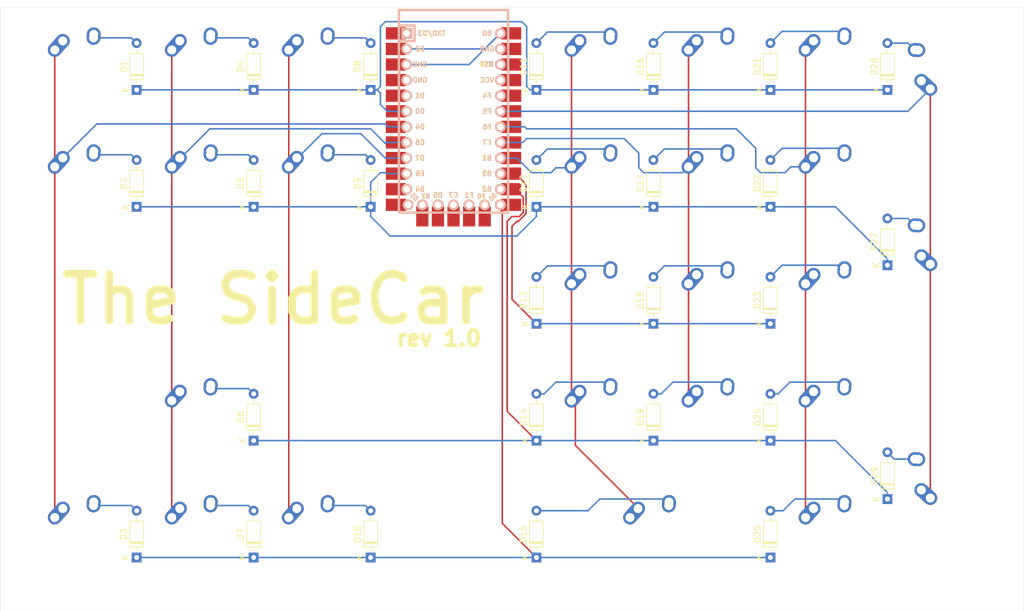
<source format=kicad_pcb>
(kicad_pcb (version 20171130) (host pcbnew "(5.1.5)-3")

  (general
    (thickness 1.6)
    (drawings 13)
    (tracks 250)
    (zones 0)
    (modules 55)
    (nets 55)
  )

  (page A4)
  (layers
    (0 F.Cu signal)
    (31 B.Cu signal)
    (32 B.Adhes user)
    (33 F.Adhes user)
    (34 B.Paste user)
    (35 F.Paste user)
    (36 B.SilkS user)
    (37 F.SilkS user)
    (38 B.Mask user)
    (39 F.Mask user)
    (40 Dwgs.User user)
    (41 Cmts.User user)
    (42 Eco1.User user)
    (43 Eco2.User user)
    (44 Edge.Cuts user)
    (45 Margin user)
    (46 B.CrtYd user)
    (47 F.CrtYd user)
    (48 B.Fab user)
    (49 F.Fab user)
  )

  (setup
    (last_trace_width 0.25)
    (trace_clearance 0.2)
    (zone_clearance 0.508)
    (zone_45_only no)
    (trace_min 0.2)
    (via_size 0.8)
    (via_drill 0.4)
    (via_min_size 0.4)
    (via_min_drill 0.3)
    (uvia_size 0.3)
    (uvia_drill 0.1)
    (uvias_allowed no)
    (uvia_min_size 0.2)
    (uvia_min_drill 0.1)
    (edge_width 0.05)
    (segment_width 0.2)
    (pcb_text_width 0.3)
    (pcb_text_size 1.5 1.5)
    (mod_edge_width 0.12)
    (mod_text_size 1 1)
    (mod_text_width 0.15)
    (pad_size 1.524 1.524)
    (pad_drill 0.762)
    (pad_to_mask_clearance 0.051)
    (solder_mask_min_width 0.25)
    (aux_axis_origin 0 0)
    (visible_elements FFFFFF7F)
    (pcbplotparams
      (layerselection 0x010fc_ffffffff)
      (usegerberextensions false)
      (usegerberattributes false)
      (usegerberadvancedattributes false)
      (creategerberjobfile false)
      (excludeedgelayer true)
      (linewidth 0.100000)
      (plotframeref false)
      (viasonmask false)
      (mode 1)
      (useauxorigin false)
      (hpglpennumber 1)
      (hpglpenspeed 20)
      (hpglpendiameter 15.000000)
      (psnegative false)
      (psa4output false)
      (plotreference true)
      (plotvalue true)
      (plotinvisibletext false)
      (padsonsilk false)
      (subtractmaskfromsilk false)
      (outputformat 1)
      (mirror false)
      (drillshape 1)
      (scaleselection 1)
      (outputdirectory ""))
  )

  (net 0 "")
  (net 1 "Net-(D1-Pad2)")
  (net 2 row0)
  (net 3 "Net-(D2-Pad2)")
  (net 4 row1)
  (net 5 "Net-(D3-Pad2)")
  (net 6 row4)
  (net 7 "Net-(D4-Pad2)")
  (net 8 "Net-(D5-Pad2)")
  (net 9 "Net-(D6-Pad2)")
  (net 10 row3)
  (net 11 "Net-(D7-Pad2)")
  (net 12 "Net-(D8-Pad2)")
  (net 13 "Net-(D9-Pad2)")
  (net 14 "Net-(D10-Pad2)")
  (net 15 "Net-(D11-Pad2)")
  (net 16 "Net-(D12-Pad2)")
  (net 17 "Net-(D13-Pad2)")
  (net 18 row2)
  (net 19 "Net-(D14-Pad2)")
  (net 20 "Net-(D15-Pad2)")
  (net 21 "Net-(D16-Pad2)")
  (net 22 "Net-(D17-Pad2)")
  (net 23 "Net-(D18-Pad2)")
  (net 24 "Net-(D19-Pad2)")
  (net 25 "Net-(D21-Pad2)")
  (net 26 "Net-(D22-Pad2)")
  (net 27 "Net-(D23-Pad2)")
  (net 28 "Net-(D24-Pad2)")
  (net 29 "Net-(D25-Pad2)")
  (net 30 "Net-(D26-Pad2)")
  (net 31 "Net-(D27-Pad2)")
  (net 32 "Net-(D29-Pad2)")
  (net 33 col0)
  (net 34 col1)
  (net 35 col2)
  (net 36 col3)
  (net 37 col4)
  (net 38 col5)
  (net 39 col6)
  (net 40 "Net-(U1-Pad29)")
  (net 41 "Net-(U1-Pad28)")
  (net 42 "Net-(U1-Pad27)")
  (net 43 "Net-(U1-Pad26)")
  (net 44 "Net-(U1-Pad25)")
  (net 45 GND)
  (net 46 "Net-(U1-Pad22)")
  (net 47 "Net-(U1-Pad21)")
  (net 48 "Net-(U1-Pad20)")
  (net 49 "Net-(U1-Pad5)")
  (net 50 "Net-(U1-Pad1)")
  (net 51 "Net-(U1-Pad23)")
  (net 52 "Net-(U1-Pad12)")
  (net 53 "Net-(U1-Pad4)")
  (net 54 "Net-(U1-Pad11)")

  (net_class Default "This is the default net class."
    (clearance 0.2)
    (trace_width 0.25)
    (via_dia 0.8)
    (via_drill 0.4)
    (uvia_dia 0.3)
    (uvia_drill 0.1)
    (add_net GND)
    (add_net "Net-(D1-Pad2)")
    (add_net "Net-(D10-Pad2)")
    (add_net "Net-(D11-Pad2)")
    (add_net "Net-(D12-Pad2)")
    (add_net "Net-(D13-Pad2)")
    (add_net "Net-(D14-Pad2)")
    (add_net "Net-(D15-Pad2)")
    (add_net "Net-(D16-Pad2)")
    (add_net "Net-(D17-Pad2)")
    (add_net "Net-(D18-Pad2)")
    (add_net "Net-(D19-Pad2)")
    (add_net "Net-(D2-Pad2)")
    (add_net "Net-(D21-Pad2)")
    (add_net "Net-(D22-Pad2)")
    (add_net "Net-(D23-Pad2)")
    (add_net "Net-(D24-Pad2)")
    (add_net "Net-(D25-Pad2)")
    (add_net "Net-(D26-Pad2)")
    (add_net "Net-(D27-Pad2)")
    (add_net "Net-(D29-Pad2)")
    (add_net "Net-(D3-Pad2)")
    (add_net "Net-(D4-Pad2)")
    (add_net "Net-(D5-Pad2)")
    (add_net "Net-(D6-Pad2)")
    (add_net "Net-(D7-Pad2)")
    (add_net "Net-(D8-Pad2)")
    (add_net "Net-(D9-Pad2)")
    (add_net "Net-(U1-Pad1)")
    (add_net "Net-(U1-Pad11)")
    (add_net "Net-(U1-Pad12)")
    (add_net "Net-(U1-Pad20)")
    (add_net "Net-(U1-Pad21)")
    (add_net "Net-(U1-Pad22)")
    (add_net "Net-(U1-Pad23)")
    (add_net "Net-(U1-Pad25)")
    (add_net "Net-(U1-Pad26)")
    (add_net "Net-(U1-Pad27)")
    (add_net "Net-(U1-Pad28)")
    (add_net "Net-(U1-Pad29)")
    (add_net "Net-(U1-Pad4)")
    (add_net "Net-(U1-Pad5)")
    (add_net col0)
    (add_net col1)
    (add_net col2)
    (add_net col3)
    (add_net col4)
    (add_net col5)
    (add_net col6)
    (add_net row0)
    (add_net row1)
    (add_net row2)
    (add_net row3)
    (add_net row4)
  )

  (module Keebio-Parts:Elite-C-castellated-29pin-holes (layer F.Cu) (tedit 5E2C9FAC) (tstamp 5EAF93D4)
    (at 200.81875 113.50625 270)
    (path /5EAF2DF8)
    (fp_text reference U1 (at 0 1.625 90) (layer F.SilkS) hide
      (effects (font (size 1.2 1.2) (thickness 0.2032)))
    )
    (fp_text value Elite-C (at 0 0 90) (layer F.SilkS) hide
      (effects (font (size 1.2 1.2) (thickness 0.2032)))
    )
    (fp_line (start -12.7 6.35) (end -12.7 8.89) (layer B.SilkS) (width 0.381))
    (fp_line (start -15.24 6.35) (end -12.7 6.35) (layer B.SilkS) (width 0.381))
    (fp_text user D2 (at -11.43 5.461) (layer B.SilkS)
      (effects (font (size 0.8 0.8) (thickness 0.15)) (justify mirror))
    )
    (fp_text user D0 (at -1.27 5.461) (layer B.SilkS)
      (effects (font (size 0.8 0.8) (thickness 0.15)) (justify mirror))
    )
    (fp_text user D1 (at -3.81 5.461) (layer B.SilkS)
      (effects (font (size 0.8 0.8) (thickness 0.15)) (justify mirror))
    )
    (fp_text user GND (at -6.35 5.461) (layer B.SilkS)
      (effects (font (size 0.8 0.8) (thickness 0.15)) (justify mirror))
    )
    (fp_text user GND (at -8.89 5.461) (layer B.SilkS)
      (effects (font (size 0.8 0.8) (thickness 0.15)) (justify mirror))
    )
    (fp_text user D4 (at 1.27 5.461) (layer B.SilkS)
      (effects (font (size 0.8 0.8) (thickness 0.15)) (justify mirror))
    )
    (fp_text user C6 (at 3.81 5.461) (layer B.SilkS)
      (effects (font (size 0.8 0.8) (thickness 0.15)) (justify mirror))
    )
    (fp_text user D7 (at 6.35 5.461) (layer B.SilkS)
      (effects (font (size 0.8 0.8) (thickness 0.15)) (justify mirror))
    )
    (fp_text user E6 (at 8.89 5.461) (layer B.SilkS)
      (effects (font (size 0.8 0.8) (thickness 0.15)) (justify mirror))
    )
    (fp_text user B4 (at 11.43 5.461) (layer B.SilkS)
      (effects (font (size 0.8 0.8) (thickness 0.15)) (justify mirror))
    )
    (fp_text user B5 (at 12.7 6.4 135) (layer B.SilkS)
      (effects (font (size 0.7 0.7) (thickness 0.15)) (justify mirror))
    )
    (fp_text user B2 (at 11.43 -5.461) (layer F.SilkS)
      (effects (font (size 0.8 0.8) (thickness 0.15)))
    )
    (fp_text user B3 (at 8.89 -5.461) (layer B.SilkS)
      (effects (font (size 0.8 0.8) (thickness 0.15)) (justify mirror))
    )
    (fp_text user B1 (at 6.35 -5.461) (layer B.SilkS)
      (effects (font (size 0.8 0.8) (thickness 0.15)) (justify mirror))
    )
    (fp_text user F7 (at 3.81 -5.461) (layer F.SilkS)
      (effects (font (size 0.8 0.8) (thickness 0.15)))
    )
    (fp_text user F6 (at 1.27 -5.461) (layer F.SilkS)
      (effects (font (size 0.8 0.8) (thickness 0.15)))
    )
    (fp_text user F5 (at -1.27 -5.461) (layer F.SilkS)
      (effects (font (size 0.8 0.8) (thickness 0.15)))
    )
    (fp_text user F4 (at -3.81 -5.461) (layer B.SilkS)
      (effects (font (size 0.8 0.8) (thickness 0.15)) (justify mirror))
    )
    (fp_text user VCC (at -6.35 -5.461) (layer B.SilkS)
      (effects (font (size 0.8 0.8) (thickness 0.15)) (justify mirror))
    )
    (fp_text user GND (at -11.43 -5.461) (layer B.SilkS)
      (effects (font (size 0.8 0.8) (thickness 0.15)) (justify mirror))
    )
    (fp_text user B0 (at -13.97 -5.461) (layer B.SilkS)
      (effects (font (size 0.8 0.8) (thickness 0.15)) (justify mirror))
    )
    (fp_text user B0 (at -13.97 -5.461) (layer F.SilkS)
      (effects (font (size 0.8 0.8) (thickness 0.15)))
    )
    (fp_text user GND (at -11.43 -5.461) (layer F.SilkS)
      (effects (font (size 0.8 0.8) (thickness 0.15)))
    )
    (fp_text user ST (at -8.92 -5.73312) (layer F.SilkS)
      (effects (font (size 0.8 0.8) (thickness 0.15)))
    )
    (fp_text user VCC (at -6.35 -5.461) (layer F.SilkS)
      (effects (font (size 0.8 0.8) (thickness 0.15)))
    )
    (fp_text user F4 (at -3.81 -5.461) (layer F.SilkS)
      (effects (font (size 0.8 0.8) (thickness 0.15)))
    )
    (fp_text user F5 (at -1.27 -5.461) (layer B.SilkS)
      (effects (font (size 0.8 0.8) (thickness 0.15)) (justify mirror))
    )
    (fp_text user F6 (at 1.27 -5.461) (layer B.SilkS)
      (effects (font (size 0.8 0.8) (thickness 0.15)) (justify mirror))
    )
    (fp_text user F7 (at 3.81 -5.461) (layer B.SilkS)
      (effects (font (size 0.8 0.8) (thickness 0.15)) (justify mirror))
    )
    (fp_text user B1 (at 6.35 -5.461) (layer F.SilkS)
      (effects (font (size 0.8 0.8) (thickness 0.15)))
    )
    (fp_text user B3 (at 8.89 -5.461) (layer F.SilkS)
      (effects (font (size 0.8 0.8) (thickness 0.15)))
    )
    (fp_text user B2 (at 11.43 -5.461) (layer B.SilkS)
      (effects (font (size 0.8 0.8) (thickness 0.15)) (justify mirror))
    )
    (fp_text user B5 (at 12.7 6.4 135) (layer F.SilkS)
      (effects (font (size 0.7 0.7) (thickness 0.15)))
    )
    (fp_text user B4 (at 11.43 5.461) (layer F.SilkS)
      (effects (font (size 0.8 0.8) (thickness 0.15)))
    )
    (fp_text user E6 (at 8.89 5.461) (layer F.SilkS)
      (effects (font (size 0.8 0.8) (thickness 0.15)))
    )
    (fp_text user D7 (at 6.35 5.461) (layer F.SilkS)
      (effects (font (size 0.8 0.8) (thickness 0.15)))
    )
    (fp_text user C6 (at 3.81 5.461) (layer F.SilkS)
      (effects (font (size 0.8 0.8) (thickness 0.15)))
    )
    (fp_text user D4 (at 1.27 5.461) (layer F.SilkS)
      (effects (font (size 0.8 0.8) (thickness 0.15)))
    )
    (fp_text user GND (at -8.89 5.461) (layer F.SilkS)
      (effects (font (size 0.8 0.8) (thickness 0.15)))
    )
    (fp_text user GND (at -6.35 5.461) (layer F.SilkS)
      (effects (font (size 0.8 0.8) (thickness 0.15)))
    )
    (fp_text user D1 (at -3.81 5.461) (layer F.SilkS)
      (effects (font (size 0.8 0.8) (thickness 0.15)))
    )
    (fp_text user D0 (at -1.27 5.461) (layer F.SilkS)
      (effects (font (size 0.8 0.8) (thickness 0.15)))
    )
    (fp_text user D2 (at -11.43 5.461) (layer F.SilkS)
      (effects (font (size 0.8 0.8) (thickness 0.15)))
    )
    (fp_text user TX0/D3 (at -13.97 3.571872) (layer B.SilkS)
      (effects (font (size 0.8 0.8) (thickness 0.15)) (justify mirror))
    )
    (fp_text user TX0/D3 (at -13.97 3.571872) (layer F.SilkS)
      (effects (font (size 0.8 0.8) (thickness 0.15)))
    )
    (fp_line (start -15.24 8.89) (end 15.24 8.89) (layer F.SilkS) (width 0.381))
    (fp_line (start 15.24 8.89) (end 15.24 -8.89) (layer F.SilkS) (width 0.381))
    (fp_line (start 15.24 -8.89) (end -15.24 -8.89) (layer F.SilkS) (width 0.381))
    (fp_line (start -15.24 6.35) (end -12.7 6.35) (layer F.SilkS) (width 0.381))
    (fp_line (start -12.7 6.35) (end -12.7 8.89) (layer F.SilkS) (width 0.381))
    (fp_poly (pts (xy -9.36064 -4.931568) (xy -9.06064 -4.931568) (xy -9.06064 -4.831568) (xy -9.36064 -4.831568)) (layer F.SilkS) (width 0.15))
    (fp_poly (pts (xy -8.96064 -4.731568) (xy -8.86064 -4.731568) (xy -8.86064 -4.631568) (xy -8.96064 -4.631568)) (layer F.SilkS) (width 0.15))
    (fp_poly (pts (xy -9.36064 -4.931568) (xy -9.26064 -4.931568) (xy -9.26064 -4.431568) (xy -9.36064 -4.431568)) (layer F.SilkS) (width 0.15))
    (fp_poly (pts (xy -9.36064 -4.531568) (xy -8.56064 -4.531568) (xy -8.56064 -4.431568) (xy -9.36064 -4.431568)) (layer F.SilkS) (width 0.15))
    (fp_poly (pts (xy -8.76064 -4.931568) (xy -8.56064 -4.931568) (xy -8.56064 -4.831568) (xy -8.76064 -4.831568)) (layer F.SilkS) (width 0.15))
    (fp_text user ST (at -8.91 -5.04) (layer B.SilkS)
      (effects (font (size 0.8 0.8) (thickness 0.15)) (justify mirror))
    )
    (fp_poly (pts (xy -8.95097 -6.044635) (xy -8.85097 -6.044635) (xy -8.85097 -6.144635) (xy -8.95097 -6.144635)) (layer B.SilkS) (width 0.15))
    (fp_poly (pts (xy -9.35097 -6.244635) (xy -8.55097 -6.244635) (xy -8.55097 -6.344635) (xy -9.35097 -6.344635)) (layer B.SilkS) (width 0.15))
    (fp_poly (pts (xy -8.75097 -5.844635) (xy -8.55097 -5.844635) (xy -8.55097 -5.944635) (xy -8.75097 -5.944635)) (layer B.SilkS) (width 0.15))
    (fp_poly (pts (xy -9.35097 -5.844635) (xy -9.05097 -5.844635) (xy -9.05097 -5.944635) (xy -9.35097 -5.944635)) (layer B.SilkS) (width 0.15))
    (fp_poly (pts (xy -9.35097 -5.844635) (xy -9.25097 -5.844635) (xy -9.25097 -6.344635) (xy -9.35097 -6.344635)) (layer B.SilkS) (width 0.15))
    (fp_line (start 15.24 -8.89) (end -17.78 -8.89) (layer B.SilkS) (width 0.381))
    (fp_line (start 15.24 8.89) (end 15.24 -8.89) (layer B.SilkS) (width 0.381))
    (fp_line (start -17.78 8.89) (end 15.24 8.89) (layer B.SilkS) (width 0.381))
    (fp_line (start -17.78 -8.89) (end -17.78 8.89) (layer B.SilkS) (width 0.381))
    (fp_line (start -15.24 -8.89) (end -17.78 -8.89) (layer F.SilkS) (width 0.381))
    (fp_line (start -17.78 -8.89) (end -17.78 8.89) (layer F.SilkS) (width 0.381))
    (fp_line (start -17.78 8.89) (end -15.24 8.89) (layer F.SilkS) (width 0.381))
    (fp_line (start -14.224 -3.556) (end -14.224 3.81) (layer Dwgs.User) (width 0.2))
    (fp_line (start -14.224 3.81) (end -19.304 3.81) (layer Dwgs.User) (width 0.2))
    (fp_line (start -19.304 3.81) (end -19.304 -3.556) (layer Dwgs.User) (width 0.2))
    (fp_line (start -19.304 -3.556) (end -14.224 -3.556) (layer Dwgs.User) (width 0.2))
    (fp_line (start -15.24 6.35) (end -15.24 8.89) (layer B.SilkS) (width 0.381))
    (fp_line (start -15.24 6.35) (end -15.24 8.89) (layer F.SilkS) (width 0.381))
    (fp_text user B7 (at 12.6 4.5) (layer F.SilkS)
      (effects (font (size 0.7 0.7) (thickness 0.15)))
    )
    (fp_text user B7 (at 12.6 4.5) (layer B.SilkS)
      (effects (font (size 0.7 0.7) (thickness 0.15)) (justify mirror))
    )
    (fp_text user F0 (at 12.6 -4.5) (layer B.SilkS)
      (effects (font (size 0.7 0.7) (thickness 0.15)) (justify mirror))
    )
    (fp_text user F0 (at 12.6 -4.5) (layer F.SilkS)
      (effects (font (size 0.7 0.7) (thickness 0.15)))
    )
    (fp_text user B6 (at 12.7 -6.4 45 unlocked) (layer F.SilkS)
      (effects (font (size 0.7 0.7) (thickness 0.15)))
    )
    (fp_text user B6 (at 12.7 -6.4 45 unlocked) (layer B.SilkS)
      (effects (font (size 0.7 0.7) (thickness 0.15)) (justify mirror))
    )
    (fp_text user C7 (at 12.4 0) (layer F.SilkS)
      (effects (font (size 0.8 0.8) (thickness 0.15)))
    )
    (fp_text user C7 (at 12.4 0) (layer B.SilkS)
      (effects (font (size 0.8 0.8) (thickness 0.15)) (justify mirror))
    )
    (fp_text user F1 (at 12.4 -2.54) (layer B.SilkS)
      (effects (font (size 0.8 0.8) (thickness 0.15)) (justify mirror))
    )
    (fp_text user F1 (at 12.4 -2.54) (layer F.SilkS)
      (effects (font (size 0.8 0.8) (thickness 0.15)))
    )
    (fp_text user D5 (at 12.4 2.54) (layer F.SilkS)
      (effects (font (size 0.8 0.8) (thickness 0.15)))
    )
    (fp_text user D5 (at 12.4 2.54) (layer B.SilkS)
      (effects (font (size 0.8 0.8) (thickness 0.15)) (justify mirror))
    )
    (pad 29 smd rect (at 15.875 -5.08) (size 2 3.25) (layers F.Cu F.Paste F.Mask)
      (net 40 "Net-(U1-Pad29)"))
    (pad 28 smd rect (at 15.875 -2.54) (size 2 3.25) (layers F.Cu F.Paste F.Mask)
      (net 41 "Net-(U1-Pad28)"))
    (pad 27 smd rect (at 15.875 0) (size 2 3.25) (layers F.Cu F.Paste F.Mask)
      (net 42 "Net-(U1-Pad27)"))
    (pad 26 smd rect (at 15.875 2.54) (size 2 3.25) (layers F.Cu F.Paste F.Mask)
      (net 43 "Net-(U1-Pad26)"))
    (pad 25 smd rect (at 15.875 5.08) (size 2 3.25) (layers F.Cu F.Paste F.Mask)
      (net 44 "Net-(U1-Pad25)"))
    (pad 24 smd rect (at -13.97 -9.398 270) (size 2 3.25) (layers F.Cu F.Paste F.Mask)
      (net 45 GND))
    (pad 23 smd rect (at -11.43 -9.398 270) (size 2 3.25) (layers F.Cu F.Paste F.Mask)
      (net 51 "Net-(U1-Pad23)"))
    (pad 22 smd rect (at -8.89 -9.398 270) (size 2 3.25) (layers F.Cu F.Paste F.Mask)
      (net 46 "Net-(U1-Pad22)"))
    (pad 21 smd rect (at -6.35 -9.398 270) (size 2 3.25) (layers F.Cu F.Paste F.Mask)
      (net 47 "Net-(U1-Pad21)"))
    (pad 20 smd rect (at -3.81 -9.398 270) (size 2 3.25) (layers F.Cu F.Paste F.Mask)
      (net 48 "Net-(U1-Pad20)"))
    (pad 19 smd rect (at -1.27 -9.398 270) (size 2 3.25) (layers F.Cu F.Paste F.Mask)
      (net 39 col6))
    (pad 18 smd rect (at 1.27 -9.398 270) (size 2 3.25) (layers F.Cu F.Paste F.Mask)
      (net 38 col5))
    (pad 17 smd rect (at 3.81 -9.398 270) (size 2 3.25) (layers F.Cu F.Paste F.Mask)
      (net 37 col4))
    (pad 16 smd rect (at 6.35 -9.398 270) (size 2 3.25) (layers F.Cu F.Paste F.Mask)
      (net 36 col3))
    (pad 15 smd rect (at 8.89 -9.398 270) (size 2 3.25) (layers F.Cu F.Paste F.Mask)
      (net 18 row2))
    (pad 14 smd rect (at 11.43 -9.398 270) (size 2 3.25) (layers F.Cu F.Paste F.Mask)
      (net 10 row3))
    (pad 13 smd rect (at 13.97 -9.398 270) (size 2 3.25) (layers F.Cu F.Paste F.Mask)
      (net 6 row4))
    (pad 12 smd rect (at 13.97 9.398 270) (size 2 3.25) (layers F.Cu F.Paste F.Mask)
      (net 52 "Net-(U1-Pad12)"))
    (pad 11 smd rect (at 11.43 9.398 270) (size 2 3.25) (layers F.Cu F.Paste F.Mask)
      (net 54 "Net-(U1-Pad11)"))
    (pad 10 smd rect (at 8.89 9.398 270) (size 2 3.25) (layers F.Cu F.Paste F.Mask)
      (net 4 row1))
    (pad 9 smd rect (at 6.35 9.398 270) (size 2 3.25) (layers F.Cu F.Paste F.Mask)
      (net 35 col2))
    (pad 8 smd rect (at 3.81 9.398 270) (size 2 3.25) (layers F.Cu F.Paste F.Mask)
      (net 34 col1))
    (pad 7 smd rect (at 1.27 9.398 270) (size 2 3.25) (layers F.Cu F.Paste F.Mask)
      (net 33 col0))
    (pad 6 smd rect (at -1.27 9.398 270) (size 2 3.25) (layers F.Cu F.Paste F.Mask)
      (net 2 row0))
    (pad 5 smd rect (at -3.81 9.398 270) (size 2 3.25) (layers F.Cu F.Paste F.Mask)
      (net 49 "Net-(U1-Pad5)"))
    (pad 4 smd rect (at -6.35 9.398 270) (size 2 3.25) (layers F.Cu F.Paste F.Mask)
      (net 53 "Net-(U1-Pad4)"))
    (pad 3 smd rect (at -8.89 9.398 270) (size 2 3.25) (layers F.Cu F.Paste F.Mask)
      (net 45 GND))
    (pad 2 smd rect (at -11.43 9.398 270) (size 2 3.25) (layers F.Cu F.Paste F.Mask)
      (net 45 GND))
    (pad 1 smd rect (at -13.97 9.398 270) (size 2 3.25) (layers F.Cu F.Paste F.Mask)
      (net 50 "Net-(U1-Pad1)"))
    (pad 25 thru_hole circle (at 13.97 5.08 270) (size 1.7526 1.7526) (drill 1.0922) (layers *.Cu *.SilkS *.Mask)
      (net 44 "Net-(U1-Pad25)"))
    (pad 26 thru_hole circle (at 13.97 2.54 270) (size 1.7526 1.7526) (drill 1.0922) (layers *.Cu *.SilkS *.Mask)
      (net 43 "Net-(U1-Pad26)"))
    (pad 27 thru_hole circle (at 13.97 0 270) (size 1.7526 1.7526) (drill 1.0922) (layers *.Cu *.SilkS *.Mask)
      (net 42 "Net-(U1-Pad27)"))
    (pad 28 thru_hole circle (at 13.97 -2.54 270) (size 1.7526 1.7526) (drill 1.0922) (layers *.Cu *.SilkS *.Mask)
      (net 41 "Net-(U1-Pad28)"))
    (pad 29 thru_hole circle (at 13.97 -5.08 270) (size 1.7526 1.7526) (drill 1.0922) (layers *.Cu *.SilkS *.Mask)
      (net 40 "Net-(U1-Pad29)"))
    (pad 24 thru_hole circle (at -13.97 -7.62 270) (size 1.7526 1.7526) (drill 1.0922) (layers *.Cu *.SilkS *.Mask)
      (net 45 GND))
    (pad 12 thru_hole circle (at 13.97 7.3914 270) (size 1.7526 1.7526) (drill 1.0922) (layers *.Cu *.SilkS *.Mask)
      (net 52 "Net-(U1-Pad12)"))
    (pad 23 thru_hole circle (at -11.43 -7.62 270) (size 1.7526 1.7526) (drill 1.0922) (layers *.Cu *.SilkS *.Mask)
      (net 51 "Net-(U1-Pad23)"))
    (pad 22 thru_hole circle (at -8.89 -7.62 270) (size 1.7526 1.7526) (drill 1.0922) (layers *.Cu *.SilkS *.Mask)
      (net 46 "Net-(U1-Pad22)"))
    (pad 21 thru_hole circle (at -6.35 -7.62 270) (size 1.7526 1.7526) (drill 1.0922) (layers *.Cu *.SilkS *.Mask)
      (net 47 "Net-(U1-Pad21)"))
    (pad 20 thru_hole circle (at -3.81 -7.62 270) (size 1.7526 1.7526) (drill 1.0922) (layers *.Cu *.SilkS *.Mask)
      (net 48 "Net-(U1-Pad20)"))
    (pad 19 thru_hole circle (at -1.27 -7.62 270) (size 1.7526 1.7526) (drill 1.0922) (layers *.Cu *.SilkS *.Mask)
      (net 39 col6))
    (pad 18 thru_hole circle (at 1.27 -7.62 270) (size 1.7526 1.7526) (drill 1.0922) (layers *.Cu *.SilkS *.Mask)
      (net 38 col5))
    (pad 17 thru_hole circle (at 3.81 -7.62 270) (size 1.7526 1.7526) (drill 1.0922) (layers *.Cu *.SilkS *.Mask)
      (net 37 col4))
    (pad 16 thru_hole circle (at 6.35 -7.62 270) (size 1.7526 1.7526) (drill 1.0922) (layers *.Cu *.SilkS *.Mask)
      (net 36 col3))
    (pad 15 thru_hole circle (at 8.89 -7.62 270) (size 1.7526 1.7526) (drill 1.0922) (layers *.Cu *.SilkS *.Mask)
      (net 18 row2))
    (pad 14 thru_hole circle (at 11.43 -7.62 270) (size 1.7526 1.7526) (drill 1.0922) (layers *.Cu *.SilkS *.Mask)
      (net 10 row3))
    (pad 13 thru_hole circle (at 13.97 -7.62 270) (size 1.7526 1.7526) (drill 1.0922) (layers *.Cu *.SilkS *.Mask)
      (net 6 row4))
    (pad 11 thru_hole circle (at 11.43 7.62 270) (size 1.7526 1.7526) (drill 1.0922) (layers *.Cu *.SilkS *.Mask)
      (net 54 "Net-(U1-Pad11)"))
    (pad 10 thru_hole circle (at 8.89 7.62 270) (size 1.7526 1.7526) (drill 1.0922) (layers *.Cu *.SilkS *.Mask)
      (net 4 row1))
    (pad 9 thru_hole circle (at 6.35 7.62 270) (size 1.7526 1.7526) (drill 1.0922) (layers *.Cu *.SilkS *.Mask)
      (net 35 col2))
    (pad 8 thru_hole circle (at 3.81 7.62 270) (size 1.7526 1.7526) (drill 1.0922) (layers *.Cu *.SilkS *.Mask)
      (net 34 col1))
    (pad 7 thru_hole circle (at 1.27 7.62 270) (size 1.7526 1.7526) (drill 1.0922) (layers *.Cu *.SilkS *.Mask)
      (net 33 col0))
    (pad 6 thru_hole circle (at -1.27 7.62 270) (size 1.7526 1.7526) (drill 1.0922) (layers *.Cu *.SilkS *.Mask)
      (net 2 row0))
    (pad 5 thru_hole circle (at -3.81 7.62 270) (size 1.7526 1.7526) (drill 1.0922) (layers *.Cu *.SilkS *.Mask)
      (net 49 "Net-(U1-Pad5)"))
    (pad 4 thru_hole circle (at -6.35 7.62 270) (size 1.7526 1.7526) (drill 1.0922) (layers *.Cu *.SilkS *.Mask)
      (net 53 "Net-(U1-Pad4)"))
    (pad 3 thru_hole circle (at -8.89 7.62 270) (size 1.7526 1.7526) (drill 1.0922) (layers *.Cu *.SilkS *.Mask)
      (net 45 GND))
    (pad 2 thru_hole circle (at -11.43 7.62 270) (size 1.7526 1.7526) (drill 1.0922) (layers *.Cu *.SilkS *.Mask)
      (net 45 GND))
    (pad 1 thru_hole rect (at -13.97 7.62 270) (size 1.7526 1.7526) (drill 1.0922) (layers *.Cu *.SilkS *.Mask)
      (net 50 "Net-(U1-Pad1)"))
    (model /Users/danny/Documents/proj/custom-keyboard/kicad-libs/3d_models/ArduinoProMicro.wrl
      (offset (xyz -13.96999979019165 -7.619999885559082 -5.841999912261963))
      (scale (xyz 0.395 0.395 0.395))
      (rotate (xyz 90 180 180))
    )
  )

  (module MX_Alps_Hybrid:MX-2U-NoLED (layer F.Cu) (tedit 5A9F522A) (tstamp 5EAF921E)
    (at 280.9875 171.45 90)
    (path /5EB1A310)
    (fp_text reference MX29 (at 0 3.175 90) (layer Dwgs.User)
      (effects (font (size 1 1) (thickness 0.15)))
    )
    (fp_text value MX-NoLED (at 0 -7.9375 90) (layer Dwgs.User)
      (effects (font (size 1 1) (thickness 0.15)))
    )
    (fp_line (start -19.05 9.525) (end -19.05 -9.525) (layer Dwgs.User) (width 0.15))
    (fp_line (start -19.05 9.525) (end 19.05 9.525) (layer Dwgs.User) (width 0.15))
    (fp_line (start 19.05 -9.525) (end 19.05 9.525) (layer Dwgs.User) (width 0.15))
    (fp_line (start -19.05 -9.525) (end 19.05 -9.525) (layer Dwgs.User) (width 0.15))
    (fp_line (start -7 -7) (end -7 -5) (layer Dwgs.User) (width 0.15))
    (fp_line (start -5 -7) (end -7 -7) (layer Dwgs.User) (width 0.15))
    (fp_line (start -7 7) (end -5 7) (layer Dwgs.User) (width 0.15))
    (fp_line (start -7 5) (end -7 7) (layer Dwgs.User) (width 0.15))
    (fp_line (start 7 7) (end 7 5) (layer Dwgs.User) (width 0.15))
    (fp_line (start 5 7) (end 7 7) (layer Dwgs.User) (width 0.15))
    (fp_line (start 7 -7) (end 7 -5) (layer Dwgs.User) (width 0.15))
    (fp_line (start 5 -7) (end 7 -7) (layer Dwgs.User) (width 0.15))
    (pad "" np_thru_hole circle (at 11.938 8.255 90) (size 3.9878 3.9878) (drill 3.9878) (layers *.Cu *.Mask))
    (pad "" np_thru_hole circle (at -11.938 8.255 90) (size 3.9878 3.9878) (drill 3.9878) (layers *.Cu *.Mask))
    (pad "" np_thru_hole circle (at 11.938 -6.985 90) (size 3.048 3.048) (drill 3.048) (layers *.Cu *.Mask))
    (pad "" np_thru_hole circle (at -11.938 -6.985 90) (size 3.048 3.048) (drill 3.048) (layers *.Cu *.Mask))
    (pad "" np_thru_hole circle (at 5.08 0 138.0996) (size 1.75 1.75) (drill 1.75) (layers *.Cu *.Mask))
    (pad "" np_thru_hole circle (at -5.08 0 138.0996) (size 1.75 1.75) (drill 1.75) (layers *.Cu *.Mask))
    (pad 1 thru_hole circle (at -2.5 -4 90) (size 2.25 2.25) (drill 1.47) (layers *.Cu B.Mask)
      (net 39 col6))
    (pad "" np_thru_hole circle (at 0 0 90) (size 3.9878 3.9878) (drill 3.9878) (layers *.Cu *.Mask))
    (pad 1 thru_hole oval (at -3.81 -2.54 138.0996) (size 4.211556 2.25) (drill 1.47 (offset 0.980778 0)) (layers *.Cu B.Mask)
      (net 39 col6))
    (pad 2 thru_hole circle (at 2.54 -5.08 90) (size 2.25 2.25) (drill 1.47) (layers *.Cu B.Mask)
      (net 32 "Net-(D29-Pad2)"))
    (pad 2 thru_hole oval (at 2.5 -4.5 176.0548) (size 2.831378 2.25) (drill 1.47 (offset 0.290689 0)) (layers *.Cu B.Mask)
      (net 32 "Net-(D29-Pad2)"))
  )

  (module MX_Alps_Hybrid:MX-2U-NoLED (layer F.Cu) (tedit 5A9F522A) (tstamp 5EAF9203)
    (at 280.9875 133.35 90)
    (path /5EB1A334)
    (fp_text reference MX27 (at 0 3.175 90) (layer Dwgs.User)
      (effects (font (size 1 1) (thickness 0.15)))
    )
    (fp_text value MX-NoLED (at 0 -7.9375 90) (layer Dwgs.User)
      (effects (font (size 1 1) (thickness 0.15)))
    )
    (fp_line (start -19.05 9.525) (end -19.05 -9.525) (layer Dwgs.User) (width 0.15))
    (fp_line (start -19.05 9.525) (end 19.05 9.525) (layer Dwgs.User) (width 0.15))
    (fp_line (start 19.05 -9.525) (end 19.05 9.525) (layer Dwgs.User) (width 0.15))
    (fp_line (start -19.05 -9.525) (end 19.05 -9.525) (layer Dwgs.User) (width 0.15))
    (fp_line (start -7 -7) (end -7 -5) (layer Dwgs.User) (width 0.15))
    (fp_line (start -5 -7) (end -7 -7) (layer Dwgs.User) (width 0.15))
    (fp_line (start -7 7) (end -5 7) (layer Dwgs.User) (width 0.15))
    (fp_line (start -7 5) (end -7 7) (layer Dwgs.User) (width 0.15))
    (fp_line (start 7 7) (end 7 5) (layer Dwgs.User) (width 0.15))
    (fp_line (start 5 7) (end 7 7) (layer Dwgs.User) (width 0.15))
    (fp_line (start 7 -7) (end 7 -5) (layer Dwgs.User) (width 0.15))
    (fp_line (start 5 -7) (end 7 -7) (layer Dwgs.User) (width 0.15))
    (pad "" np_thru_hole circle (at 11.938 8.255 90) (size 3.9878 3.9878) (drill 3.9878) (layers *.Cu *.Mask))
    (pad "" np_thru_hole circle (at -11.938 8.255 90) (size 3.9878 3.9878) (drill 3.9878) (layers *.Cu *.Mask))
    (pad "" np_thru_hole circle (at 11.938 -6.985 90) (size 3.048 3.048) (drill 3.048) (layers *.Cu *.Mask))
    (pad "" np_thru_hole circle (at -11.938 -6.985 90) (size 3.048 3.048) (drill 3.048) (layers *.Cu *.Mask))
    (pad "" np_thru_hole circle (at 5.08 0 138.0996) (size 1.75 1.75) (drill 1.75) (layers *.Cu *.Mask))
    (pad "" np_thru_hole circle (at -5.08 0 138.0996) (size 1.75 1.75) (drill 1.75) (layers *.Cu *.Mask))
    (pad 1 thru_hole circle (at -2.5 -4 90) (size 2.25 2.25) (drill 1.47) (layers *.Cu B.Mask)
      (net 39 col6))
    (pad "" np_thru_hole circle (at 0 0 90) (size 3.9878 3.9878) (drill 3.9878) (layers *.Cu *.Mask))
    (pad 1 thru_hole oval (at -3.81 -2.54 138.0996) (size 4.211556 2.25) (drill 1.47 (offset 0.980778 0)) (layers *.Cu B.Mask)
      (net 39 col6))
    (pad 2 thru_hole circle (at 2.54 -5.08 90) (size 2.25 2.25) (drill 1.47) (layers *.Cu B.Mask)
      (net 31 "Net-(D27-Pad2)"))
    (pad 2 thru_hole oval (at 2.5 -4.5 176.0548) (size 2.831378 2.25) (drill 1.47 (offset 0.290689 0)) (layers *.Cu B.Mask)
      (net 31 "Net-(D27-Pad2)"))
  )

  (module MX_Alps_Hybrid:MX-1U-NoLED (layer F.Cu) (tedit 5A9F5203) (tstamp 5EAF91E8)
    (at 280.9875 104.775 90)
    (path /5EB1A328)
    (fp_text reference MX26 (at 0 3.175 90) (layer Dwgs.User)
      (effects (font (size 1 1) (thickness 0.15)))
    )
    (fp_text value MX-NoLED (at 0 -7.9375 90) (layer Dwgs.User)
      (effects (font (size 1 1) (thickness 0.15)))
    )
    (fp_line (start -9.525 9.525) (end -9.525 -9.525) (layer Dwgs.User) (width 0.15))
    (fp_line (start 9.525 9.525) (end -9.525 9.525) (layer Dwgs.User) (width 0.15))
    (fp_line (start 9.525 -9.525) (end 9.525 9.525) (layer Dwgs.User) (width 0.15))
    (fp_line (start -9.525 -9.525) (end 9.525 -9.525) (layer Dwgs.User) (width 0.15))
    (fp_line (start -7 -7) (end -7 -5) (layer Dwgs.User) (width 0.15))
    (fp_line (start -5 -7) (end -7 -7) (layer Dwgs.User) (width 0.15))
    (fp_line (start -7 7) (end -5 7) (layer Dwgs.User) (width 0.15))
    (fp_line (start -7 5) (end -7 7) (layer Dwgs.User) (width 0.15))
    (fp_line (start 7 7) (end 7 5) (layer Dwgs.User) (width 0.15))
    (fp_line (start 5 7) (end 7 7) (layer Dwgs.User) (width 0.15))
    (fp_line (start 7 -7) (end 7 -5) (layer Dwgs.User) (width 0.15))
    (fp_line (start 5 -7) (end 7 -7) (layer Dwgs.User) (width 0.15))
    (pad "" np_thru_hole circle (at 5.08 0 138.0996) (size 1.75 1.75) (drill 1.75) (layers *.Cu *.Mask))
    (pad "" np_thru_hole circle (at -5.08 0 138.0996) (size 1.75 1.75) (drill 1.75) (layers *.Cu *.Mask))
    (pad 1 thru_hole circle (at -2.5 -4 90) (size 2.25 2.25) (drill 1.47) (layers *.Cu B.Mask)
      (net 39 col6))
    (pad "" np_thru_hole circle (at 0 0 90) (size 3.9878 3.9878) (drill 3.9878) (layers *.Cu *.Mask))
    (pad 1 thru_hole oval (at -3.81 -2.54 138.0996) (size 4.211556 2.25) (drill 1.47 (offset 0.980778 0)) (layers *.Cu B.Mask)
      (net 39 col6))
    (pad 2 thru_hole circle (at 2.54 -5.08 90) (size 2.25 2.25) (drill 1.47) (layers *.Cu B.Mask)
      (net 30 "Net-(D26-Pad2)"))
    (pad 2 thru_hole oval (at 2.5 -4.5 176.0548) (size 2.831378 2.25) (drill 1.47 (offset 0.290689 0)) (layers *.Cu B.Mask)
      (net 30 "Net-(D26-Pad2)"))
  )

  (module MX_Alps_Hybrid:MX-1U-NoLED (layer F.Cu) (tedit 5A9F5203) (tstamp 5EAF91D1)
    (at 261.9375 180.975)
    (path /5EAFD938)
    (fp_text reference MX25 (at 0 3.175) (layer Dwgs.User)
      (effects (font (size 1 1) (thickness 0.15)))
    )
    (fp_text value MX-NoLED (at 0 -7.9375) (layer Dwgs.User)
      (effects (font (size 1 1) (thickness 0.15)))
    )
    (fp_line (start -9.525 9.525) (end -9.525 -9.525) (layer Dwgs.User) (width 0.15))
    (fp_line (start 9.525 9.525) (end -9.525 9.525) (layer Dwgs.User) (width 0.15))
    (fp_line (start 9.525 -9.525) (end 9.525 9.525) (layer Dwgs.User) (width 0.15))
    (fp_line (start -9.525 -9.525) (end 9.525 -9.525) (layer Dwgs.User) (width 0.15))
    (fp_line (start -7 -7) (end -7 -5) (layer Dwgs.User) (width 0.15))
    (fp_line (start -5 -7) (end -7 -7) (layer Dwgs.User) (width 0.15))
    (fp_line (start -7 7) (end -5 7) (layer Dwgs.User) (width 0.15))
    (fp_line (start -7 5) (end -7 7) (layer Dwgs.User) (width 0.15))
    (fp_line (start 7 7) (end 7 5) (layer Dwgs.User) (width 0.15))
    (fp_line (start 5 7) (end 7 7) (layer Dwgs.User) (width 0.15))
    (fp_line (start 7 -7) (end 7 -5) (layer Dwgs.User) (width 0.15))
    (fp_line (start 5 -7) (end 7 -7) (layer Dwgs.User) (width 0.15))
    (pad "" np_thru_hole circle (at 5.08 0 48.0996) (size 1.75 1.75) (drill 1.75) (layers *.Cu *.Mask))
    (pad "" np_thru_hole circle (at -5.08 0 48.0996) (size 1.75 1.75) (drill 1.75) (layers *.Cu *.Mask))
    (pad 1 thru_hole circle (at -2.5 -4) (size 2.25 2.25) (drill 1.47) (layers *.Cu B.Mask)
      (net 38 col5))
    (pad "" np_thru_hole circle (at 0 0) (size 3.9878 3.9878) (drill 3.9878) (layers *.Cu *.Mask))
    (pad 1 thru_hole oval (at -3.81 -2.54 48.0996) (size 4.211556 2.25) (drill 1.47 (offset 0.980778 0)) (layers *.Cu B.Mask)
      (net 38 col5))
    (pad 2 thru_hole circle (at 2.54 -5.08) (size 2.25 2.25) (drill 1.47) (layers *.Cu B.Mask)
      (net 29 "Net-(D25-Pad2)"))
    (pad 2 thru_hole oval (at 2.5 -4.5 86.0548) (size 2.831378 2.25) (drill 1.47 (offset 0.290689 0)) (layers *.Cu B.Mask)
      (net 29 "Net-(D25-Pad2)"))
  )

  (module MX_Alps_Hybrid:MX-1U-NoLED (layer F.Cu) (tedit 5A9F5203) (tstamp 5EAF91BA)
    (at 261.9375 161.925)
    (path /5EAFD1F2)
    (fp_text reference MX24 (at 0 3.175) (layer Dwgs.User)
      (effects (font (size 1 1) (thickness 0.15)))
    )
    (fp_text value MX-NoLED (at 0 -7.9375) (layer Dwgs.User)
      (effects (font (size 1 1) (thickness 0.15)))
    )
    (fp_line (start -9.525 9.525) (end -9.525 -9.525) (layer Dwgs.User) (width 0.15))
    (fp_line (start 9.525 9.525) (end -9.525 9.525) (layer Dwgs.User) (width 0.15))
    (fp_line (start 9.525 -9.525) (end 9.525 9.525) (layer Dwgs.User) (width 0.15))
    (fp_line (start -9.525 -9.525) (end 9.525 -9.525) (layer Dwgs.User) (width 0.15))
    (fp_line (start -7 -7) (end -7 -5) (layer Dwgs.User) (width 0.15))
    (fp_line (start -5 -7) (end -7 -7) (layer Dwgs.User) (width 0.15))
    (fp_line (start -7 7) (end -5 7) (layer Dwgs.User) (width 0.15))
    (fp_line (start -7 5) (end -7 7) (layer Dwgs.User) (width 0.15))
    (fp_line (start 7 7) (end 7 5) (layer Dwgs.User) (width 0.15))
    (fp_line (start 5 7) (end 7 7) (layer Dwgs.User) (width 0.15))
    (fp_line (start 7 -7) (end 7 -5) (layer Dwgs.User) (width 0.15))
    (fp_line (start 5 -7) (end 7 -7) (layer Dwgs.User) (width 0.15))
    (pad "" np_thru_hole circle (at 5.08 0 48.0996) (size 1.75 1.75) (drill 1.75) (layers *.Cu *.Mask))
    (pad "" np_thru_hole circle (at -5.08 0 48.0996) (size 1.75 1.75) (drill 1.75) (layers *.Cu *.Mask))
    (pad 1 thru_hole circle (at -2.5 -4) (size 2.25 2.25) (drill 1.47) (layers *.Cu B.Mask)
      (net 38 col5))
    (pad "" np_thru_hole circle (at 0 0) (size 3.9878 3.9878) (drill 3.9878) (layers *.Cu *.Mask))
    (pad 1 thru_hole oval (at -3.81 -2.54 48.0996) (size 4.211556 2.25) (drill 1.47 (offset 0.980778 0)) (layers *.Cu B.Mask)
      (net 38 col5))
    (pad 2 thru_hole circle (at 2.54 -5.08) (size 2.25 2.25) (drill 1.47) (layers *.Cu B.Mask)
      (net 28 "Net-(D24-Pad2)"))
    (pad 2 thru_hole oval (at 2.5 -4.5 86.0548) (size 2.831378 2.25) (drill 1.47 (offset 0.290689 0)) (layers *.Cu B.Mask)
      (net 28 "Net-(D24-Pad2)"))
  )

  (module MX_Alps_Hybrid:MX-1U-NoLED (layer F.Cu) (tedit 5A9F5203) (tstamp 5EAF91A3)
    (at 261.9375 142.875)
    (path /5EB0822C)
    (fp_text reference MX23 (at 0 3.175) (layer Dwgs.User)
      (effects (font (size 1 1) (thickness 0.15)))
    )
    (fp_text value MX-NoLED (at 0 -7.9375) (layer Dwgs.User)
      (effects (font (size 1 1) (thickness 0.15)))
    )
    (fp_line (start -9.525 9.525) (end -9.525 -9.525) (layer Dwgs.User) (width 0.15))
    (fp_line (start 9.525 9.525) (end -9.525 9.525) (layer Dwgs.User) (width 0.15))
    (fp_line (start 9.525 -9.525) (end 9.525 9.525) (layer Dwgs.User) (width 0.15))
    (fp_line (start -9.525 -9.525) (end 9.525 -9.525) (layer Dwgs.User) (width 0.15))
    (fp_line (start -7 -7) (end -7 -5) (layer Dwgs.User) (width 0.15))
    (fp_line (start -5 -7) (end -7 -7) (layer Dwgs.User) (width 0.15))
    (fp_line (start -7 7) (end -5 7) (layer Dwgs.User) (width 0.15))
    (fp_line (start -7 5) (end -7 7) (layer Dwgs.User) (width 0.15))
    (fp_line (start 7 7) (end 7 5) (layer Dwgs.User) (width 0.15))
    (fp_line (start 5 7) (end 7 7) (layer Dwgs.User) (width 0.15))
    (fp_line (start 7 -7) (end 7 -5) (layer Dwgs.User) (width 0.15))
    (fp_line (start 5 -7) (end 7 -7) (layer Dwgs.User) (width 0.15))
    (pad "" np_thru_hole circle (at 5.08 0 48.0996) (size 1.75 1.75) (drill 1.75) (layers *.Cu *.Mask))
    (pad "" np_thru_hole circle (at -5.08 0 48.0996) (size 1.75 1.75) (drill 1.75) (layers *.Cu *.Mask))
    (pad 1 thru_hole circle (at -2.5 -4) (size 2.25 2.25) (drill 1.47) (layers *.Cu B.Mask)
      (net 38 col5))
    (pad "" np_thru_hole circle (at 0 0) (size 3.9878 3.9878) (drill 3.9878) (layers *.Cu *.Mask))
    (pad 1 thru_hole oval (at -3.81 -2.54 48.0996) (size 4.211556 2.25) (drill 1.47 (offset 0.980778 0)) (layers *.Cu B.Mask)
      (net 38 col5))
    (pad 2 thru_hole circle (at 2.54 -5.08) (size 2.25 2.25) (drill 1.47) (layers *.Cu B.Mask)
      (net 27 "Net-(D23-Pad2)"))
    (pad 2 thru_hole oval (at 2.5 -4.5 86.0548) (size 2.831378 2.25) (drill 1.47 (offset 0.290689 0)) (layers *.Cu B.Mask)
      (net 27 "Net-(D23-Pad2)"))
  )

  (module MX_Alps_Hybrid:MX-1U-NoLED (layer F.Cu) (tedit 5A9F5203) (tstamp 5EAF918C)
    (at 261.9375 123.825)
    (path /5EB06312)
    (fp_text reference MX22 (at 0 3.175) (layer Dwgs.User)
      (effects (font (size 1 1) (thickness 0.15)))
    )
    (fp_text value MX-NoLED (at 0 -7.9375) (layer Dwgs.User)
      (effects (font (size 1 1) (thickness 0.15)))
    )
    (fp_line (start -9.525 9.525) (end -9.525 -9.525) (layer Dwgs.User) (width 0.15))
    (fp_line (start 9.525 9.525) (end -9.525 9.525) (layer Dwgs.User) (width 0.15))
    (fp_line (start 9.525 -9.525) (end 9.525 9.525) (layer Dwgs.User) (width 0.15))
    (fp_line (start -9.525 -9.525) (end 9.525 -9.525) (layer Dwgs.User) (width 0.15))
    (fp_line (start -7 -7) (end -7 -5) (layer Dwgs.User) (width 0.15))
    (fp_line (start -5 -7) (end -7 -7) (layer Dwgs.User) (width 0.15))
    (fp_line (start -7 7) (end -5 7) (layer Dwgs.User) (width 0.15))
    (fp_line (start -7 5) (end -7 7) (layer Dwgs.User) (width 0.15))
    (fp_line (start 7 7) (end 7 5) (layer Dwgs.User) (width 0.15))
    (fp_line (start 5 7) (end 7 7) (layer Dwgs.User) (width 0.15))
    (fp_line (start 7 -7) (end 7 -5) (layer Dwgs.User) (width 0.15))
    (fp_line (start 5 -7) (end 7 -7) (layer Dwgs.User) (width 0.15))
    (pad "" np_thru_hole circle (at 5.08 0 48.0996) (size 1.75 1.75) (drill 1.75) (layers *.Cu *.Mask))
    (pad "" np_thru_hole circle (at -5.08 0 48.0996) (size 1.75 1.75) (drill 1.75) (layers *.Cu *.Mask))
    (pad 1 thru_hole circle (at -2.5 -4) (size 2.25 2.25) (drill 1.47) (layers *.Cu B.Mask)
      (net 38 col5))
    (pad "" np_thru_hole circle (at 0 0) (size 3.9878 3.9878) (drill 3.9878) (layers *.Cu *.Mask))
    (pad 1 thru_hole oval (at -3.81 -2.54 48.0996) (size 4.211556 2.25) (drill 1.47 (offset 0.980778 0)) (layers *.Cu B.Mask)
      (net 38 col5))
    (pad 2 thru_hole circle (at 2.54 -5.08) (size 2.25 2.25) (drill 1.47) (layers *.Cu B.Mask)
      (net 26 "Net-(D22-Pad2)"))
    (pad 2 thru_hole oval (at 2.5 -4.5 86.0548) (size 2.831378 2.25) (drill 1.47 (offset 0.290689 0)) (layers *.Cu B.Mask)
      (net 26 "Net-(D22-Pad2)"))
  )

  (module MX_Alps_Hybrid:MX-1U-NoLED (layer F.Cu) (tedit 5A9F5203) (tstamp 5EAF9175)
    (at 261.9375 104.775)
    (path /5EB02C6E)
    (fp_text reference MX21 (at 0 3.175) (layer Dwgs.User)
      (effects (font (size 1 1) (thickness 0.15)))
    )
    (fp_text value MX-NoLED (at 0 -7.9375) (layer Dwgs.User)
      (effects (font (size 1 1) (thickness 0.15)))
    )
    (fp_line (start -9.525 9.525) (end -9.525 -9.525) (layer Dwgs.User) (width 0.15))
    (fp_line (start 9.525 9.525) (end -9.525 9.525) (layer Dwgs.User) (width 0.15))
    (fp_line (start 9.525 -9.525) (end 9.525 9.525) (layer Dwgs.User) (width 0.15))
    (fp_line (start -9.525 -9.525) (end 9.525 -9.525) (layer Dwgs.User) (width 0.15))
    (fp_line (start -7 -7) (end -7 -5) (layer Dwgs.User) (width 0.15))
    (fp_line (start -5 -7) (end -7 -7) (layer Dwgs.User) (width 0.15))
    (fp_line (start -7 7) (end -5 7) (layer Dwgs.User) (width 0.15))
    (fp_line (start -7 5) (end -7 7) (layer Dwgs.User) (width 0.15))
    (fp_line (start 7 7) (end 7 5) (layer Dwgs.User) (width 0.15))
    (fp_line (start 5 7) (end 7 7) (layer Dwgs.User) (width 0.15))
    (fp_line (start 7 -7) (end 7 -5) (layer Dwgs.User) (width 0.15))
    (fp_line (start 5 -7) (end 7 -7) (layer Dwgs.User) (width 0.15))
    (pad "" np_thru_hole circle (at 5.08 0 48.0996) (size 1.75 1.75) (drill 1.75) (layers *.Cu *.Mask))
    (pad "" np_thru_hole circle (at -5.08 0 48.0996) (size 1.75 1.75) (drill 1.75) (layers *.Cu *.Mask))
    (pad 1 thru_hole circle (at -2.5 -4) (size 2.25 2.25) (drill 1.47) (layers *.Cu B.Mask)
      (net 38 col5))
    (pad "" np_thru_hole circle (at 0 0) (size 3.9878 3.9878) (drill 3.9878) (layers *.Cu *.Mask))
    (pad 1 thru_hole oval (at -3.81 -2.54 48.0996) (size 4.211556 2.25) (drill 1.47 (offset 0.980778 0)) (layers *.Cu B.Mask)
      (net 38 col5))
    (pad 2 thru_hole circle (at 2.54 -5.08) (size 2.25 2.25) (drill 1.47) (layers *.Cu B.Mask)
      (net 25 "Net-(D21-Pad2)"))
    (pad 2 thru_hole oval (at 2.5 -4.5 86.0548) (size 2.831378 2.25) (drill 1.47 (offset 0.290689 0)) (layers *.Cu B.Mask)
      (net 25 "Net-(D21-Pad2)"))
  )

  (module MX_Alps_Hybrid:MX-1U-NoLED (layer F.Cu) (tedit 5A9F5203) (tstamp 5EAF915E)
    (at 242.8875 161.925)
    (path /5EAFD1E6)
    (fp_text reference MX19 (at 0 3.175) (layer Dwgs.User)
      (effects (font (size 1 1) (thickness 0.15)))
    )
    (fp_text value MX-NoLED (at 0 -7.9375) (layer Dwgs.User)
      (effects (font (size 1 1) (thickness 0.15)))
    )
    (fp_line (start -9.525 9.525) (end -9.525 -9.525) (layer Dwgs.User) (width 0.15))
    (fp_line (start 9.525 9.525) (end -9.525 9.525) (layer Dwgs.User) (width 0.15))
    (fp_line (start 9.525 -9.525) (end 9.525 9.525) (layer Dwgs.User) (width 0.15))
    (fp_line (start -9.525 -9.525) (end 9.525 -9.525) (layer Dwgs.User) (width 0.15))
    (fp_line (start -7 -7) (end -7 -5) (layer Dwgs.User) (width 0.15))
    (fp_line (start -5 -7) (end -7 -7) (layer Dwgs.User) (width 0.15))
    (fp_line (start -7 7) (end -5 7) (layer Dwgs.User) (width 0.15))
    (fp_line (start -7 5) (end -7 7) (layer Dwgs.User) (width 0.15))
    (fp_line (start 7 7) (end 7 5) (layer Dwgs.User) (width 0.15))
    (fp_line (start 5 7) (end 7 7) (layer Dwgs.User) (width 0.15))
    (fp_line (start 7 -7) (end 7 -5) (layer Dwgs.User) (width 0.15))
    (fp_line (start 5 -7) (end 7 -7) (layer Dwgs.User) (width 0.15))
    (pad "" np_thru_hole circle (at 5.08 0 48.0996) (size 1.75 1.75) (drill 1.75) (layers *.Cu *.Mask))
    (pad "" np_thru_hole circle (at -5.08 0 48.0996) (size 1.75 1.75) (drill 1.75) (layers *.Cu *.Mask))
    (pad 1 thru_hole circle (at -2.5 -4) (size 2.25 2.25) (drill 1.47) (layers *.Cu B.Mask)
      (net 37 col4))
    (pad "" np_thru_hole circle (at 0 0) (size 3.9878 3.9878) (drill 3.9878) (layers *.Cu *.Mask))
    (pad 1 thru_hole oval (at -3.81 -2.54 48.0996) (size 4.211556 2.25) (drill 1.47 (offset 0.980778 0)) (layers *.Cu B.Mask)
      (net 37 col4))
    (pad 2 thru_hole circle (at 2.54 -5.08) (size 2.25 2.25) (drill 1.47) (layers *.Cu B.Mask)
      (net 24 "Net-(D19-Pad2)"))
    (pad 2 thru_hole oval (at 2.5 -4.5 86.0548) (size 2.831378 2.25) (drill 1.47 (offset 0.290689 0)) (layers *.Cu B.Mask)
      (net 24 "Net-(D19-Pad2)"))
  )

  (module MX_Alps_Hybrid:MX-1U-NoLED (layer F.Cu) (tedit 5A9F5203) (tstamp 5EAF9147)
    (at 242.8875 142.875)
    (path /5EB08220)
    (fp_text reference MX18 (at 0 3.175) (layer Dwgs.User)
      (effects (font (size 1 1) (thickness 0.15)))
    )
    (fp_text value MX-NoLED (at 0 -7.9375) (layer Dwgs.User)
      (effects (font (size 1 1) (thickness 0.15)))
    )
    (fp_line (start -9.525 9.525) (end -9.525 -9.525) (layer Dwgs.User) (width 0.15))
    (fp_line (start 9.525 9.525) (end -9.525 9.525) (layer Dwgs.User) (width 0.15))
    (fp_line (start 9.525 -9.525) (end 9.525 9.525) (layer Dwgs.User) (width 0.15))
    (fp_line (start -9.525 -9.525) (end 9.525 -9.525) (layer Dwgs.User) (width 0.15))
    (fp_line (start -7 -7) (end -7 -5) (layer Dwgs.User) (width 0.15))
    (fp_line (start -5 -7) (end -7 -7) (layer Dwgs.User) (width 0.15))
    (fp_line (start -7 7) (end -5 7) (layer Dwgs.User) (width 0.15))
    (fp_line (start -7 5) (end -7 7) (layer Dwgs.User) (width 0.15))
    (fp_line (start 7 7) (end 7 5) (layer Dwgs.User) (width 0.15))
    (fp_line (start 5 7) (end 7 7) (layer Dwgs.User) (width 0.15))
    (fp_line (start 7 -7) (end 7 -5) (layer Dwgs.User) (width 0.15))
    (fp_line (start 5 -7) (end 7 -7) (layer Dwgs.User) (width 0.15))
    (pad "" np_thru_hole circle (at 5.08 0 48.0996) (size 1.75 1.75) (drill 1.75) (layers *.Cu *.Mask))
    (pad "" np_thru_hole circle (at -5.08 0 48.0996) (size 1.75 1.75) (drill 1.75) (layers *.Cu *.Mask))
    (pad 1 thru_hole circle (at -2.5 -4) (size 2.25 2.25) (drill 1.47) (layers *.Cu B.Mask)
      (net 37 col4))
    (pad "" np_thru_hole circle (at 0 0) (size 3.9878 3.9878) (drill 3.9878) (layers *.Cu *.Mask))
    (pad 1 thru_hole oval (at -3.81 -2.54 48.0996) (size 4.211556 2.25) (drill 1.47 (offset 0.980778 0)) (layers *.Cu B.Mask)
      (net 37 col4))
    (pad 2 thru_hole circle (at 2.54 -5.08) (size 2.25 2.25) (drill 1.47) (layers *.Cu B.Mask)
      (net 23 "Net-(D18-Pad2)"))
    (pad 2 thru_hole oval (at 2.5 -4.5 86.0548) (size 2.831378 2.25) (drill 1.47 (offset 0.290689 0)) (layers *.Cu B.Mask)
      (net 23 "Net-(D18-Pad2)"))
  )

  (module MX_Alps_Hybrid:MX-1U-NoLED (layer F.Cu) (tedit 5A9F5203) (tstamp 5EAF9130)
    (at 242.8875 123.825)
    (path /5EB06306)
    (fp_text reference MX17 (at 0 3.175) (layer Dwgs.User)
      (effects (font (size 1 1) (thickness 0.15)))
    )
    (fp_text value MX-NoLED (at 0 -7.9375) (layer Dwgs.User)
      (effects (font (size 1 1) (thickness 0.15)))
    )
    (fp_line (start -9.525 9.525) (end -9.525 -9.525) (layer Dwgs.User) (width 0.15))
    (fp_line (start 9.525 9.525) (end -9.525 9.525) (layer Dwgs.User) (width 0.15))
    (fp_line (start 9.525 -9.525) (end 9.525 9.525) (layer Dwgs.User) (width 0.15))
    (fp_line (start -9.525 -9.525) (end 9.525 -9.525) (layer Dwgs.User) (width 0.15))
    (fp_line (start -7 -7) (end -7 -5) (layer Dwgs.User) (width 0.15))
    (fp_line (start -5 -7) (end -7 -7) (layer Dwgs.User) (width 0.15))
    (fp_line (start -7 7) (end -5 7) (layer Dwgs.User) (width 0.15))
    (fp_line (start -7 5) (end -7 7) (layer Dwgs.User) (width 0.15))
    (fp_line (start 7 7) (end 7 5) (layer Dwgs.User) (width 0.15))
    (fp_line (start 5 7) (end 7 7) (layer Dwgs.User) (width 0.15))
    (fp_line (start 7 -7) (end 7 -5) (layer Dwgs.User) (width 0.15))
    (fp_line (start 5 -7) (end 7 -7) (layer Dwgs.User) (width 0.15))
    (pad "" np_thru_hole circle (at 5.08 0 48.0996) (size 1.75 1.75) (drill 1.75) (layers *.Cu *.Mask))
    (pad "" np_thru_hole circle (at -5.08 0 48.0996) (size 1.75 1.75) (drill 1.75) (layers *.Cu *.Mask))
    (pad 1 thru_hole circle (at -2.5 -4) (size 2.25 2.25) (drill 1.47) (layers *.Cu B.Mask)
      (net 37 col4))
    (pad "" np_thru_hole circle (at 0 0) (size 3.9878 3.9878) (drill 3.9878) (layers *.Cu *.Mask))
    (pad 1 thru_hole oval (at -3.81 -2.54 48.0996) (size 4.211556 2.25) (drill 1.47 (offset 0.980778 0)) (layers *.Cu B.Mask)
      (net 37 col4))
    (pad 2 thru_hole circle (at 2.54 -5.08) (size 2.25 2.25) (drill 1.47) (layers *.Cu B.Mask)
      (net 22 "Net-(D17-Pad2)"))
    (pad 2 thru_hole oval (at 2.5 -4.5 86.0548) (size 2.831378 2.25) (drill 1.47 (offset 0.290689 0)) (layers *.Cu B.Mask)
      (net 22 "Net-(D17-Pad2)"))
  )

  (module MX_Alps_Hybrid:MX-1U-NoLED (layer F.Cu) (tedit 5A9F5203) (tstamp 5EAF9119)
    (at 242.8875 104.775)
    (path /5EB02C62)
    (fp_text reference MX16 (at 0 3.175) (layer Dwgs.User)
      (effects (font (size 1 1) (thickness 0.15)))
    )
    (fp_text value MX-NoLED (at 0 -7.9375) (layer Dwgs.User)
      (effects (font (size 1 1) (thickness 0.15)))
    )
    (fp_line (start -9.525 9.525) (end -9.525 -9.525) (layer Dwgs.User) (width 0.15))
    (fp_line (start 9.525 9.525) (end -9.525 9.525) (layer Dwgs.User) (width 0.15))
    (fp_line (start 9.525 -9.525) (end 9.525 9.525) (layer Dwgs.User) (width 0.15))
    (fp_line (start -9.525 -9.525) (end 9.525 -9.525) (layer Dwgs.User) (width 0.15))
    (fp_line (start -7 -7) (end -7 -5) (layer Dwgs.User) (width 0.15))
    (fp_line (start -5 -7) (end -7 -7) (layer Dwgs.User) (width 0.15))
    (fp_line (start -7 7) (end -5 7) (layer Dwgs.User) (width 0.15))
    (fp_line (start -7 5) (end -7 7) (layer Dwgs.User) (width 0.15))
    (fp_line (start 7 7) (end 7 5) (layer Dwgs.User) (width 0.15))
    (fp_line (start 5 7) (end 7 7) (layer Dwgs.User) (width 0.15))
    (fp_line (start 7 -7) (end 7 -5) (layer Dwgs.User) (width 0.15))
    (fp_line (start 5 -7) (end 7 -7) (layer Dwgs.User) (width 0.15))
    (pad "" np_thru_hole circle (at 5.08 0 48.0996) (size 1.75 1.75) (drill 1.75) (layers *.Cu *.Mask))
    (pad "" np_thru_hole circle (at -5.08 0 48.0996) (size 1.75 1.75) (drill 1.75) (layers *.Cu *.Mask))
    (pad 1 thru_hole circle (at -2.5 -4) (size 2.25 2.25) (drill 1.47) (layers *.Cu B.Mask)
      (net 37 col4))
    (pad "" np_thru_hole circle (at 0 0) (size 3.9878 3.9878) (drill 3.9878) (layers *.Cu *.Mask))
    (pad 1 thru_hole oval (at -3.81 -2.54 48.0996) (size 4.211556 2.25) (drill 1.47 (offset 0.980778 0)) (layers *.Cu B.Mask)
      (net 37 col4))
    (pad 2 thru_hole circle (at 2.54 -5.08) (size 2.25 2.25) (drill 1.47) (layers *.Cu B.Mask)
      (net 21 "Net-(D16-Pad2)"))
    (pad 2 thru_hole oval (at 2.5 -4.5 86.0548) (size 2.831378 2.25) (drill 1.47 (offset 0.290689 0)) (layers *.Cu B.Mask)
      (net 21 "Net-(D16-Pad2)"))
  )

  (module MX_Alps_Hybrid:MX-2U-NoLED (layer F.Cu) (tedit 5A9F522A) (tstamp 5EAF9102)
    (at 233.3625 180.975)
    (path /5EAFD920)
    (fp_text reference MX15 (at 0 3.175) (layer Dwgs.User)
      (effects (font (size 1 1) (thickness 0.15)))
    )
    (fp_text value MX-NoLED (at 0 -7.9375) (layer Dwgs.User)
      (effects (font (size 1 1) (thickness 0.15)))
    )
    (fp_line (start -19.05 9.525) (end -19.05 -9.525) (layer Dwgs.User) (width 0.15))
    (fp_line (start -19.05 9.525) (end 19.05 9.525) (layer Dwgs.User) (width 0.15))
    (fp_line (start 19.05 -9.525) (end 19.05 9.525) (layer Dwgs.User) (width 0.15))
    (fp_line (start -19.05 -9.525) (end 19.05 -9.525) (layer Dwgs.User) (width 0.15))
    (fp_line (start -7 -7) (end -7 -5) (layer Dwgs.User) (width 0.15))
    (fp_line (start -5 -7) (end -7 -7) (layer Dwgs.User) (width 0.15))
    (fp_line (start -7 7) (end -5 7) (layer Dwgs.User) (width 0.15))
    (fp_line (start -7 5) (end -7 7) (layer Dwgs.User) (width 0.15))
    (fp_line (start 7 7) (end 7 5) (layer Dwgs.User) (width 0.15))
    (fp_line (start 5 7) (end 7 7) (layer Dwgs.User) (width 0.15))
    (fp_line (start 7 -7) (end 7 -5) (layer Dwgs.User) (width 0.15))
    (fp_line (start 5 -7) (end 7 -7) (layer Dwgs.User) (width 0.15))
    (pad "" np_thru_hole circle (at 11.938 8.255) (size 3.9878 3.9878) (drill 3.9878) (layers *.Cu *.Mask))
    (pad "" np_thru_hole circle (at -11.938 8.255) (size 3.9878 3.9878) (drill 3.9878) (layers *.Cu *.Mask))
    (pad "" np_thru_hole circle (at 11.938 -6.985) (size 3.048 3.048) (drill 3.048) (layers *.Cu *.Mask))
    (pad "" np_thru_hole circle (at -11.938 -6.985) (size 3.048 3.048) (drill 3.048) (layers *.Cu *.Mask))
    (pad "" np_thru_hole circle (at 5.08 0 48.0996) (size 1.75 1.75) (drill 1.75) (layers *.Cu *.Mask))
    (pad "" np_thru_hole circle (at -5.08 0 48.0996) (size 1.75 1.75) (drill 1.75) (layers *.Cu *.Mask))
    (pad 1 thru_hole circle (at -2.5 -4) (size 2.25 2.25) (drill 1.47) (layers *.Cu B.Mask)
      (net 36 col3))
    (pad "" np_thru_hole circle (at 0 0) (size 3.9878 3.9878) (drill 3.9878) (layers *.Cu *.Mask))
    (pad 1 thru_hole oval (at -3.81 -2.54 48.0996) (size 4.211556 2.25) (drill 1.47 (offset 0.980778 0)) (layers *.Cu B.Mask)
      (net 36 col3))
    (pad 2 thru_hole circle (at 2.54 -5.08) (size 2.25 2.25) (drill 1.47) (layers *.Cu B.Mask)
      (net 20 "Net-(D15-Pad2)"))
    (pad 2 thru_hole oval (at 2.5 -4.5 86.0548) (size 2.831378 2.25) (drill 1.47 (offset 0.290689 0)) (layers *.Cu B.Mask)
      (net 20 "Net-(D15-Pad2)"))
  )

  (module MX_Alps_Hybrid:MX-1U-NoLED (layer F.Cu) (tedit 5A9F5203) (tstamp 5EAF90E7)
    (at 223.8375 161.925)
    (path /5EAFD1DA)
    (fp_text reference MX14 (at 0 3.175) (layer Dwgs.User)
      (effects (font (size 1 1) (thickness 0.15)))
    )
    (fp_text value MX-NoLED (at 0 -7.9375) (layer Dwgs.User)
      (effects (font (size 1 1) (thickness 0.15)))
    )
    (fp_line (start -9.525 9.525) (end -9.525 -9.525) (layer Dwgs.User) (width 0.15))
    (fp_line (start 9.525 9.525) (end -9.525 9.525) (layer Dwgs.User) (width 0.15))
    (fp_line (start 9.525 -9.525) (end 9.525 9.525) (layer Dwgs.User) (width 0.15))
    (fp_line (start -9.525 -9.525) (end 9.525 -9.525) (layer Dwgs.User) (width 0.15))
    (fp_line (start -7 -7) (end -7 -5) (layer Dwgs.User) (width 0.15))
    (fp_line (start -5 -7) (end -7 -7) (layer Dwgs.User) (width 0.15))
    (fp_line (start -7 7) (end -5 7) (layer Dwgs.User) (width 0.15))
    (fp_line (start -7 5) (end -7 7) (layer Dwgs.User) (width 0.15))
    (fp_line (start 7 7) (end 7 5) (layer Dwgs.User) (width 0.15))
    (fp_line (start 5 7) (end 7 7) (layer Dwgs.User) (width 0.15))
    (fp_line (start 7 -7) (end 7 -5) (layer Dwgs.User) (width 0.15))
    (fp_line (start 5 -7) (end 7 -7) (layer Dwgs.User) (width 0.15))
    (pad "" np_thru_hole circle (at 5.08 0 48.0996) (size 1.75 1.75) (drill 1.75) (layers *.Cu *.Mask))
    (pad "" np_thru_hole circle (at -5.08 0 48.0996) (size 1.75 1.75) (drill 1.75) (layers *.Cu *.Mask))
    (pad 1 thru_hole circle (at -2.5 -4) (size 2.25 2.25) (drill 1.47) (layers *.Cu B.Mask)
      (net 36 col3))
    (pad "" np_thru_hole circle (at 0 0) (size 3.9878 3.9878) (drill 3.9878) (layers *.Cu *.Mask))
    (pad 1 thru_hole oval (at -3.81 -2.54 48.0996) (size 4.211556 2.25) (drill 1.47 (offset 0.980778 0)) (layers *.Cu B.Mask)
      (net 36 col3))
    (pad 2 thru_hole circle (at 2.54 -5.08) (size 2.25 2.25) (drill 1.47) (layers *.Cu B.Mask)
      (net 19 "Net-(D14-Pad2)"))
    (pad 2 thru_hole oval (at 2.5 -4.5 86.0548) (size 2.831378 2.25) (drill 1.47 (offset 0.290689 0)) (layers *.Cu B.Mask)
      (net 19 "Net-(D14-Pad2)"))
  )

  (module MX_Alps_Hybrid:MX-1U-NoLED (layer F.Cu) (tedit 5A9F5203) (tstamp 5EAF90D0)
    (at 223.8375 142.875)
    (path /5EB08214)
    (fp_text reference MX13 (at 0 3.175) (layer Dwgs.User)
      (effects (font (size 1 1) (thickness 0.15)))
    )
    (fp_text value MX-NoLED (at 0 -7.9375) (layer Dwgs.User)
      (effects (font (size 1 1) (thickness 0.15)))
    )
    (fp_line (start -9.525 9.525) (end -9.525 -9.525) (layer Dwgs.User) (width 0.15))
    (fp_line (start 9.525 9.525) (end -9.525 9.525) (layer Dwgs.User) (width 0.15))
    (fp_line (start 9.525 -9.525) (end 9.525 9.525) (layer Dwgs.User) (width 0.15))
    (fp_line (start -9.525 -9.525) (end 9.525 -9.525) (layer Dwgs.User) (width 0.15))
    (fp_line (start -7 -7) (end -7 -5) (layer Dwgs.User) (width 0.15))
    (fp_line (start -5 -7) (end -7 -7) (layer Dwgs.User) (width 0.15))
    (fp_line (start -7 7) (end -5 7) (layer Dwgs.User) (width 0.15))
    (fp_line (start -7 5) (end -7 7) (layer Dwgs.User) (width 0.15))
    (fp_line (start 7 7) (end 7 5) (layer Dwgs.User) (width 0.15))
    (fp_line (start 5 7) (end 7 7) (layer Dwgs.User) (width 0.15))
    (fp_line (start 7 -7) (end 7 -5) (layer Dwgs.User) (width 0.15))
    (fp_line (start 5 -7) (end 7 -7) (layer Dwgs.User) (width 0.15))
    (pad "" np_thru_hole circle (at 5.08 0 48.0996) (size 1.75 1.75) (drill 1.75) (layers *.Cu *.Mask))
    (pad "" np_thru_hole circle (at -5.08 0 48.0996) (size 1.75 1.75) (drill 1.75) (layers *.Cu *.Mask))
    (pad 1 thru_hole circle (at -2.5 -4) (size 2.25 2.25) (drill 1.47) (layers *.Cu B.Mask)
      (net 36 col3))
    (pad "" np_thru_hole circle (at 0 0) (size 3.9878 3.9878) (drill 3.9878) (layers *.Cu *.Mask))
    (pad 1 thru_hole oval (at -3.81 -2.54 48.0996) (size 4.211556 2.25) (drill 1.47 (offset 0.980778 0)) (layers *.Cu B.Mask)
      (net 36 col3))
    (pad 2 thru_hole circle (at 2.54 -5.08) (size 2.25 2.25) (drill 1.47) (layers *.Cu B.Mask)
      (net 17 "Net-(D13-Pad2)"))
    (pad 2 thru_hole oval (at 2.5 -4.5 86.0548) (size 2.831378 2.25) (drill 1.47 (offset 0.290689 0)) (layers *.Cu B.Mask)
      (net 17 "Net-(D13-Pad2)"))
  )

  (module MX_Alps_Hybrid:MX-1U-NoLED (layer F.Cu) (tedit 5A9F5203) (tstamp 5EAF90B9)
    (at 223.8375 123.825)
    (path /5EB062FA)
    (fp_text reference MX12 (at 0 3.175) (layer Dwgs.User)
      (effects (font (size 1 1) (thickness 0.15)))
    )
    (fp_text value MX-NoLED (at 0 -7.9375) (layer Dwgs.User)
      (effects (font (size 1 1) (thickness 0.15)))
    )
    (fp_line (start -9.525 9.525) (end -9.525 -9.525) (layer Dwgs.User) (width 0.15))
    (fp_line (start 9.525 9.525) (end -9.525 9.525) (layer Dwgs.User) (width 0.15))
    (fp_line (start 9.525 -9.525) (end 9.525 9.525) (layer Dwgs.User) (width 0.15))
    (fp_line (start -9.525 -9.525) (end 9.525 -9.525) (layer Dwgs.User) (width 0.15))
    (fp_line (start -7 -7) (end -7 -5) (layer Dwgs.User) (width 0.15))
    (fp_line (start -5 -7) (end -7 -7) (layer Dwgs.User) (width 0.15))
    (fp_line (start -7 7) (end -5 7) (layer Dwgs.User) (width 0.15))
    (fp_line (start -7 5) (end -7 7) (layer Dwgs.User) (width 0.15))
    (fp_line (start 7 7) (end 7 5) (layer Dwgs.User) (width 0.15))
    (fp_line (start 5 7) (end 7 7) (layer Dwgs.User) (width 0.15))
    (fp_line (start 7 -7) (end 7 -5) (layer Dwgs.User) (width 0.15))
    (fp_line (start 5 -7) (end 7 -7) (layer Dwgs.User) (width 0.15))
    (pad "" np_thru_hole circle (at 5.08 0 48.0996) (size 1.75 1.75) (drill 1.75) (layers *.Cu *.Mask))
    (pad "" np_thru_hole circle (at -5.08 0 48.0996) (size 1.75 1.75) (drill 1.75) (layers *.Cu *.Mask))
    (pad 1 thru_hole circle (at -2.5 -4) (size 2.25 2.25) (drill 1.47) (layers *.Cu B.Mask)
      (net 36 col3))
    (pad "" np_thru_hole circle (at 0 0) (size 3.9878 3.9878) (drill 3.9878) (layers *.Cu *.Mask))
    (pad 1 thru_hole oval (at -3.81 -2.54 48.0996) (size 4.211556 2.25) (drill 1.47 (offset 0.980778 0)) (layers *.Cu B.Mask)
      (net 36 col3))
    (pad 2 thru_hole circle (at 2.54 -5.08) (size 2.25 2.25) (drill 1.47) (layers *.Cu B.Mask)
      (net 16 "Net-(D12-Pad2)"))
    (pad 2 thru_hole oval (at 2.5 -4.5 86.0548) (size 2.831378 2.25) (drill 1.47 (offset 0.290689 0)) (layers *.Cu B.Mask)
      (net 16 "Net-(D12-Pad2)"))
  )

  (module MX_Alps_Hybrid:MX-1U-NoLED (layer F.Cu) (tedit 5A9F5203) (tstamp 5EAF90A2)
    (at 223.8375 104.775)
    (path /5EB02C56)
    (fp_text reference MX11 (at 0 3.175) (layer Dwgs.User)
      (effects (font (size 1 1) (thickness 0.15)))
    )
    (fp_text value MX-NoLED (at 0 -7.9375) (layer Dwgs.User)
      (effects (font (size 1 1) (thickness 0.15)))
    )
    (fp_line (start -9.525 9.525) (end -9.525 -9.525) (layer Dwgs.User) (width 0.15))
    (fp_line (start 9.525 9.525) (end -9.525 9.525) (layer Dwgs.User) (width 0.15))
    (fp_line (start 9.525 -9.525) (end 9.525 9.525) (layer Dwgs.User) (width 0.15))
    (fp_line (start -9.525 -9.525) (end 9.525 -9.525) (layer Dwgs.User) (width 0.15))
    (fp_line (start -7 -7) (end -7 -5) (layer Dwgs.User) (width 0.15))
    (fp_line (start -5 -7) (end -7 -7) (layer Dwgs.User) (width 0.15))
    (fp_line (start -7 7) (end -5 7) (layer Dwgs.User) (width 0.15))
    (fp_line (start -7 5) (end -7 7) (layer Dwgs.User) (width 0.15))
    (fp_line (start 7 7) (end 7 5) (layer Dwgs.User) (width 0.15))
    (fp_line (start 5 7) (end 7 7) (layer Dwgs.User) (width 0.15))
    (fp_line (start 7 -7) (end 7 -5) (layer Dwgs.User) (width 0.15))
    (fp_line (start 5 -7) (end 7 -7) (layer Dwgs.User) (width 0.15))
    (pad "" np_thru_hole circle (at 5.08 0 48.0996) (size 1.75 1.75) (drill 1.75) (layers *.Cu *.Mask))
    (pad "" np_thru_hole circle (at -5.08 0 48.0996) (size 1.75 1.75) (drill 1.75) (layers *.Cu *.Mask))
    (pad 1 thru_hole circle (at -2.5 -4) (size 2.25 2.25) (drill 1.47) (layers *.Cu B.Mask)
      (net 36 col3))
    (pad "" np_thru_hole circle (at 0 0) (size 3.9878 3.9878) (drill 3.9878) (layers *.Cu *.Mask))
    (pad 1 thru_hole oval (at -3.81 -2.54 48.0996) (size 4.211556 2.25) (drill 1.47 (offset 0.980778 0)) (layers *.Cu B.Mask)
      (net 36 col3))
    (pad 2 thru_hole circle (at 2.54 -5.08) (size 2.25 2.25) (drill 1.47) (layers *.Cu B.Mask)
      (net 15 "Net-(D11-Pad2)"))
    (pad 2 thru_hole oval (at 2.5 -4.5 86.0548) (size 2.831378 2.25) (drill 1.47 (offset 0.290689 0)) (layers *.Cu B.Mask)
      (net 15 "Net-(D11-Pad2)"))
  )

  (module MX_Alps_Hybrid:MX-1U-NoLED (layer F.Cu) (tedit 5A9F5203) (tstamp 5EAF908B)
    (at 177.8 180.975)
    (path /5EB2183E)
    (fp_text reference MX10 (at 0 3.175) (layer Dwgs.User)
      (effects (font (size 1 1) (thickness 0.15)))
    )
    (fp_text value MX-NoLED (at 0 -7.9375) (layer Dwgs.User)
      (effects (font (size 1 1) (thickness 0.15)))
    )
    (fp_line (start -9.525 9.525) (end -9.525 -9.525) (layer Dwgs.User) (width 0.15))
    (fp_line (start 9.525 9.525) (end -9.525 9.525) (layer Dwgs.User) (width 0.15))
    (fp_line (start 9.525 -9.525) (end 9.525 9.525) (layer Dwgs.User) (width 0.15))
    (fp_line (start -9.525 -9.525) (end 9.525 -9.525) (layer Dwgs.User) (width 0.15))
    (fp_line (start -7 -7) (end -7 -5) (layer Dwgs.User) (width 0.15))
    (fp_line (start -5 -7) (end -7 -7) (layer Dwgs.User) (width 0.15))
    (fp_line (start -7 7) (end -5 7) (layer Dwgs.User) (width 0.15))
    (fp_line (start -7 5) (end -7 7) (layer Dwgs.User) (width 0.15))
    (fp_line (start 7 7) (end 7 5) (layer Dwgs.User) (width 0.15))
    (fp_line (start 5 7) (end 7 7) (layer Dwgs.User) (width 0.15))
    (fp_line (start 7 -7) (end 7 -5) (layer Dwgs.User) (width 0.15))
    (fp_line (start 5 -7) (end 7 -7) (layer Dwgs.User) (width 0.15))
    (pad "" np_thru_hole circle (at 5.08 0 48.0996) (size 1.75 1.75) (drill 1.75) (layers *.Cu *.Mask))
    (pad "" np_thru_hole circle (at -5.08 0 48.0996) (size 1.75 1.75) (drill 1.75) (layers *.Cu *.Mask))
    (pad 1 thru_hole circle (at -2.5 -4) (size 2.25 2.25) (drill 1.47) (layers *.Cu B.Mask)
      (net 35 col2))
    (pad "" np_thru_hole circle (at 0 0) (size 3.9878 3.9878) (drill 3.9878) (layers *.Cu *.Mask))
    (pad 1 thru_hole oval (at -3.81 -2.54 48.0996) (size 4.211556 2.25) (drill 1.47 (offset 0.980778 0)) (layers *.Cu B.Mask)
      (net 35 col2))
    (pad 2 thru_hole circle (at 2.54 -5.08) (size 2.25 2.25) (drill 1.47) (layers *.Cu B.Mask)
      (net 14 "Net-(D10-Pad2)"))
    (pad 2 thru_hole oval (at 2.5 -4.5 86.0548) (size 2.831378 2.25) (drill 1.47 (offset 0.290689 0)) (layers *.Cu B.Mask)
      (net 14 "Net-(D10-Pad2)"))
  )

  (module MX_Alps_Hybrid:MX-1U-NoLED (layer F.Cu) (tedit 5A9F5203) (tstamp 5EAF9074)
    (at 177.8 123.825)
    (path /5EAFBCC4)
    (fp_text reference MX9 (at 0 3.175) (layer Dwgs.User)
      (effects (font (size 1 1) (thickness 0.15)))
    )
    (fp_text value MX-NoLED (at 0 -7.9375) (layer Dwgs.User)
      (effects (font (size 1 1) (thickness 0.15)))
    )
    (fp_line (start -9.525 9.525) (end -9.525 -9.525) (layer Dwgs.User) (width 0.15))
    (fp_line (start 9.525 9.525) (end -9.525 9.525) (layer Dwgs.User) (width 0.15))
    (fp_line (start 9.525 -9.525) (end 9.525 9.525) (layer Dwgs.User) (width 0.15))
    (fp_line (start -9.525 -9.525) (end 9.525 -9.525) (layer Dwgs.User) (width 0.15))
    (fp_line (start -7 -7) (end -7 -5) (layer Dwgs.User) (width 0.15))
    (fp_line (start -5 -7) (end -7 -7) (layer Dwgs.User) (width 0.15))
    (fp_line (start -7 7) (end -5 7) (layer Dwgs.User) (width 0.15))
    (fp_line (start -7 5) (end -7 7) (layer Dwgs.User) (width 0.15))
    (fp_line (start 7 7) (end 7 5) (layer Dwgs.User) (width 0.15))
    (fp_line (start 5 7) (end 7 7) (layer Dwgs.User) (width 0.15))
    (fp_line (start 7 -7) (end 7 -5) (layer Dwgs.User) (width 0.15))
    (fp_line (start 5 -7) (end 7 -7) (layer Dwgs.User) (width 0.15))
    (pad "" np_thru_hole circle (at 5.08 0 48.0996) (size 1.75 1.75) (drill 1.75) (layers *.Cu *.Mask))
    (pad "" np_thru_hole circle (at -5.08 0 48.0996) (size 1.75 1.75) (drill 1.75) (layers *.Cu *.Mask))
    (pad 1 thru_hole circle (at -2.5 -4) (size 2.25 2.25) (drill 1.47) (layers *.Cu B.Mask)
      (net 35 col2))
    (pad "" np_thru_hole circle (at 0 0) (size 3.9878 3.9878) (drill 3.9878) (layers *.Cu *.Mask))
    (pad 1 thru_hole oval (at -3.81 -2.54 48.0996) (size 4.211556 2.25) (drill 1.47 (offset 0.980778 0)) (layers *.Cu B.Mask)
      (net 35 col2))
    (pad 2 thru_hole circle (at 2.54 -5.08) (size 2.25 2.25) (drill 1.47) (layers *.Cu B.Mask)
      (net 13 "Net-(D9-Pad2)"))
    (pad 2 thru_hole oval (at 2.5 -4.5 86.0548) (size 2.831378 2.25) (drill 1.47 (offset 0.290689 0)) (layers *.Cu B.Mask)
      (net 13 "Net-(D9-Pad2)"))
  )

  (module MX_Alps_Hybrid:MX-1U-NoLED (layer F.Cu) (tedit 5A9F5203) (tstamp 5EAF905D)
    (at 177.8 104.775)
    (path /5EAF81C0)
    (fp_text reference MX8 (at 0 3.175) (layer Dwgs.User)
      (effects (font (size 1 1) (thickness 0.15)))
    )
    (fp_text value MX-NoLED (at 0 -7.9375) (layer Dwgs.User)
      (effects (font (size 1 1) (thickness 0.15)))
    )
    (fp_line (start -9.525 9.525) (end -9.525 -9.525) (layer Dwgs.User) (width 0.15))
    (fp_line (start 9.525 9.525) (end -9.525 9.525) (layer Dwgs.User) (width 0.15))
    (fp_line (start 9.525 -9.525) (end 9.525 9.525) (layer Dwgs.User) (width 0.15))
    (fp_line (start -9.525 -9.525) (end 9.525 -9.525) (layer Dwgs.User) (width 0.15))
    (fp_line (start -7 -7) (end -7 -5) (layer Dwgs.User) (width 0.15))
    (fp_line (start -5 -7) (end -7 -7) (layer Dwgs.User) (width 0.15))
    (fp_line (start -7 7) (end -5 7) (layer Dwgs.User) (width 0.15))
    (fp_line (start -7 5) (end -7 7) (layer Dwgs.User) (width 0.15))
    (fp_line (start 7 7) (end 7 5) (layer Dwgs.User) (width 0.15))
    (fp_line (start 5 7) (end 7 7) (layer Dwgs.User) (width 0.15))
    (fp_line (start 7 -7) (end 7 -5) (layer Dwgs.User) (width 0.15))
    (fp_line (start 5 -7) (end 7 -7) (layer Dwgs.User) (width 0.15))
    (pad "" np_thru_hole circle (at 5.08 0 48.0996) (size 1.75 1.75) (drill 1.75) (layers *.Cu *.Mask))
    (pad "" np_thru_hole circle (at -5.08 0 48.0996) (size 1.75 1.75) (drill 1.75) (layers *.Cu *.Mask))
    (pad 1 thru_hole circle (at -2.5 -4) (size 2.25 2.25) (drill 1.47) (layers *.Cu B.Mask)
      (net 35 col2))
    (pad "" np_thru_hole circle (at 0 0) (size 3.9878 3.9878) (drill 3.9878) (layers *.Cu *.Mask))
    (pad 1 thru_hole oval (at -3.81 -2.54 48.0996) (size 4.211556 2.25) (drill 1.47 (offset 0.980778 0)) (layers *.Cu B.Mask)
      (net 35 col2))
    (pad 2 thru_hole circle (at 2.54 -5.08) (size 2.25 2.25) (drill 1.47) (layers *.Cu B.Mask)
      (net 12 "Net-(D8-Pad2)"))
    (pad 2 thru_hole oval (at 2.5 -4.5 86.0548) (size 2.831378 2.25) (drill 1.47 (offset 0.290689 0)) (layers *.Cu B.Mask)
      (net 12 "Net-(D8-Pad2)"))
  )

  (module MX_Alps_Hybrid:MX-1U-NoLED (layer F.Cu) (tedit 5A9F5203) (tstamp 5EAF9046)
    (at 158.75 180.975)
    (path /5EB21832)
    (fp_text reference MX7 (at 0 3.175) (layer Dwgs.User)
      (effects (font (size 1 1) (thickness 0.15)))
    )
    (fp_text value MX-NoLED (at 0 -7.9375) (layer Dwgs.User)
      (effects (font (size 1 1) (thickness 0.15)))
    )
    (fp_line (start -9.525 9.525) (end -9.525 -9.525) (layer Dwgs.User) (width 0.15))
    (fp_line (start 9.525 9.525) (end -9.525 9.525) (layer Dwgs.User) (width 0.15))
    (fp_line (start 9.525 -9.525) (end 9.525 9.525) (layer Dwgs.User) (width 0.15))
    (fp_line (start -9.525 -9.525) (end 9.525 -9.525) (layer Dwgs.User) (width 0.15))
    (fp_line (start -7 -7) (end -7 -5) (layer Dwgs.User) (width 0.15))
    (fp_line (start -5 -7) (end -7 -7) (layer Dwgs.User) (width 0.15))
    (fp_line (start -7 7) (end -5 7) (layer Dwgs.User) (width 0.15))
    (fp_line (start -7 5) (end -7 7) (layer Dwgs.User) (width 0.15))
    (fp_line (start 7 7) (end 7 5) (layer Dwgs.User) (width 0.15))
    (fp_line (start 5 7) (end 7 7) (layer Dwgs.User) (width 0.15))
    (fp_line (start 7 -7) (end 7 -5) (layer Dwgs.User) (width 0.15))
    (fp_line (start 5 -7) (end 7 -7) (layer Dwgs.User) (width 0.15))
    (pad "" np_thru_hole circle (at 5.08 0 48.0996) (size 1.75 1.75) (drill 1.75) (layers *.Cu *.Mask))
    (pad "" np_thru_hole circle (at -5.08 0 48.0996) (size 1.75 1.75) (drill 1.75) (layers *.Cu *.Mask))
    (pad 1 thru_hole circle (at -2.5 -4) (size 2.25 2.25) (drill 1.47) (layers *.Cu B.Mask)
      (net 34 col1))
    (pad "" np_thru_hole circle (at 0 0) (size 3.9878 3.9878) (drill 3.9878) (layers *.Cu *.Mask))
    (pad 1 thru_hole oval (at -3.81 -2.54 48.0996) (size 4.211556 2.25) (drill 1.47 (offset 0.980778 0)) (layers *.Cu B.Mask)
      (net 34 col1))
    (pad 2 thru_hole circle (at 2.54 -5.08) (size 2.25 2.25) (drill 1.47) (layers *.Cu B.Mask)
      (net 11 "Net-(D7-Pad2)"))
    (pad 2 thru_hole oval (at 2.5 -4.5 86.0548) (size 2.831378 2.25) (drill 1.47 (offset 0.290689 0)) (layers *.Cu B.Mask)
      (net 11 "Net-(D7-Pad2)"))
  )

  (module MX_Alps_Hybrid:MX-1U-NoLED (layer F.Cu) (tedit 5A9F5203) (tstamp 5EAF902F)
    (at 158.75 161.925)
    (path /5EB2180E)
    (fp_text reference MX6 (at 0 3.175) (layer Dwgs.User)
      (effects (font (size 1 1) (thickness 0.15)))
    )
    (fp_text value MX-NoLED (at 0 -7.9375) (layer Dwgs.User)
      (effects (font (size 1 1) (thickness 0.15)))
    )
    (fp_line (start -9.525 9.525) (end -9.525 -9.525) (layer Dwgs.User) (width 0.15))
    (fp_line (start 9.525 9.525) (end -9.525 9.525) (layer Dwgs.User) (width 0.15))
    (fp_line (start 9.525 -9.525) (end 9.525 9.525) (layer Dwgs.User) (width 0.15))
    (fp_line (start -9.525 -9.525) (end 9.525 -9.525) (layer Dwgs.User) (width 0.15))
    (fp_line (start -7 -7) (end -7 -5) (layer Dwgs.User) (width 0.15))
    (fp_line (start -5 -7) (end -7 -7) (layer Dwgs.User) (width 0.15))
    (fp_line (start -7 7) (end -5 7) (layer Dwgs.User) (width 0.15))
    (fp_line (start -7 5) (end -7 7) (layer Dwgs.User) (width 0.15))
    (fp_line (start 7 7) (end 7 5) (layer Dwgs.User) (width 0.15))
    (fp_line (start 5 7) (end 7 7) (layer Dwgs.User) (width 0.15))
    (fp_line (start 7 -7) (end 7 -5) (layer Dwgs.User) (width 0.15))
    (fp_line (start 5 -7) (end 7 -7) (layer Dwgs.User) (width 0.15))
    (pad "" np_thru_hole circle (at 5.08 0 48.0996) (size 1.75 1.75) (drill 1.75) (layers *.Cu *.Mask))
    (pad "" np_thru_hole circle (at -5.08 0 48.0996) (size 1.75 1.75) (drill 1.75) (layers *.Cu *.Mask))
    (pad 1 thru_hole circle (at -2.5 -4) (size 2.25 2.25) (drill 1.47) (layers *.Cu B.Mask)
      (net 34 col1))
    (pad "" np_thru_hole circle (at 0 0) (size 3.9878 3.9878) (drill 3.9878) (layers *.Cu *.Mask))
    (pad 1 thru_hole oval (at -3.81 -2.54 48.0996) (size 4.211556 2.25) (drill 1.47 (offset 0.980778 0)) (layers *.Cu B.Mask)
      (net 34 col1))
    (pad 2 thru_hole circle (at 2.54 -5.08) (size 2.25 2.25) (drill 1.47) (layers *.Cu B.Mask)
      (net 9 "Net-(D6-Pad2)"))
    (pad 2 thru_hole oval (at 2.5 -4.5 86.0548) (size 2.831378 2.25) (drill 1.47 (offset 0.290689 0)) (layers *.Cu B.Mask)
      (net 9 "Net-(D6-Pad2)"))
  )

  (module MX_Alps_Hybrid:MX-1U-NoLED (layer F.Cu) (tedit 5A9F5203) (tstamp 5EAF9018)
    (at 158.75 123.825)
    (path /5EAFBCB8)
    (fp_text reference MX5 (at 0 3.175) (layer Dwgs.User)
      (effects (font (size 1 1) (thickness 0.15)))
    )
    (fp_text value MX-NoLED (at 0 -7.9375) (layer Dwgs.User)
      (effects (font (size 1 1) (thickness 0.15)))
    )
    (fp_line (start -9.525 9.525) (end -9.525 -9.525) (layer Dwgs.User) (width 0.15))
    (fp_line (start 9.525 9.525) (end -9.525 9.525) (layer Dwgs.User) (width 0.15))
    (fp_line (start 9.525 -9.525) (end 9.525 9.525) (layer Dwgs.User) (width 0.15))
    (fp_line (start -9.525 -9.525) (end 9.525 -9.525) (layer Dwgs.User) (width 0.15))
    (fp_line (start -7 -7) (end -7 -5) (layer Dwgs.User) (width 0.15))
    (fp_line (start -5 -7) (end -7 -7) (layer Dwgs.User) (width 0.15))
    (fp_line (start -7 7) (end -5 7) (layer Dwgs.User) (width 0.15))
    (fp_line (start -7 5) (end -7 7) (layer Dwgs.User) (width 0.15))
    (fp_line (start 7 7) (end 7 5) (layer Dwgs.User) (width 0.15))
    (fp_line (start 5 7) (end 7 7) (layer Dwgs.User) (width 0.15))
    (fp_line (start 7 -7) (end 7 -5) (layer Dwgs.User) (width 0.15))
    (fp_line (start 5 -7) (end 7 -7) (layer Dwgs.User) (width 0.15))
    (pad "" np_thru_hole circle (at 5.08 0 48.0996) (size 1.75 1.75) (drill 1.75) (layers *.Cu *.Mask))
    (pad "" np_thru_hole circle (at -5.08 0 48.0996) (size 1.75 1.75) (drill 1.75) (layers *.Cu *.Mask))
    (pad 1 thru_hole circle (at -2.5 -4) (size 2.25 2.25) (drill 1.47) (layers *.Cu B.Mask)
      (net 34 col1))
    (pad "" np_thru_hole circle (at 0 0) (size 3.9878 3.9878) (drill 3.9878) (layers *.Cu *.Mask))
    (pad 1 thru_hole oval (at -3.81 -2.54 48.0996) (size 4.211556 2.25) (drill 1.47 (offset 0.980778 0)) (layers *.Cu B.Mask)
      (net 34 col1))
    (pad 2 thru_hole circle (at 2.54 -5.08) (size 2.25 2.25) (drill 1.47) (layers *.Cu B.Mask)
      (net 8 "Net-(D5-Pad2)"))
    (pad 2 thru_hole oval (at 2.5 -4.5 86.0548) (size 2.831378 2.25) (drill 1.47 (offset 0.290689 0)) (layers *.Cu B.Mask)
      (net 8 "Net-(D5-Pad2)"))
  )

  (module MX_Alps_Hybrid:MX-1U-NoLED (layer F.Cu) (tedit 5A9F5203) (tstamp 5EAF9001)
    (at 158.75 104.775)
    (path /5EAF79BA)
    (fp_text reference MX4 (at 0 3.175) (layer Dwgs.User)
      (effects (font (size 1 1) (thickness 0.15)))
    )
    (fp_text value MX-NoLED (at 0 -7.9375) (layer Dwgs.User)
      (effects (font (size 1 1) (thickness 0.15)))
    )
    (fp_line (start -9.525 9.525) (end -9.525 -9.525) (layer Dwgs.User) (width 0.15))
    (fp_line (start 9.525 9.525) (end -9.525 9.525) (layer Dwgs.User) (width 0.15))
    (fp_line (start 9.525 -9.525) (end 9.525 9.525) (layer Dwgs.User) (width 0.15))
    (fp_line (start -9.525 -9.525) (end 9.525 -9.525) (layer Dwgs.User) (width 0.15))
    (fp_line (start -7 -7) (end -7 -5) (layer Dwgs.User) (width 0.15))
    (fp_line (start -5 -7) (end -7 -7) (layer Dwgs.User) (width 0.15))
    (fp_line (start -7 7) (end -5 7) (layer Dwgs.User) (width 0.15))
    (fp_line (start -7 5) (end -7 7) (layer Dwgs.User) (width 0.15))
    (fp_line (start 7 7) (end 7 5) (layer Dwgs.User) (width 0.15))
    (fp_line (start 5 7) (end 7 7) (layer Dwgs.User) (width 0.15))
    (fp_line (start 7 -7) (end 7 -5) (layer Dwgs.User) (width 0.15))
    (fp_line (start 5 -7) (end 7 -7) (layer Dwgs.User) (width 0.15))
    (pad "" np_thru_hole circle (at 5.08 0 48.0996) (size 1.75 1.75) (drill 1.75) (layers *.Cu *.Mask))
    (pad "" np_thru_hole circle (at -5.08 0 48.0996) (size 1.75 1.75) (drill 1.75) (layers *.Cu *.Mask))
    (pad 1 thru_hole circle (at -2.5 -4) (size 2.25 2.25) (drill 1.47) (layers *.Cu B.Mask)
      (net 34 col1))
    (pad "" np_thru_hole circle (at 0 0) (size 3.9878 3.9878) (drill 3.9878) (layers *.Cu *.Mask))
    (pad 1 thru_hole oval (at -3.81 -2.54 48.0996) (size 4.211556 2.25) (drill 1.47 (offset 0.980778 0)) (layers *.Cu B.Mask)
      (net 34 col1))
    (pad 2 thru_hole circle (at 2.54 -5.08) (size 2.25 2.25) (drill 1.47) (layers *.Cu B.Mask)
      (net 7 "Net-(D4-Pad2)"))
    (pad 2 thru_hole oval (at 2.5 -4.5 86.0548) (size 2.831378 2.25) (drill 1.47 (offset 0.290689 0)) (layers *.Cu B.Mask)
      (net 7 "Net-(D4-Pad2)"))
  )

  (module MX_Alps_Hybrid:MX-1U-NoLED (layer F.Cu) (tedit 5A9F5203) (tstamp 5EAF8FEA)
    (at 139.7 180.975)
    (path /5EB21826)
    (fp_text reference MX3 (at 0 3.175) (layer Dwgs.User)
      (effects (font (size 1 1) (thickness 0.15)))
    )
    (fp_text value MX-NoLED (at 0 -7.9375) (layer Dwgs.User)
      (effects (font (size 1 1) (thickness 0.15)))
    )
    (fp_line (start -9.525 9.525) (end -9.525 -9.525) (layer Dwgs.User) (width 0.15))
    (fp_line (start 9.525 9.525) (end -9.525 9.525) (layer Dwgs.User) (width 0.15))
    (fp_line (start 9.525 -9.525) (end 9.525 9.525) (layer Dwgs.User) (width 0.15))
    (fp_line (start -9.525 -9.525) (end 9.525 -9.525) (layer Dwgs.User) (width 0.15))
    (fp_line (start -7 -7) (end -7 -5) (layer Dwgs.User) (width 0.15))
    (fp_line (start -5 -7) (end -7 -7) (layer Dwgs.User) (width 0.15))
    (fp_line (start -7 7) (end -5 7) (layer Dwgs.User) (width 0.15))
    (fp_line (start -7 5) (end -7 7) (layer Dwgs.User) (width 0.15))
    (fp_line (start 7 7) (end 7 5) (layer Dwgs.User) (width 0.15))
    (fp_line (start 5 7) (end 7 7) (layer Dwgs.User) (width 0.15))
    (fp_line (start 7 -7) (end 7 -5) (layer Dwgs.User) (width 0.15))
    (fp_line (start 5 -7) (end 7 -7) (layer Dwgs.User) (width 0.15))
    (pad "" np_thru_hole circle (at 5.08 0 48.0996) (size 1.75 1.75) (drill 1.75) (layers *.Cu *.Mask))
    (pad "" np_thru_hole circle (at -5.08 0 48.0996) (size 1.75 1.75) (drill 1.75) (layers *.Cu *.Mask))
    (pad 1 thru_hole circle (at -2.5 -4) (size 2.25 2.25) (drill 1.47) (layers *.Cu B.Mask)
      (net 33 col0))
    (pad "" np_thru_hole circle (at 0 0) (size 3.9878 3.9878) (drill 3.9878) (layers *.Cu *.Mask))
    (pad 1 thru_hole oval (at -3.81 -2.54 48.0996) (size 4.211556 2.25) (drill 1.47 (offset 0.980778 0)) (layers *.Cu B.Mask)
      (net 33 col0))
    (pad 2 thru_hole circle (at 2.54 -5.08) (size 2.25 2.25) (drill 1.47) (layers *.Cu B.Mask)
      (net 5 "Net-(D3-Pad2)"))
    (pad 2 thru_hole oval (at 2.5 -4.5 86.0548) (size 2.831378 2.25) (drill 1.47 (offset 0.290689 0)) (layers *.Cu B.Mask)
      (net 5 "Net-(D3-Pad2)"))
  )

  (module MX_Alps_Hybrid:MX-1U-NoLED (layer F.Cu) (tedit 5A9F5203) (tstamp 5EAF8FD3)
    (at 139.7 123.825)
    (path /5EAFBCAC)
    (fp_text reference MX2 (at 0 3.175) (layer Dwgs.User)
      (effects (font (size 1 1) (thickness 0.15)))
    )
    (fp_text value MX-NoLED (at 0 -7.9375) (layer Dwgs.User)
      (effects (font (size 1 1) (thickness 0.15)))
    )
    (fp_line (start -9.525 9.525) (end -9.525 -9.525) (layer Dwgs.User) (width 0.15))
    (fp_line (start 9.525 9.525) (end -9.525 9.525) (layer Dwgs.User) (width 0.15))
    (fp_line (start 9.525 -9.525) (end 9.525 9.525) (layer Dwgs.User) (width 0.15))
    (fp_line (start -9.525 -9.525) (end 9.525 -9.525) (layer Dwgs.User) (width 0.15))
    (fp_line (start -7 -7) (end -7 -5) (layer Dwgs.User) (width 0.15))
    (fp_line (start -5 -7) (end -7 -7) (layer Dwgs.User) (width 0.15))
    (fp_line (start -7 7) (end -5 7) (layer Dwgs.User) (width 0.15))
    (fp_line (start -7 5) (end -7 7) (layer Dwgs.User) (width 0.15))
    (fp_line (start 7 7) (end 7 5) (layer Dwgs.User) (width 0.15))
    (fp_line (start 5 7) (end 7 7) (layer Dwgs.User) (width 0.15))
    (fp_line (start 7 -7) (end 7 -5) (layer Dwgs.User) (width 0.15))
    (fp_line (start 5 -7) (end 7 -7) (layer Dwgs.User) (width 0.15))
    (pad "" np_thru_hole circle (at 5.08 0 48.0996) (size 1.75 1.75) (drill 1.75) (layers *.Cu *.Mask))
    (pad "" np_thru_hole circle (at -5.08 0 48.0996) (size 1.75 1.75) (drill 1.75) (layers *.Cu *.Mask))
    (pad 1 thru_hole circle (at -2.5 -4) (size 2.25 2.25) (drill 1.47) (layers *.Cu B.Mask)
      (net 33 col0))
    (pad "" np_thru_hole circle (at 0 0) (size 3.9878 3.9878) (drill 3.9878) (layers *.Cu *.Mask))
    (pad 1 thru_hole oval (at -3.81 -2.54 48.0996) (size 4.211556 2.25) (drill 1.47 (offset 0.980778 0)) (layers *.Cu B.Mask)
      (net 33 col0))
    (pad 2 thru_hole circle (at 2.54 -5.08) (size 2.25 2.25) (drill 1.47) (layers *.Cu B.Mask)
      (net 3 "Net-(D2-Pad2)"))
    (pad 2 thru_hole oval (at 2.5 -4.5 86.0548) (size 2.831378 2.25) (drill 1.47 (offset 0.290689 0)) (layers *.Cu B.Mask)
      (net 3 "Net-(D2-Pad2)"))
  )

  (module MX_Alps_Hybrid:MX-1U-NoLED (layer F.Cu) (tedit 5A9F5203) (tstamp 5EAF8FBC)
    (at 139.7 104.775)
    (path /5EAF446A)
    (fp_text reference MX1 (at 0 3.175) (layer Dwgs.User)
      (effects (font (size 1 1) (thickness 0.15)))
    )
    (fp_text value MX-NoLED (at 0 -7.9375) (layer Dwgs.User)
      (effects (font (size 1 1) (thickness 0.15)))
    )
    (fp_line (start -9.525 9.525) (end -9.525 -9.525) (layer Dwgs.User) (width 0.15))
    (fp_line (start 9.525 9.525) (end -9.525 9.525) (layer Dwgs.User) (width 0.15))
    (fp_line (start 9.525 -9.525) (end 9.525 9.525) (layer Dwgs.User) (width 0.15))
    (fp_line (start -9.525 -9.525) (end 9.525 -9.525) (layer Dwgs.User) (width 0.15))
    (fp_line (start -7 -7) (end -7 -5) (layer Dwgs.User) (width 0.15))
    (fp_line (start -5 -7) (end -7 -7) (layer Dwgs.User) (width 0.15))
    (fp_line (start -7 7) (end -5 7) (layer Dwgs.User) (width 0.15))
    (fp_line (start -7 5) (end -7 7) (layer Dwgs.User) (width 0.15))
    (fp_line (start 7 7) (end 7 5) (layer Dwgs.User) (width 0.15))
    (fp_line (start 5 7) (end 7 7) (layer Dwgs.User) (width 0.15))
    (fp_line (start 7 -7) (end 7 -5) (layer Dwgs.User) (width 0.15))
    (fp_line (start 5 -7) (end 7 -7) (layer Dwgs.User) (width 0.15))
    (pad "" np_thru_hole circle (at 5.08 0 48.0996) (size 1.75 1.75) (drill 1.75) (layers *.Cu *.Mask))
    (pad "" np_thru_hole circle (at -5.08 0 48.0996) (size 1.75 1.75) (drill 1.75) (layers *.Cu *.Mask))
    (pad 1 thru_hole circle (at -2.5 -4) (size 2.25 2.25) (drill 1.47) (layers *.Cu B.Mask)
      (net 33 col0))
    (pad "" np_thru_hole circle (at 0 0) (size 3.9878 3.9878) (drill 3.9878) (layers *.Cu *.Mask))
    (pad 1 thru_hole oval (at -3.81 -2.54 48.0996) (size 4.211556 2.25) (drill 1.47 (offset 0.980778 0)) (layers *.Cu B.Mask)
      (net 33 col0))
    (pad 2 thru_hole circle (at 2.54 -5.08) (size 2.25 2.25) (drill 1.47) (layers *.Cu B.Mask)
      (net 1 "Net-(D1-Pad2)"))
    (pad 2 thru_hole oval (at 2.5 -4.5 86.0548) (size 2.831378 2.25) (drill 1.47 (offset 0.290689 0)) (layers *.Cu B.Mask)
      (net 1 "Net-(D1-Pad2)"))
  )

  (module Diode_THT:D_DO-35_SOD27_P7.62mm_Horizontal (layer F.Cu) (tedit 5AE50CD5) (tstamp 5EAF8FA5)
    (at 271.4625 175.41875 90)
    (descr "Diode, DO-35_SOD27 series, Axial, Horizontal, pin pitch=7.62mm, , length*diameter=4*2mm^2, , http://www.diodes.com/_files/packages/DO-35.pdf")
    (tags "Diode DO-35_SOD27 series Axial Horizontal pin pitch 7.62mm  length 4mm diameter 2mm")
    (path /5EB1A316)
    (fp_text reference D29 (at 3.81 -2.12 90) (layer F.SilkS)
      (effects (font (size 1 1) (thickness 0.15)))
    )
    (fp_text value D_Small (at 3.81 2.12 90) (layer F.Fab)
      (effects (font (size 1 1) (thickness 0.15)))
    )
    (fp_text user K (at 0 -1.8 90) (layer F.SilkS)
      (effects (font (size 1 1) (thickness 0.15)))
    )
    (fp_text user K (at 0 -1.8 90) (layer F.Fab)
      (effects (font (size 1 1) (thickness 0.15)))
    )
    (fp_text user %R (at 4.11 0 90) (layer F.Fab)
      (effects (font (size 0.8 0.8) (thickness 0.12)))
    )
    (fp_line (start 8.67 -1.25) (end -1.05 -1.25) (layer F.CrtYd) (width 0.05))
    (fp_line (start 8.67 1.25) (end 8.67 -1.25) (layer F.CrtYd) (width 0.05))
    (fp_line (start -1.05 1.25) (end 8.67 1.25) (layer F.CrtYd) (width 0.05))
    (fp_line (start -1.05 -1.25) (end -1.05 1.25) (layer F.CrtYd) (width 0.05))
    (fp_line (start 2.29 -1.12) (end 2.29 1.12) (layer F.SilkS) (width 0.12))
    (fp_line (start 2.53 -1.12) (end 2.53 1.12) (layer F.SilkS) (width 0.12))
    (fp_line (start 2.41 -1.12) (end 2.41 1.12) (layer F.SilkS) (width 0.12))
    (fp_line (start 6.58 0) (end 5.93 0) (layer F.SilkS) (width 0.12))
    (fp_line (start 1.04 0) (end 1.69 0) (layer F.SilkS) (width 0.12))
    (fp_line (start 5.93 -1.12) (end 1.69 -1.12) (layer F.SilkS) (width 0.12))
    (fp_line (start 5.93 1.12) (end 5.93 -1.12) (layer F.SilkS) (width 0.12))
    (fp_line (start 1.69 1.12) (end 5.93 1.12) (layer F.SilkS) (width 0.12))
    (fp_line (start 1.69 -1.12) (end 1.69 1.12) (layer F.SilkS) (width 0.12))
    (fp_line (start 2.31 -1) (end 2.31 1) (layer F.Fab) (width 0.1))
    (fp_line (start 2.51 -1) (end 2.51 1) (layer F.Fab) (width 0.1))
    (fp_line (start 2.41 -1) (end 2.41 1) (layer F.Fab) (width 0.1))
    (fp_line (start 7.62 0) (end 5.81 0) (layer F.Fab) (width 0.1))
    (fp_line (start 0 0) (end 1.81 0) (layer F.Fab) (width 0.1))
    (fp_line (start 5.81 -1) (end 1.81 -1) (layer F.Fab) (width 0.1))
    (fp_line (start 5.81 1) (end 5.81 -1) (layer F.Fab) (width 0.1))
    (fp_line (start 1.81 1) (end 5.81 1) (layer F.Fab) (width 0.1))
    (fp_line (start 1.81 -1) (end 1.81 1) (layer F.Fab) (width 0.1))
    (pad 2 thru_hole oval (at 7.62 0 90) (size 1.6 1.6) (drill 0.8) (layers *.Cu *.Mask)
      (net 32 "Net-(D29-Pad2)"))
    (pad 1 thru_hole rect (at 0 0 90) (size 1.6 1.6) (drill 0.8) (layers *.Cu *.Mask)
      (net 10 row3))
    (model ${KISYS3DMOD}/Diode_THT.3dshapes/D_DO-35_SOD27_P7.62mm_Horizontal.wrl
      (at (xyz 0 0 0))
      (scale (xyz 1 1 1))
      (rotate (xyz 0 0 0))
    )
  )

  (module Diode_THT:D_DO-35_SOD27_P7.62mm_Horizontal (layer F.Cu) (tedit 5AE50CD5) (tstamp 5EAF8F86)
    (at 271.4625 137.31875 90)
    (descr "Diode, DO-35_SOD27 series, Axial, Horizontal, pin pitch=7.62mm, , length*diameter=4*2mm^2, , http://www.diodes.com/_files/packages/DO-35.pdf")
    (tags "Diode DO-35_SOD27 series Axial Horizontal pin pitch 7.62mm  length 4mm diameter 2mm")
    (path /5EB1A33A)
    (fp_text reference D27 (at 3.81 -2.12 90) (layer F.SilkS)
      (effects (font (size 1 1) (thickness 0.15)))
    )
    (fp_text value D_Small (at 3.81 2.12 90) (layer F.Fab)
      (effects (font (size 1 1) (thickness 0.15)))
    )
    (fp_text user K (at 0 -1.8 90) (layer F.SilkS)
      (effects (font (size 1 1) (thickness 0.15)))
    )
    (fp_text user K (at 0 -1.8 90) (layer F.Fab)
      (effects (font (size 1 1) (thickness 0.15)))
    )
    (fp_text user %R (at 4.11 0 90) (layer F.Fab)
      (effects (font (size 0.8 0.8) (thickness 0.12)))
    )
    (fp_line (start 8.67 -1.25) (end -1.05 -1.25) (layer F.CrtYd) (width 0.05))
    (fp_line (start 8.67 1.25) (end 8.67 -1.25) (layer F.CrtYd) (width 0.05))
    (fp_line (start -1.05 1.25) (end 8.67 1.25) (layer F.CrtYd) (width 0.05))
    (fp_line (start -1.05 -1.25) (end -1.05 1.25) (layer F.CrtYd) (width 0.05))
    (fp_line (start 2.29 -1.12) (end 2.29 1.12) (layer F.SilkS) (width 0.12))
    (fp_line (start 2.53 -1.12) (end 2.53 1.12) (layer F.SilkS) (width 0.12))
    (fp_line (start 2.41 -1.12) (end 2.41 1.12) (layer F.SilkS) (width 0.12))
    (fp_line (start 6.58 0) (end 5.93 0) (layer F.SilkS) (width 0.12))
    (fp_line (start 1.04 0) (end 1.69 0) (layer F.SilkS) (width 0.12))
    (fp_line (start 5.93 -1.12) (end 1.69 -1.12) (layer F.SilkS) (width 0.12))
    (fp_line (start 5.93 1.12) (end 5.93 -1.12) (layer F.SilkS) (width 0.12))
    (fp_line (start 1.69 1.12) (end 5.93 1.12) (layer F.SilkS) (width 0.12))
    (fp_line (start 1.69 -1.12) (end 1.69 1.12) (layer F.SilkS) (width 0.12))
    (fp_line (start 2.31 -1) (end 2.31 1) (layer F.Fab) (width 0.1))
    (fp_line (start 2.51 -1) (end 2.51 1) (layer F.Fab) (width 0.1))
    (fp_line (start 2.41 -1) (end 2.41 1) (layer F.Fab) (width 0.1))
    (fp_line (start 7.62 0) (end 5.81 0) (layer F.Fab) (width 0.1))
    (fp_line (start 0 0) (end 1.81 0) (layer F.Fab) (width 0.1))
    (fp_line (start 5.81 -1) (end 1.81 -1) (layer F.Fab) (width 0.1))
    (fp_line (start 5.81 1) (end 5.81 -1) (layer F.Fab) (width 0.1))
    (fp_line (start 1.81 1) (end 5.81 1) (layer F.Fab) (width 0.1))
    (fp_line (start 1.81 -1) (end 1.81 1) (layer F.Fab) (width 0.1))
    (pad 2 thru_hole oval (at 7.62 0 90) (size 1.6 1.6) (drill 0.8) (layers *.Cu *.Mask)
      (net 31 "Net-(D27-Pad2)"))
    (pad 1 thru_hole rect (at 0 0 90) (size 1.6 1.6) (drill 0.8) (layers *.Cu *.Mask)
      (net 4 row1))
    (model ${KISYS3DMOD}/Diode_THT.3dshapes/D_DO-35_SOD27_P7.62mm_Horizontal.wrl
      (at (xyz 0 0 0))
      (scale (xyz 1 1 1))
      (rotate (xyz 0 0 0))
    )
  )

  (module Diode_THT:D_DO-35_SOD27_P7.62mm_Horizontal (layer F.Cu) (tedit 5AE50CD5) (tstamp 5EAF8F67)
    (at 271.4625 108.74375 90)
    (descr "Diode, DO-35_SOD27 series, Axial, Horizontal, pin pitch=7.62mm, , length*diameter=4*2mm^2, , http://www.diodes.com/_files/packages/DO-35.pdf")
    (tags "Diode DO-35_SOD27 series Axial Horizontal pin pitch 7.62mm  length 4mm diameter 2mm")
    (path /5EB1A32E)
    (fp_text reference D26 (at 3.81 -2.12 90) (layer F.SilkS)
      (effects (font (size 1 1) (thickness 0.15)))
    )
    (fp_text value D_Small (at 3.81 2.12 90) (layer F.Fab)
      (effects (font (size 1 1) (thickness 0.15)))
    )
    (fp_text user K (at 0 -1.8 90) (layer F.SilkS)
      (effects (font (size 1 1) (thickness 0.15)))
    )
    (fp_text user K (at 0 -1.8 90) (layer F.Fab)
      (effects (font (size 1 1) (thickness 0.15)))
    )
    (fp_text user %R (at 4.11 0 90) (layer F.Fab)
      (effects (font (size 0.8 0.8) (thickness 0.12)))
    )
    (fp_line (start 8.67 -1.25) (end -1.05 -1.25) (layer F.CrtYd) (width 0.05))
    (fp_line (start 8.67 1.25) (end 8.67 -1.25) (layer F.CrtYd) (width 0.05))
    (fp_line (start -1.05 1.25) (end 8.67 1.25) (layer F.CrtYd) (width 0.05))
    (fp_line (start -1.05 -1.25) (end -1.05 1.25) (layer F.CrtYd) (width 0.05))
    (fp_line (start 2.29 -1.12) (end 2.29 1.12) (layer F.SilkS) (width 0.12))
    (fp_line (start 2.53 -1.12) (end 2.53 1.12) (layer F.SilkS) (width 0.12))
    (fp_line (start 2.41 -1.12) (end 2.41 1.12) (layer F.SilkS) (width 0.12))
    (fp_line (start 6.58 0) (end 5.93 0) (layer F.SilkS) (width 0.12))
    (fp_line (start 1.04 0) (end 1.69 0) (layer F.SilkS) (width 0.12))
    (fp_line (start 5.93 -1.12) (end 1.69 -1.12) (layer F.SilkS) (width 0.12))
    (fp_line (start 5.93 1.12) (end 5.93 -1.12) (layer F.SilkS) (width 0.12))
    (fp_line (start 1.69 1.12) (end 5.93 1.12) (layer F.SilkS) (width 0.12))
    (fp_line (start 1.69 -1.12) (end 1.69 1.12) (layer F.SilkS) (width 0.12))
    (fp_line (start 2.31 -1) (end 2.31 1) (layer F.Fab) (width 0.1))
    (fp_line (start 2.51 -1) (end 2.51 1) (layer F.Fab) (width 0.1))
    (fp_line (start 2.41 -1) (end 2.41 1) (layer F.Fab) (width 0.1))
    (fp_line (start 7.62 0) (end 5.81 0) (layer F.Fab) (width 0.1))
    (fp_line (start 0 0) (end 1.81 0) (layer F.Fab) (width 0.1))
    (fp_line (start 5.81 -1) (end 1.81 -1) (layer F.Fab) (width 0.1))
    (fp_line (start 5.81 1) (end 5.81 -1) (layer F.Fab) (width 0.1))
    (fp_line (start 1.81 1) (end 5.81 1) (layer F.Fab) (width 0.1))
    (fp_line (start 1.81 -1) (end 1.81 1) (layer F.Fab) (width 0.1))
    (pad 2 thru_hole oval (at 7.62 0 90) (size 1.6 1.6) (drill 0.8) (layers *.Cu *.Mask)
      (net 30 "Net-(D26-Pad2)"))
    (pad 1 thru_hole rect (at 0 0 90) (size 1.6 1.6) (drill 0.8) (layers *.Cu *.Mask)
      (net 2 row0))
    (model ${KISYS3DMOD}/Diode_THT.3dshapes/D_DO-35_SOD27_P7.62mm_Horizontal.wrl
      (at (xyz 0 0 0))
      (scale (xyz 1 1 1))
      (rotate (xyz 0 0 0))
    )
  )

  (module Diode_THT:D_DO-35_SOD27_P7.62mm_Horizontal (layer F.Cu) (tedit 5AE50CD5) (tstamp 5EAF8F48)
    (at 252.4125 184.94375 90)
    (descr "Diode, DO-35_SOD27 series, Axial, Horizontal, pin pitch=7.62mm, , length*diameter=4*2mm^2, , http://www.diodes.com/_files/packages/DO-35.pdf")
    (tags "Diode DO-35_SOD27 series Axial Horizontal pin pitch 7.62mm  length 4mm diameter 2mm")
    (path /5EAFD93E)
    (fp_text reference D25 (at 3.81 -2.12 90) (layer F.SilkS)
      (effects (font (size 1 1) (thickness 0.15)))
    )
    (fp_text value D_Small (at 3.81 2.12 90) (layer F.Fab)
      (effects (font (size 1 1) (thickness 0.15)))
    )
    (fp_text user K (at 0 -1.8 90) (layer F.SilkS)
      (effects (font (size 1 1) (thickness 0.15)))
    )
    (fp_text user K (at 0 -1.8 90) (layer F.Fab)
      (effects (font (size 1 1) (thickness 0.15)))
    )
    (fp_text user %R (at 4.11 0 90) (layer F.Fab)
      (effects (font (size 0.8 0.8) (thickness 0.12)))
    )
    (fp_line (start 8.67 -1.25) (end -1.05 -1.25) (layer F.CrtYd) (width 0.05))
    (fp_line (start 8.67 1.25) (end 8.67 -1.25) (layer F.CrtYd) (width 0.05))
    (fp_line (start -1.05 1.25) (end 8.67 1.25) (layer F.CrtYd) (width 0.05))
    (fp_line (start -1.05 -1.25) (end -1.05 1.25) (layer F.CrtYd) (width 0.05))
    (fp_line (start 2.29 -1.12) (end 2.29 1.12) (layer F.SilkS) (width 0.12))
    (fp_line (start 2.53 -1.12) (end 2.53 1.12) (layer F.SilkS) (width 0.12))
    (fp_line (start 2.41 -1.12) (end 2.41 1.12) (layer F.SilkS) (width 0.12))
    (fp_line (start 6.58 0) (end 5.93 0) (layer F.SilkS) (width 0.12))
    (fp_line (start 1.04 0) (end 1.69 0) (layer F.SilkS) (width 0.12))
    (fp_line (start 5.93 -1.12) (end 1.69 -1.12) (layer F.SilkS) (width 0.12))
    (fp_line (start 5.93 1.12) (end 5.93 -1.12) (layer F.SilkS) (width 0.12))
    (fp_line (start 1.69 1.12) (end 5.93 1.12) (layer F.SilkS) (width 0.12))
    (fp_line (start 1.69 -1.12) (end 1.69 1.12) (layer F.SilkS) (width 0.12))
    (fp_line (start 2.31 -1) (end 2.31 1) (layer F.Fab) (width 0.1))
    (fp_line (start 2.51 -1) (end 2.51 1) (layer F.Fab) (width 0.1))
    (fp_line (start 2.41 -1) (end 2.41 1) (layer F.Fab) (width 0.1))
    (fp_line (start 7.62 0) (end 5.81 0) (layer F.Fab) (width 0.1))
    (fp_line (start 0 0) (end 1.81 0) (layer F.Fab) (width 0.1))
    (fp_line (start 5.81 -1) (end 1.81 -1) (layer F.Fab) (width 0.1))
    (fp_line (start 5.81 1) (end 5.81 -1) (layer F.Fab) (width 0.1))
    (fp_line (start 1.81 1) (end 5.81 1) (layer F.Fab) (width 0.1))
    (fp_line (start 1.81 -1) (end 1.81 1) (layer F.Fab) (width 0.1))
    (pad 2 thru_hole oval (at 7.62 0 90) (size 1.6 1.6) (drill 0.8) (layers *.Cu *.Mask)
      (net 29 "Net-(D25-Pad2)"))
    (pad 1 thru_hole rect (at 0 0 90) (size 1.6 1.6) (drill 0.8) (layers *.Cu *.Mask)
      (net 6 row4))
    (model ${KISYS3DMOD}/Diode_THT.3dshapes/D_DO-35_SOD27_P7.62mm_Horizontal.wrl
      (at (xyz 0 0 0))
      (scale (xyz 1 1 1))
      (rotate (xyz 0 0 0))
    )
  )

  (module Diode_THT:D_DO-35_SOD27_P7.62mm_Horizontal (layer F.Cu) (tedit 5AE50CD5) (tstamp 5EAF8F29)
    (at 252.4125 165.89375 90)
    (descr "Diode, DO-35_SOD27 series, Axial, Horizontal, pin pitch=7.62mm, , length*diameter=4*2mm^2, , http://www.diodes.com/_files/packages/DO-35.pdf")
    (tags "Diode DO-35_SOD27 series Axial Horizontal pin pitch 7.62mm  length 4mm diameter 2mm")
    (path /5EAFD1F8)
    (fp_text reference D24 (at 3.81 -2.12 90) (layer F.SilkS)
      (effects (font (size 1 1) (thickness 0.15)))
    )
    (fp_text value D_Small (at 3.81 2.12 90) (layer F.Fab)
      (effects (font (size 1 1) (thickness 0.15)))
    )
    (fp_text user K (at 0 -1.8 90) (layer F.SilkS)
      (effects (font (size 1 1) (thickness 0.15)))
    )
    (fp_text user K (at 0 -1.8 90) (layer F.Fab)
      (effects (font (size 1 1) (thickness 0.15)))
    )
    (fp_text user %R (at 4.11 0 90) (layer F.Fab)
      (effects (font (size 0.8 0.8) (thickness 0.12)))
    )
    (fp_line (start 8.67 -1.25) (end -1.05 -1.25) (layer F.CrtYd) (width 0.05))
    (fp_line (start 8.67 1.25) (end 8.67 -1.25) (layer F.CrtYd) (width 0.05))
    (fp_line (start -1.05 1.25) (end 8.67 1.25) (layer F.CrtYd) (width 0.05))
    (fp_line (start -1.05 -1.25) (end -1.05 1.25) (layer F.CrtYd) (width 0.05))
    (fp_line (start 2.29 -1.12) (end 2.29 1.12) (layer F.SilkS) (width 0.12))
    (fp_line (start 2.53 -1.12) (end 2.53 1.12) (layer F.SilkS) (width 0.12))
    (fp_line (start 2.41 -1.12) (end 2.41 1.12) (layer F.SilkS) (width 0.12))
    (fp_line (start 6.58 0) (end 5.93 0) (layer F.SilkS) (width 0.12))
    (fp_line (start 1.04 0) (end 1.69 0) (layer F.SilkS) (width 0.12))
    (fp_line (start 5.93 -1.12) (end 1.69 -1.12) (layer F.SilkS) (width 0.12))
    (fp_line (start 5.93 1.12) (end 5.93 -1.12) (layer F.SilkS) (width 0.12))
    (fp_line (start 1.69 1.12) (end 5.93 1.12) (layer F.SilkS) (width 0.12))
    (fp_line (start 1.69 -1.12) (end 1.69 1.12) (layer F.SilkS) (width 0.12))
    (fp_line (start 2.31 -1) (end 2.31 1) (layer F.Fab) (width 0.1))
    (fp_line (start 2.51 -1) (end 2.51 1) (layer F.Fab) (width 0.1))
    (fp_line (start 2.41 -1) (end 2.41 1) (layer F.Fab) (width 0.1))
    (fp_line (start 7.62 0) (end 5.81 0) (layer F.Fab) (width 0.1))
    (fp_line (start 0 0) (end 1.81 0) (layer F.Fab) (width 0.1))
    (fp_line (start 5.81 -1) (end 1.81 -1) (layer F.Fab) (width 0.1))
    (fp_line (start 5.81 1) (end 5.81 -1) (layer F.Fab) (width 0.1))
    (fp_line (start 1.81 1) (end 5.81 1) (layer F.Fab) (width 0.1))
    (fp_line (start 1.81 -1) (end 1.81 1) (layer F.Fab) (width 0.1))
    (pad 2 thru_hole oval (at 7.62 0 90) (size 1.6 1.6) (drill 0.8) (layers *.Cu *.Mask)
      (net 28 "Net-(D24-Pad2)"))
    (pad 1 thru_hole rect (at 0 0 90) (size 1.6 1.6) (drill 0.8) (layers *.Cu *.Mask)
      (net 10 row3))
    (model ${KISYS3DMOD}/Diode_THT.3dshapes/D_DO-35_SOD27_P7.62mm_Horizontal.wrl
      (at (xyz 0 0 0))
      (scale (xyz 1 1 1))
      (rotate (xyz 0 0 0))
    )
  )

  (module Diode_THT:D_DO-35_SOD27_P7.62mm_Horizontal (layer F.Cu) (tedit 5AE50CD5) (tstamp 5EAF8F0A)
    (at 252.4125 146.84375 90)
    (descr "Diode, DO-35_SOD27 series, Axial, Horizontal, pin pitch=7.62mm, , length*diameter=4*2mm^2, , http://www.diodes.com/_files/packages/DO-35.pdf")
    (tags "Diode DO-35_SOD27 series Axial Horizontal pin pitch 7.62mm  length 4mm diameter 2mm")
    (path /5EB08232)
    (fp_text reference D23 (at 3.81 -2.12 90) (layer F.SilkS)
      (effects (font (size 1 1) (thickness 0.15)))
    )
    (fp_text value D_Small (at 3.81 2.12 90) (layer F.Fab)
      (effects (font (size 1 1) (thickness 0.15)))
    )
    (fp_text user K (at 0 -1.8 90) (layer F.SilkS)
      (effects (font (size 1 1) (thickness 0.15)))
    )
    (fp_text user K (at 0 -1.8 90) (layer F.Fab)
      (effects (font (size 1 1) (thickness 0.15)))
    )
    (fp_text user %R (at 4.11 0 90) (layer F.Fab)
      (effects (font (size 0.8 0.8) (thickness 0.12)))
    )
    (fp_line (start 8.67 -1.25) (end -1.05 -1.25) (layer F.CrtYd) (width 0.05))
    (fp_line (start 8.67 1.25) (end 8.67 -1.25) (layer F.CrtYd) (width 0.05))
    (fp_line (start -1.05 1.25) (end 8.67 1.25) (layer F.CrtYd) (width 0.05))
    (fp_line (start -1.05 -1.25) (end -1.05 1.25) (layer F.CrtYd) (width 0.05))
    (fp_line (start 2.29 -1.12) (end 2.29 1.12) (layer F.SilkS) (width 0.12))
    (fp_line (start 2.53 -1.12) (end 2.53 1.12) (layer F.SilkS) (width 0.12))
    (fp_line (start 2.41 -1.12) (end 2.41 1.12) (layer F.SilkS) (width 0.12))
    (fp_line (start 6.58 0) (end 5.93 0) (layer F.SilkS) (width 0.12))
    (fp_line (start 1.04 0) (end 1.69 0) (layer F.SilkS) (width 0.12))
    (fp_line (start 5.93 -1.12) (end 1.69 -1.12) (layer F.SilkS) (width 0.12))
    (fp_line (start 5.93 1.12) (end 5.93 -1.12) (layer F.SilkS) (width 0.12))
    (fp_line (start 1.69 1.12) (end 5.93 1.12) (layer F.SilkS) (width 0.12))
    (fp_line (start 1.69 -1.12) (end 1.69 1.12) (layer F.SilkS) (width 0.12))
    (fp_line (start 2.31 -1) (end 2.31 1) (layer F.Fab) (width 0.1))
    (fp_line (start 2.51 -1) (end 2.51 1) (layer F.Fab) (width 0.1))
    (fp_line (start 2.41 -1) (end 2.41 1) (layer F.Fab) (width 0.1))
    (fp_line (start 7.62 0) (end 5.81 0) (layer F.Fab) (width 0.1))
    (fp_line (start 0 0) (end 1.81 0) (layer F.Fab) (width 0.1))
    (fp_line (start 5.81 -1) (end 1.81 -1) (layer F.Fab) (width 0.1))
    (fp_line (start 5.81 1) (end 5.81 -1) (layer F.Fab) (width 0.1))
    (fp_line (start 1.81 1) (end 5.81 1) (layer F.Fab) (width 0.1))
    (fp_line (start 1.81 -1) (end 1.81 1) (layer F.Fab) (width 0.1))
    (pad 2 thru_hole oval (at 7.62 0 90) (size 1.6 1.6) (drill 0.8) (layers *.Cu *.Mask)
      (net 27 "Net-(D23-Pad2)"))
    (pad 1 thru_hole rect (at 0 0 90) (size 1.6 1.6) (drill 0.8) (layers *.Cu *.Mask)
      (net 18 row2))
    (model ${KISYS3DMOD}/Diode_THT.3dshapes/D_DO-35_SOD27_P7.62mm_Horizontal.wrl
      (at (xyz 0 0 0))
      (scale (xyz 1 1 1))
      (rotate (xyz 0 0 0))
    )
  )

  (module Diode_THT:D_DO-35_SOD27_P7.62mm_Horizontal (layer F.Cu) (tedit 5AE50CD5) (tstamp 5EAF8EEB)
    (at 252.4125 127.79375 90)
    (descr "Diode, DO-35_SOD27 series, Axial, Horizontal, pin pitch=7.62mm, , length*diameter=4*2mm^2, , http://www.diodes.com/_files/packages/DO-35.pdf")
    (tags "Diode DO-35_SOD27 series Axial Horizontal pin pitch 7.62mm  length 4mm diameter 2mm")
    (path /5EB06318)
    (fp_text reference D22 (at 3.81 -2.12 90) (layer F.SilkS)
      (effects (font (size 1 1) (thickness 0.15)))
    )
    (fp_text value D_Small (at 3.81 2.12 90) (layer F.Fab)
      (effects (font (size 1 1) (thickness 0.15)))
    )
    (fp_text user K (at 0 -1.8 90) (layer F.SilkS)
      (effects (font (size 1 1) (thickness 0.15)))
    )
    (fp_text user K (at 0 -1.8 90) (layer F.Fab)
      (effects (font (size 1 1) (thickness 0.15)))
    )
    (fp_text user %R (at 4.11 0 90) (layer F.Fab)
      (effects (font (size 0.8 0.8) (thickness 0.12)))
    )
    (fp_line (start 8.67 -1.25) (end -1.05 -1.25) (layer F.CrtYd) (width 0.05))
    (fp_line (start 8.67 1.25) (end 8.67 -1.25) (layer F.CrtYd) (width 0.05))
    (fp_line (start -1.05 1.25) (end 8.67 1.25) (layer F.CrtYd) (width 0.05))
    (fp_line (start -1.05 -1.25) (end -1.05 1.25) (layer F.CrtYd) (width 0.05))
    (fp_line (start 2.29 -1.12) (end 2.29 1.12) (layer F.SilkS) (width 0.12))
    (fp_line (start 2.53 -1.12) (end 2.53 1.12) (layer F.SilkS) (width 0.12))
    (fp_line (start 2.41 -1.12) (end 2.41 1.12) (layer F.SilkS) (width 0.12))
    (fp_line (start 6.58 0) (end 5.93 0) (layer F.SilkS) (width 0.12))
    (fp_line (start 1.04 0) (end 1.69 0) (layer F.SilkS) (width 0.12))
    (fp_line (start 5.93 -1.12) (end 1.69 -1.12) (layer F.SilkS) (width 0.12))
    (fp_line (start 5.93 1.12) (end 5.93 -1.12) (layer F.SilkS) (width 0.12))
    (fp_line (start 1.69 1.12) (end 5.93 1.12) (layer F.SilkS) (width 0.12))
    (fp_line (start 1.69 -1.12) (end 1.69 1.12) (layer F.SilkS) (width 0.12))
    (fp_line (start 2.31 -1) (end 2.31 1) (layer F.Fab) (width 0.1))
    (fp_line (start 2.51 -1) (end 2.51 1) (layer F.Fab) (width 0.1))
    (fp_line (start 2.41 -1) (end 2.41 1) (layer F.Fab) (width 0.1))
    (fp_line (start 7.62 0) (end 5.81 0) (layer F.Fab) (width 0.1))
    (fp_line (start 0 0) (end 1.81 0) (layer F.Fab) (width 0.1))
    (fp_line (start 5.81 -1) (end 1.81 -1) (layer F.Fab) (width 0.1))
    (fp_line (start 5.81 1) (end 5.81 -1) (layer F.Fab) (width 0.1))
    (fp_line (start 1.81 1) (end 5.81 1) (layer F.Fab) (width 0.1))
    (fp_line (start 1.81 -1) (end 1.81 1) (layer F.Fab) (width 0.1))
    (pad 2 thru_hole oval (at 7.62 0 90) (size 1.6 1.6) (drill 0.8) (layers *.Cu *.Mask)
      (net 26 "Net-(D22-Pad2)"))
    (pad 1 thru_hole rect (at 0 0 90) (size 1.6 1.6) (drill 0.8) (layers *.Cu *.Mask)
      (net 4 row1))
    (model ${KISYS3DMOD}/Diode_THT.3dshapes/D_DO-35_SOD27_P7.62mm_Horizontal.wrl
      (at (xyz 0 0 0))
      (scale (xyz 1 1 1))
      (rotate (xyz 0 0 0))
    )
  )

  (module Diode_THT:D_DO-35_SOD27_P7.62mm_Horizontal (layer F.Cu) (tedit 5AE50CD5) (tstamp 5EAF8ECC)
    (at 252.4125 108.74375 90)
    (descr "Diode, DO-35_SOD27 series, Axial, Horizontal, pin pitch=7.62mm, , length*diameter=4*2mm^2, , http://www.diodes.com/_files/packages/DO-35.pdf")
    (tags "Diode DO-35_SOD27 series Axial Horizontal pin pitch 7.62mm  length 4mm diameter 2mm")
    (path /5EB02C74)
    (fp_text reference D21 (at 3.81 -2.12 90) (layer F.SilkS)
      (effects (font (size 1 1) (thickness 0.15)))
    )
    (fp_text value D_Small (at 3.81 2.12 90) (layer F.Fab)
      (effects (font (size 1 1) (thickness 0.15)))
    )
    (fp_text user K (at 0 -1.8 90) (layer F.SilkS)
      (effects (font (size 1 1) (thickness 0.15)))
    )
    (fp_text user K (at 0 -1.8 90) (layer F.Fab)
      (effects (font (size 1 1) (thickness 0.15)))
    )
    (fp_text user %R (at 4.11 0 90) (layer F.Fab)
      (effects (font (size 0.8 0.8) (thickness 0.12)))
    )
    (fp_line (start 8.67 -1.25) (end -1.05 -1.25) (layer F.CrtYd) (width 0.05))
    (fp_line (start 8.67 1.25) (end 8.67 -1.25) (layer F.CrtYd) (width 0.05))
    (fp_line (start -1.05 1.25) (end 8.67 1.25) (layer F.CrtYd) (width 0.05))
    (fp_line (start -1.05 -1.25) (end -1.05 1.25) (layer F.CrtYd) (width 0.05))
    (fp_line (start 2.29 -1.12) (end 2.29 1.12) (layer F.SilkS) (width 0.12))
    (fp_line (start 2.53 -1.12) (end 2.53 1.12) (layer F.SilkS) (width 0.12))
    (fp_line (start 2.41 -1.12) (end 2.41 1.12) (layer F.SilkS) (width 0.12))
    (fp_line (start 6.58 0) (end 5.93 0) (layer F.SilkS) (width 0.12))
    (fp_line (start 1.04 0) (end 1.69 0) (layer F.SilkS) (width 0.12))
    (fp_line (start 5.93 -1.12) (end 1.69 -1.12) (layer F.SilkS) (width 0.12))
    (fp_line (start 5.93 1.12) (end 5.93 -1.12) (layer F.SilkS) (width 0.12))
    (fp_line (start 1.69 1.12) (end 5.93 1.12) (layer F.SilkS) (width 0.12))
    (fp_line (start 1.69 -1.12) (end 1.69 1.12) (layer F.SilkS) (width 0.12))
    (fp_line (start 2.31 -1) (end 2.31 1) (layer F.Fab) (width 0.1))
    (fp_line (start 2.51 -1) (end 2.51 1) (layer F.Fab) (width 0.1))
    (fp_line (start 2.41 -1) (end 2.41 1) (layer F.Fab) (width 0.1))
    (fp_line (start 7.62 0) (end 5.81 0) (layer F.Fab) (width 0.1))
    (fp_line (start 0 0) (end 1.81 0) (layer F.Fab) (width 0.1))
    (fp_line (start 5.81 -1) (end 1.81 -1) (layer F.Fab) (width 0.1))
    (fp_line (start 5.81 1) (end 5.81 -1) (layer F.Fab) (width 0.1))
    (fp_line (start 1.81 1) (end 5.81 1) (layer F.Fab) (width 0.1))
    (fp_line (start 1.81 -1) (end 1.81 1) (layer F.Fab) (width 0.1))
    (pad 2 thru_hole oval (at 7.62 0 90) (size 1.6 1.6) (drill 0.8) (layers *.Cu *.Mask)
      (net 25 "Net-(D21-Pad2)"))
    (pad 1 thru_hole rect (at 0 0 90) (size 1.6 1.6) (drill 0.8) (layers *.Cu *.Mask)
      (net 2 row0))
    (model ${KISYS3DMOD}/Diode_THT.3dshapes/D_DO-35_SOD27_P7.62mm_Horizontal.wrl
      (at (xyz 0 0 0))
      (scale (xyz 1 1 1))
      (rotate (xyz 0 0 0))
    )
  )

  (module Diode_THT:D_DO-35_SOD27_P7.62mm_Horizontal (layer F.Cu) (tedit 5AE50CD5) (tstamp 5EAF8EAD)
    (at 233.3625 165.89375 90)
    (descr "Diode, DO-35_SOD27 series, Axial, Horizontal, pin pitch=7.62mm, , length*diameter=4*2mm^2, , http://www.diodes.com/_files/packages/DO-35.pdf")
    (tags "Diode DO-35_SOD27 series Axial Horizontal pin pitch 7.62mm  length 4mm diameter 2mm")
    (path /5EAFD1EC)
    (fp_text reference D19 (at 3.81 -2.12 90) (layer F.SilkS)
      (effects (font (size 1 1) (thickness 0.15)))
    )
    (fp_text value D_Small (at 3.81 2.12 90) (layer F.Fab)
      (effects (font (size 1 1) (thickness 0.15)))
    )
    (fp_text user K (at 0 -1.8 90) (layer F.SilkS)
      (effects (font (size 1 1) (thickness 0.15)))
    )
    (fp_text user K (at 0 -1.8 90) (layer F.Fab)
      (effects (font (size 1 1) (thickness 0.15)))
    )
    (fp_text user %R (at 4.11 0 90) (layer F.Fab)
      (effects (font (size 0.8 0.8) (thickness 0.12)))
    )
    (fp_line (start 8.67 -1.25) (end -1.05 -1.25) (layer F.CrtYd) (width 0.05))
    (fp_line (start 8.67 1.25) (end 8.67 -1.25) (layer F.CrtYd) (width 0.05))
    (fp_line (start -1.05 1.25) (end 8.67 1.25) (layer F.CrtYd) (width 0.05))
    (fp_line (start -1.05 -1.25) (end -1.05 1.25) (layer F.CrtYd) (width 0.05))
    (fp_line (start 2.29 -1.12) (end 2.29 1.12) (layer F.SilkS) (width 0.12))
    (fp_line (start 2.53 -1.12) (end 2.53 1.12) (layer F.SilkS) (width 0.12))
    (fp_line (start 2.41 -1.12) (end 2.41 1.12) (layer F.SilkS) (width 0.12))
    (fp_line (start 6.58 0) (end 5.93 0) (layer F.SilkS) (width 0.12))
    (fp_line (start 1.04 0) (end 1.69 0) (layer F.SilkS) (width 0.12))
    (fp_line (start 5.93 -1.12) (end 1.69 -1.12) (layer F.SilkS) (width 0.12))
    (fp_line (start 5.93 1.12) (end 5.93 -1.12) (layer F.SilkS) (width 0.12))
    (fp_line (start 1.69 1.12) (end 5.93 1.12) (layer F.SilkS) (width 0.12))
    (fp_line (start 1.69 -1.12) (end 1.69 1.12) (layer F.SilkS) (width 0.12))
    (fp_line (start 2.31 -1) (end 2.31 1) (layer F.Fab) (width 0.1))
    (fp_line (start 2.51 -1) (end 2.51 1) (layer F.Fab) (width 0.1))
    (fp_line (start 2.41 -1) (end 2.41 1) (layer F.Fab) (width 0.1))
    (fp_line (start 7.62 0) (end 5.81 0) (layer F.Fab) (width 0.1))
    (fp_line (start 0 0) (end 1.81 0) (layer F.Fab) (width 0.1))
    (fp_line (start 5.81 -1) (end 1.81 -1) (layer F.Fab) (width 0.1))
    (fp_line (start 5.81 1) (end 5.81 -1) (layer F.Fab) (width 0.1))
    (fp_line (start 1.81 1) (end 5.81 1) (layer F.Fab) (width 0.1))
    (fp_line (start 1.81 -1) (end 1.81 1) (layer F.Fab) (width 0.1))
    (pad 2 thru_hole oval (at 7.62 0 90) (size 1.6 1.6) (drill 0.8) (layers *.Cu *.Mask)
      (net 24 "Net-(D19-Pad2)"))
    (pad 1 thru_hole rect (at 0 0 90) (size 1.6 1.6) (drill 0.8) (layers *.Cu *.Mask)
      (net 10 row3))
    (model ${KISYS3DMOD}/Diode_THT.3dshapes/D_DO-35_SOD27_P7.62mm_Horizontal.wrl
      (at (xyz 0 0 0))
      (scale (xyz 1 1 1))
      (rotate (xyz 0 0 0))
    )
  )

  (module Diode_THT:D_DO-35_SOD27_P7.62mm_Horizontal (layer F.Cu) (tedit 5AE50CD5) (tstamp 5EAF8E8E)
    (at 233.3625 146.84375 90)
    (descr "Diode, DO-35_SOD27 series, Axial, Horizontal, pin pitch=7.62mm, , length*diameter=4*2mm^2, , http://www.diodes.com/_files/packages/DO-35.pdf")
    (tags "Diode DO-35_SOD27 series Axial Horizontal pin pitch 7.62mm  length 4mm diameter 2mm")
    (path /5EB08226)
    (fp_text reference D18 (at 3.81 -2.12 90) (layer F.SilkS)
      (effects (font (size 1 1) (thickness 0.15)))
    )
    (fp_text value D_Small (at 3.81 2.12 90) (layer F.Fab)
      (effects (font (size 1 1) (thickness 0.15)))
    )
    (fp_text user K (at 0 -1.8 90) (layer F.SilkS)
      (effects (font (size 1 1) (thickness 0.15)))
    )
    (fp_text user K (at 0 -1.8 90) (layer F.Fab)
      (effects (font (size 1 1) (thickness 0.15)))
    )
    (fp_text user %R (at 4.11 0 90) (layer F.Fab)
      (effects (font (size 0.8 0.8) (thickness 0.12)))
    )
    (fp_line (start 8.67 -1.25) (end -1.05 -1.25) (layer F.CrtYd) (width 0.05))
    (fp_line (start 8.67 1.25) (end 8.67 -1.25) (layer F.CrtYd) (width 0.05))
    (fp_line (start -1.05 1.25) (end 8.67 1.25) (layer F.CrtYd) (width 0.05))
    (fp_line (start -1.05 -1.25) (end -1.05 1.25) (layer F.CrtYd) (width 0.05))
    (fp_line (start 2.29 -1.12) (end 2.29 1.12) (layer F.SilkS) (width 0.12))
    (fp_line (start 2.53 -1.12) (end 2.53 1.12) (layer F.SilkS) (width 0.12))
    (fp_line (start 2.41 -1.12) (end 2.41 1.12) (layer F.SilkS) (width 0.12))
    (fp_line (start 6.58 0) (end 5.93 0) (layer F.SilkS) (width 0.12))
    (fp_line (start 1.04 0) (end 1.69 0) (layer F.SilkS) (width 0.12))
    (fp_line (start 5.93 -1.12) (end 1.69 -1.12) (layer F.SilkS) (width 0.12))
    (fp_line (start 5.93 1.12) (end 5.93 -1.12) (layer F.SilkS) (width 0.12))
    (fp_line (start 1.69 1.12) (end 5.93 1.12) (layer F.SilkS) (width 0.12))
    (fp_line (start 1.69 -1.12) (end 1.69 1.12) (layer F.SilkS) (width 0.12))
    (fp_line (start 2.31 -1) (end 2.31 1) (layer F.Fab) (width 0.1))
    (fp_line (start 2.51 -1) (end 2.51 1) (layer F.Fab) (width 0.1))
    (fp_line (start 2.41 -1) (end 2.41 1) (layer F.Fab) (width 0.1))
    (fp_line (start 7.62 0) (end 5.81 0) (layer F.Fab) (width 0.1))
    (fp_line (start 0 0) (end 1.81 0) (layer F.Fab) (width 0.1))
    (fp_line (start 5.81 -1) (end 1.81 -1) (layer F.Fab) (width 0.1))
    (fp_line (start 5.81 1) (end 5.81 -1) (layer F.Fab) (width 0.1))
    (fp_line (start 1.81 1) (end 5.81 1) (layer F.Fab) (width 0.1))
    (fp_line (start 1.81 -1) (end 1.81 1) (layer F.Fab) (width 0.1))
    (pad 2 thru_hole oval (at 7.62 0 90) (size 1.6 1.6) (drill 0.8) (layers *.Cu *.Mask)
      (net 23 "Net-(D18-Pad2)"))
    (pad 1 thru_hole rect (at 0 0 90) (size 1.6 1.6) (drill 0.8) (layers *.Cu *.Mask)
      (net 18 row2))
    (model ${KISYS3DMOD}/Diode_THT.3dshapes/D_DO-35_SOD27_P7.62mm_Horizontal.wrl
      (at (xyz 0 0 0))
      (scale (xyz 1 1 1))
      (rotate (xyz 0 0 0))
    )
  )

  (module Diode_THT:D_DO-35_SOD27_P7.62mm_Horizontal (layer F.Cu) (tedit 5AE50CD5) (tstamp 5EAF8E6F)
    (at 233.3625 127.79375 90)
    (descr "Diode, DO-35_SOD27 series, Axial, Horizontal, pin pitch=7.62mm, , length*diameter=4*2mm^2, , http://www.diodes.com/_files/packages/DO-35.pdf")
    (tags "Diode DO-35_SOD27 series Axial Horizontal pin pitch 7.62mm  length 4mm diameter 2mm")
    (path /5EB0630C)
    (fp_text reference D17 (at 3.81 -2.12 90) (layer F.SilkS)
      (effects (font (size 1 1) (thickness 0.15)))
    )
    (fp_text value D_Small (at 3.81 2.12 90) (layer F.Fab)
      (effects (font (size 1 1) (thickness 0.15)))
    )
    (fp_text user K (at 0 -1.8 90) (layer F.SilkS)
      (effects (font (size 1 1) (thickness 0.15)))
    )
    (fp_text user K (at 0 -1.8 90) (layer F.Fab)
      (effects (font (size 1 1) (thickness 0.15)))
    )
    (fp_text user %R (at 4.11 0 90) (layer F.Fab)
      (effects (font (size 0.8 0.8) (thickness 0.12)))
    )
    (fp_line (start 8.67 -1.25) (end -1.05 -1.25) (layer F.CrtYd) (width 0.05))
    (fp_line (start 8.67 1.25) (end 8.67 -1.25) (layer F.CrtYd) (width 0.05))
    (fp_line (start -1.05 1.25) (end 8.67 1.25) (layer F.CrtYd) (width 0.05))
    (fp_line (start -1.05 -1.25) (end -1.05 1.25) (layer F.CrtYd) (width 0.05))
    (fp_line (start 2.29 -1.12) (end 2.29 1.12) (layer F.SilkS) (width 0.12))
    (fp_line (start 2.53 -1.12) (end 2.53 1.12) (layer F.SilkS) (width 0.12))
    (fp_line (start 2.41 -1.12) (end 2.41 1.12) (layer F.SilkS) (width 0.12))
    (fp_line (start 6.58 0) (end 5.93 0) (layer F.SilkS) (width 0.12))
    (fp_line (start 1.04 0) (end 1.69 0) (layer F.SilkS) (width 0.12))
    (fp_line (start 5.93 -1.12) (end 1.69 -1.12) (layer F.SilkS) (width 0.12))
    (fp_line (start 5.93 1.12) (end 5.93 -1.12) (layer F.SilkS) (width 0.12))
    (fp_line (start 1.69 1.12) (end 5.93 1.12) (layer F.SilkS) (width 0.12))
    (fp_line (start 1.69 -1.12) (end 1.69 1.12) (layer F.SilkS) (width 0.12))
    (fp_line (start 2.31 -1) (end 2.31 1) (layer F.Fab) (width 0.1))
    (fp_line (start 2.51 -1) (end 2.51 1) (layer F.Fab) (width 0.1))
    (fp_line (start 2.41 -1) (end 2.41 1) (layer F.Fab) (width 0.1))
    (fp_line (start 7.62 0) (end 5.81 0) (layer F.Fab) (width 0.1))
    (fp_line (start 0 0) (end 1.81 0) (layer F.Fab) (width 0.1))
    (fp_line (start 5.81 -1) (end 1.81 -1) (layer F.Fab) (width 0.1))
    (fp_line (start 5.81 1) (end 5.81 -1) (layer F.Fab) (width 0.1))
    (fp_line (start 1.81 1) (end 5.81 1) (layer F.Fab) (width 0.1))
    (fp_line (start 1.81 -1) (end 1.81 1) (layer F.Fab) (width 0.1))
    (pad 2 thru_hole oval (at 7.62 0 90) (size 1.6 1.6) (drill 0.8) (layers *.Cu *.Mask)
      (net 22 "Net-(D17-Pad2)"))
    (pad 1 thru_hole rect (at 0 0 90) (size 1.6 1.6) (drill 0.8) (layers *.Cu *.Mask)
      (net 4 row1))
    (model ${KISYS3DMOD}/Diode_THT.3dshapes/D_DO-35_SOD27_P7.62mm_Horizontal.wrl
      (at (xyz 0 0 0))
      (scale (xyz 1 1 1))
      (rotate (xyz 0 0 0))
    )
  )

  (module Diode_THT:D_DO-35_SOD27_P7.62mm_Horizontal (layer F.Cu) (tedit 5AE50CD5) (tstamp 5EAF8E50)
    (at 233.3625 108.74375 90)
    (descr "Diode, DO-35_SOD27 series, Axial, Horizontal, pin pitch=7.62mm, , length*diameter=4*2mm^2, , http://www.diodes.com/_files/packages/DO-35.pdf")
    (tags "Diode DO-35_SOD27 series Axial Horizontal pin pitch 7.62mm  length 4mm diameter 2mm")
    (path /5EB02C68)
    (fp_text reference D16 (at 3.81 -2.12 90) (layer F.SilkS)
      (effects (font (size 1 1) (thickness 0.15)))
    )
    (fp_text value D_Small (at 3.81 2.12 90) (layer F.Fab)
      (effects (font (size 1 1) (thickness 0.15)))
    )
    (fp_text user K (at 0 -1.8 90) (layer F.SilkS)
      (effects (font (size 1 1) (thickness 0.15)))
    )
    (fp_text user K (at 0 -1.8 90) (layer F.Fab)
      (effects (font (size 1 1) (thickness 0.15)))
    )
    (fp_text user %R (at 4.11 0 90) (layer F.Fab)
      (effects (font (size 0.8 0.8) (thickness 0.12)))
    )
    (fp_line (start 8.67 -1.25) (end -1.05 -1.25) (layer F.CrtYd) (width 0.05))
    (fp_line (start 8.67 1.25) (end 8.67 -1.25) (layer F.CrtYd) (width 0.05))
    (fp_line (start -1.05 1.25) (end 8.67 1.25) (layer F.CrtYd) (width 0.05))
    (fp_line (start -1.05 -1.25) (end -1.05 1.25) (layer F.CrtYd) (width 0.05))
    (fp_line (start 2.29 -1.12) (end 2.29 1.12) (layer F.SilkS) (width 0.12))
    (fp_line (start 2.53 -1.12) (end 2.53 1.12) (layer F.SilkS) (width 0.12))
    (fp_line (start 2.41 -1.12) (end 2.41 1.12) (layer F.SilkS) (width 0.12))
    (fp_line (start 6.58 0) (end 5.93 0) (layer F.SilkS) (width 0.12))
    (fp_line (start 1.04 0) (end 1.69 0) (layer F.SilkS) (width 0.12))
    (fp_line (start 5.93 -1.12) (end 1.69 -1.12) (layer F.SilkS) (width 0.12))
    (fp_line (start 5.93 1.12) (end 5.93 -1.12) (layer F.SilkS) (width 0.12))
    (fp_line (start 1.69 1.12) (end 5.93 1.12) (layer F.SilkS) (width 0.12))
    (fp_line (start 1.69 -1.12) (end 1.69 1.12) (layer F.SilkS) (width 0.12))
    (fp_line (start 2.31 -1) (end 2.31 1) (layer F.Fab) (width 0.1))
    (fp_line (start 2.51 -1) (end 2.51 1) (layer F.Fab) (width 0.1))
    (fp_line (start 2.41 -1) (end 2.41 1) (layer F.Fab) (width 0.1))
    (fp_line (start 7.62 0) (end 5.81 0) (layer F.Fab) (width 0.1))
    (fp_line (start 0 0) (end 1.81 0) (layer F.Fab) (width 0.1))
    (fp_line (start 5.81 -1) (end 1.81 -1) (layer F.Fab) (width 0.1))
    (fp_line (start 5.81 1) (end 5.81 -1) (layer F.Fab) (width 0.1))
    (fp_line (start 1.81 1) (end 5.81 1) (layer F.Fab) (width 0.1))
    (fp_line (start 1.81 -1) (end 1.81 1) (layer F.Fab) (width 0.1))
    (pad 2 thru_hole oval (at 7.62 0 90) (size 1.6 1.6) (drill 0.8) (layers *.Cu *.Mask)
      (net 21 "Net-(D16-Pad2)"))
    (pad 1 thru_hole rect (at 0 0 90) (size 1.6 1.6) (drill 0.8) (layers *.Cu *.Mask)
      (net 2 row0))
    (model ${KISYS3DMOD}/Diode_THT.3dshapes/D_DO-35_SOD27_P7.62mm_Horizontal.wrl
      (at (xyz 0 0 0))
      (scale (xyz 1 1 1))
      (rotate (xyz 0 0 0))
    )
  )

  (module Diode_THT:D_DO-35_SOD27_P7.62mm_Horizontal (layer F.Cu) (tedit 5AE50CD5) (tstamp 5EAF8E31)
    (at 214.3125 184.94375 90)
    (descr "Diode, DO-35_SOD27 series, Axial, Horizontal, pin pitch=7.62mm, , length*diameter=4*2mm^2, , http://www.diodes.com/_files/packages/DO-35.pdf")
    (tags "Diode DO-35_SOD27 series Axial Horizontal pin pitch 7.62mm  length 4mm diameter 2mm")
    (path /5EAFD926)
    (fp_text reference D15 (at 3.81 -2.12 90) (layer F.SilkS)
      (effects (font (size 1 1) (thickness 0.15)))
    )
    (fp_text value D_Small (at 3.81 2.12 90) (layer F.Fab)
      (effects (font (size 1 1) (thickness 0.15)))
    )
    (fp_text user K (at 0 -1.8 90) (layer F.SilkS)
      (effects (font (size 1 1) (thickness 0.15)))
    )
    (fp_text user K (at 0 -1.8 90) (layer F.Fab)
      (effects (font (size 1 1) (thickness 0.15)))
    )
    (fp_text user %R (at 4.11 0 90) (layer F.Fab)
      (effects (font (size 0.8 0.8) (thickness 0.12)))
    )
    (fp_line (start 8.67 -1.25) (end -1.05 -1.25) (layer F.CrtYd) (width 0.05))
    (fp_line (start 8.67 1.25) (end 8.67 -1.25) (layer F.CrtYd) (width 0.05))
    (fp_line (start -1.05 1.25) (end 8.67 1.25) (layer F.CrtYd) (width 0.05))
    (fp_line (start -1.05 -1.25) (end -1.05 1.25) (layer F.CrtYd) (width 0.05))
    (fp_line (start 2.29 -1.12) (end 2.29 1.12) (layer F.SilkS) (width 0.12))
    (fp_line (start 2.53 -1.12) (end 2.53 1.12) (layer F.SilkS) (width 0.12))
    (fp_line (start 2.41 -1.12) (end 2.41 1.12) (layer F.SilkS) (width 0.12))
    (fp_line (start 6.58 0) (end 5.93 0) (layer F.SilkS) (width 0.12))
    (fp_line (start 1.04 0) (end 1.69 0) (layer F.SilkS) (width 0.12))
    (fp_line (start 5.93 -1.12) (end 1.69 -1.12) (layer F.SilkS) (width 0.12))
    (fp_line (start 5.93 1.12) (end 5.93 -1.12) (layer F.SilkS) (width 0.12))
    (fp_line (start 1.69 1.12) (end 5.93 1.12) (layer F.SilkS) (width 0.12))
    (fp_line (start 1.69 -1.12) (end 1.69 1.12) (layer F.SilkS) (width 0.12))
    (fp_line (start 2.31 -1) (end 2.31 1) (layer F.Fab) (width 0.1))
    (fp_line (start 2.51 -1) (end 2.51 1) (layer F.Fab) (width 0.1))
    (fp_line (start 2.41 -1) (end 2.41 1) (layer F.Fab) (width 0.1))
    (fp_line (start 7.62 0) (end 5.81 0) (layer F.Fab) (width 0.1))
    (fp_line (start 0 0) (end 1.81 0) (layer F.Fab) (width 0.1))
    (fp_line (start 5.81 -1) (end 1.81 -1) (layer F.Fab) (width 0.1))
    (fp_line (start 5.81 1) (end 5.81 -1) (layer F.Fab) (width 0.1))
    (fp_line (start 1.81 1) (end 5.81 1) (layer F.Fab) (width 0.1))
    (fp_line (start 1.81 -1) (end 1.81 1) (layer F.Fab) (width 0.1))
    (pad 2 thru_hole oval (at 7.62 0 90) (size 1.6 1.6) (drill 0.8) (layers *.Cu *.Mask)
      (net 20 "Net-(D15-Pad2)"))
    (pad 1 thru_hole rect (at 0 0 90) (size 1.6 1.6) (drill 0.8) (layers *.Cu *.Mask)
      (net 6 row4))
    (model ${KISYS3DMOD}/Diode_THT.3dshapes/D_DO-35_SOD27_P7.62mm_Horizontal.wrl
      (at (xyz 0 0 0))
      (scale (xyz 1 1 1))
      (rotate (xyz 0 0 0))
    )
  )

  (module Diode_THT:D_DO-35_SOD27_P7.62mm_Horizontal (layer F.Cu) (tedit 5AE50CD5) (tstamp 5EAFDDF9)
    (at 214.3125 165.89375 90)
    (descr "Diode, DO-35_SOD27 series, Axial, Horizontal, pin pitch=7.62mm, , length*diameter=4*2mm^2, , http://www.diodes.com/_files/packages/DO-35.pdf")
    (tags "Diode DO-35_SOD27 series Axial Horizontal pin pitch 7.62mm  length 4mm diameter 2mm")
    (path /5EAFD1E0)
    (fp_text reference D14 (at 3.81 -2.12 90) (layer F.SilkS)
      (effects (font (size 1 1) (thickness 0.15)))
    )
    (fp_text value D_Small (at 3.81 2.12 90) (layer F.Fab)
      (effects (font (size 1 1) (thickness 0.15)))
    )
    (fp_text user K (at 0 -1.8 90) (layer F.SilkS)
      (effects (font (size 1 1) (thickness 0.15)))
    )
    (fp_text user K (at 0 -1.8 90) (layer F.Fab)
      (effects (font (size 1 1) (thickness 0.15)))
    )
    (fp_text user %R (at 4.11 0 90) (layer F.Fab)
      (effects (font (size 0.8 0.8) (thickness 0.12)))
    )
    (fp_line (start 8.67 -1.25) (end -1.05 -1.25) (layer F.CrtYd) (width 0.05))
    (fp_line (start 8.67 1.25) (end 8.67 -1.25) (layer F.CrtYd) (width 0.05))
    (fp_line (start -1.05 1.25) (end 8.67 1.25) (layer F.CrtYd) (width 0.05))
    (fp_line (start -1.05 -1.25) (end -1.05 1.25) (layer F.CrtYd) (width 0.05))
    (fp_line (start 2.29 -1.12) (end 2.29 1.12) (layer F.SilkS) (width 0.12))
    (fp_line (start 2.53 -1.12) (end 2.53 1.12) (layer F.SilkS) (width 0.12))
    (fp_line (start 2.41 -1.12) (end 2.41 1.12) (layer F.SilkS) (width 0.12))
    (fp_line (start 6.58 0) (end 5.93 0) (layer F.SilkS) (width 0.12))
    (fp_line (start 1.04 0) (end 1.69 0) (layer F.SilkS) (width 0.12))
    (fp_line (start 5.93 -1.12) (end 1.69 -1.12) (layer F.SilkS) (width 0.12))
    (fp_line (start 5.93 1.12) (end 5.93 -1.12) (layer F.SilkS) (width 0.12))
    (fp_line (start 1.69 1.12) (end 5.93 1.12) (layer F.SilkS) (width 0.12))
    (fp_line (start 1.69 -1.12) (end 1.69 1.12) (layer F.SilkS) (width 0.12))
    (fp_line (start 2.31 -1) (end 2.31 1) (layer F.Fab) (width 0.1))
    (fp_line (start 2.51 -1) (end 2.51 1) (layer F.Fab) (width 0.1))
    (fp_line (start 2.41 -1) (end 2.41 1) (layer F.Fab) (width 0.1))
    (fp_line (start 7.62 0) (end 5.81 0) (layer F.Fab) (width 0.1))
    (fp_line (start 0 0) (end 1.81 0) (layer F.Fab) (width 0.1))
    (fp_line (start 5.81 -1) (end 1.81 -1) (layer F.Fab) (width 0.1))
    (fp_line (start 5.81 1) (end 5.81 -1) (layer F.Fab) (width 0.1))
    (fp_line (start 1.81 1) (end 5.81 1) (layer F.Fab) (width 0.1))
    (fp_line (start 1.81 -1) (end 1.81 1) (layer F.Fab) (width 0.1))
    (pad 2 thru_hole oval (at 7.62 0 90) (size 1.6 1.6) (drill 0.8) (layers *.Cu *.Mask)
      (net 19 "Net-(D14-Pad2)"))
    (pad 1 thru_hole rect (at 0 0 90) (size 1.6 1.6) (drill 0.8) (layers *.Cu *.Mask)
      (net 10 row3))
    (model ${KISYS3DMOD}/Diode_THT.3dshapes/D_DO-35_SOD27_P7.62mm_Horizontal.wrl
      (at (xyz 0 0 0))
      (scale (xyz 1 1 1))
      (rotate (xyz 0 0 0))
    )
  )

  (module Diode_THT:D_DO-35_SOD27_P7.62mm_Horizontal (layer F.Cu) (tedit 5AE50CD5) (tstamp 5EAF8DF3)
    (at 214.3125 146.84375 90)
    (descr "Diode, DO-35_SOD27 series, Axial, Horizontal, pin pitch=7.62mm, , length*diameter=4*2mm^2, , http://www.diodes.com/_files/packages/DO-35.pdf")
    (tags "Diode DO-35_SOD27 series Axial Horizontal pin pitch 7.62mm  length 4mm diameter 2mm")
    (path /5EB0821A)
    (fp_text reference D13 (at 3.81 -2.12 90) (layer F.SilkS)
      (effects (font (size 1 1) (thickness 0.15)))
    )
    (fp_text value D_Small (at 3.81 2.12 90) (layer F.Fab)
      (effects (font (size 1 1) (thickness 0.15)))
    )
    (fp_text user K (at 0 -1.8 90) (layer F.SilkS)
      (effects (font (size 1 1) (thickness 0.15)))
    )
    (fp_text user K (at 0 -1.8 90) (layer F.Fab)
      (effects (font (size 1 1) (thickness 0.15)))
    )
    (fp_text user %R (at 4.11 0 90) (layer F.Fab)
      (effects (font (size 0.8 0.8) (thickness 0.12)))
    )
    (fp_line (start 8.67 -1.25) (end -1.05 -1.25) (layer F.CrtYd) (width 0.05))
    (fp_line (start 8.67 1.25) (end 8.67 -1.25) (layer F.CrtYd) (width 0.05))
    (fp_line (start -1.05 1.25) (end 8.67 1.25) (layer F.CrtYd) (width 0.05))
    (fp_line (start -1.05 -1.25) (end -1.05 1.25) (layer F.CrtYd) (width 0.05))
    (fp_line (start 2.29 -1.12) (end 2.29 1.12) (layer F.SilkS) (width 0.12))
    (fp_line (start 2.53 -1.12) (end 2.53 1.12) (layer F.SilkS) (width 0.12))
    (fp_line (start 2.41 -1.12) (end 2.41 1.12) (layer F.SilkS) (width 0.12))
    (fp_line (start 6.58 0) (end 5.93 0) (layer F.SilkS) (width 0.12))
    (fp_line (start 1.04 0) (end 1.69 0) (layer F.SilkS) (width 0.12))
    (fp_line (start 5.93 -1.12) (end 1.69 -1.12) (layer F.SilkS) (width 0.12))
    (fp_line (start 5.93 1.12) (end 5.93 -1.12) (layer F.SilkS) (width 0.12))
    (fp_line (start 1.69 1.12) (end 5.93 1.12) (layer F.SilkS) (width 0.12))
    (fp_line (start 1.69 -1.12) (end 1.69 1.12) (layer F.SilkS) (width 0.12))
    (fp_line (start 2.31 -1) (end 2.31 1) (layer F.Fab) (width 0.1))
    (fp_line (start 2.51 -1) (end 2.51 1) (layer F.Fab) (width 0.1))
    (fp_line (start 2.41 -1) (end 2.41 1) (layer F.Fab) (width 0.1))
    (fp_line (start 7.62 0) (end 5.81 0) (layer F.Fab) (width 0.1))
    (fp_line (start 0 0) (end 1.81 0) (layer F.Fab) (width 0.1))
    (fp_line (start 5.81 -1) (end 1.81 -1) (layer F.Fab) (width 0.1))
    (fp_line (start 5.81 1) (end 5.81 -1) (layer F.Fab) (width 0.1))
    (fp_line (start 1.81 1) (end 5.81 1) (layer F.Fab) (width 0.1))
    (fp_line (start 1.81 -1) (end 1.81 1) (layer F.Fab) (width 0.1))
    (pad 2 thru_hole oval (at 7.62 0 90) (size 1.6 1.6) (drill 0.8) (layers *.Cu *.Mask)
      (net 17 "Net-(D13-Pad2)"))
    (pad 1 thru_hole rect (at 0 0 90) (size 1.6 1.6) (drill 0.8) (layers *.Cu *.Mask)
      (net 18 row2))
    (model ${KISYS3DMOD}/Diode_THT.3dshapes/D_DO-35_SOD27_P7.62mm_Horizontal.wrl
      (at (xyz 0 0 0))
      (scale (xyz 1 1 1))
      (rotate (xyz 0 0 0))
    )
  )

  (module Diode_THT:D_DO-35_SOD27_P7.62mm_Horizontal (layer F.Cu) (tedit 5AE50CD5) (tstamp 5EAF8DD4)
    (at 214.3125 127.79375 90)
    (descr "Diode, DO-35_SOD27 series, Axial, Horizontal, pin pitch=7.62mm, , length*diameter=4*2mm^2, , http://www.diodes.com/_files/packages/DO-35.pdf")
    (tags "Diode DO-35_SOD27 series Axial Horizontal pin pitch 7.62mm  length 4mm diameter 2mm")
    (path /5EB06300)
    (fp_text reference D12 (at 3.81 -2.12 90) (layer F.SilkS)
      (effects (font (size 1 1) (thickness 0.15)))
    )
    (fp_text value D_Small (at 3.81 2.12 90) (layer F.Fab)
      (effects (font (size 1 1) (thickness 0.15)))
    )
    (fp_text user K (at 0 -1.8 90) (layer F.SilkS)
      (effects (font (size 1 1) (thickness 0.15)))
    )
    (fp_text user K (at 0 -1.8 90) (layer F.Fab)
      (effects (font (size 1 1) (thickness 0.15)))
    )
    (fp_text user %R (at 4.11 0 90) (layer F.Fab)
      (effects (font (size 0.8 0.8) (thickness 0.12)))
    )
    (fp_line (start 8.67 -1.25) (end -1.05 -1.25) (layer F.CrtYd) (width 0.05))
    (fp_line (start 8.67 1.25) (end 8.67 -1.25) (layer F.CrtYd) (width 0.05))
    (fp_line (start -1.05 1.25) (end 8.67 1.25) (layer F.CrtYd) (width 0.05))
    (fp_line (start -1.05 -1.25) (end -1.05 1.25) (layer F.CrtYd) (width 0.05))
    (fp_line (start 2.29 -1.12) (end 2.29 1.12) (layer F.SilkS) (width 0.12))
    (fp_line (start 2.53 -1.12) (end 2.53 1.12) (layer F.SilkS) (width 0.12))
    (fp_line (start 2.41 -1.12) (end 2.41 1.12) (layer F.SilkS) (width 0.12))
    (fp_line (start 6.58 0) (end 5.93 0) (layer F.SilkS) (width 0.12))
    (fp_line (start 1.04 0) (end 1.69 0) (layer F.SilkS) (width 0.12))
    (fp_line (start 5.93 -1.12) (end 1.69 -1.12) (layer F.SilkS) (width 0.12))
    (fp_line (start 5.93 1.12) (end 5.93 -1.12) (layer F.SilkS) (width 0.12))
    (fp_line (start 1.69 1.12) (end 5.93 1.12) (layer F.SilkS) (width 0.12))
    (fp_line (start 1.69 -1.12) (end 1.69 1.12) (layer F.SilkS) (width 0.12))
    (fp_line (start 2.31 -1) (end 2.31 1) (layer F.Fab) (width 0.1))
    (fp_line (start 2.51 -1) (end 2.51 1) (layer F.Fab) (width 0.1))
    (fp_line (start 2.41 -1) (end 2.41 1) (layer F.Fab) (width 0.1))
    (fp_line (start 7.62 0) (end 5.81 0) (layer F.Fab) (width 0.1))
    (fp_line (start 0 0) (end 1.81 0) (layer F.Fab) (width 0.1))
    (fp_line (start 5.81 -1) (end 1.81 -1) (layer F.Fab) (width 0.1))
    (fp_line (start 5.81 1) (end 5.81 -1) (layer F.Fab) (width 0.1))
    (fp_line (start 1.81 1) (end 5.81 1) (layer F.Fab) (width 0.1))
    (fp_line (start 1.81 -1) (end 1.81 1) (layer F.Fab) (width 0.1))
    (pad 2 thru_hole oval (at 7.62 0 90) (size 1.6 1.6) (drill 0.8) (layers *.Cu *.Mask)
      (net 16 "Net-(D12-Pad2)"))
    (pad 1 thru_hole rect (at 0 0 90) (size 1.6 1.6) (drill 0.8) (layers *.Cu *.Mask)
      (net 4 row1))
    (model ${KISYS3DMOD}/Diode_THT.3dshapes/D_DO-35_SOD27_P7.62mm_Horizontal.wrl
      (at (xyz 0 0 0))
      (scale (xyz 1 1 1))
      (rotate (xyz 0 0 0))
    )
  )

  (module Diode_THT:D_DO-35_SOD27_P7.62mm_Horizontal (layer F.Cu) (tedit 5AE50CD5) (tstamp 5EAF8DB5)
    (at 214.3125 108.74375 90)
    (descr "Diode, DO-35_SOD27 series, Axial, Horizontal, pin pitch=7.62mm, , length*diameter=4*2mm^2, , http://www.diodes.com/_files/packages/DO-35.pdf")
    (tags "Diode DO-35_SOD27 series Axial Horizontal pin pitch 7.62mm  length 4mm diameter 2mm")
    (path /5EB02C5C)
    (fp_text reference D11 (at 3.81 -2.12 90) (layer F.SilkS)
      (effects (font (size 1 1) (thickness 0.15)))
    )
    (fp_text value D_Small (at 3.81 2.12 90) (layer F.Fab)
      (effects (font (size 1 1) (thickness 0.15)))
    )
    (fp_text user K (at 0 -1.8 90) (layer F.SilkS)
      (effects (font (size 1 1) (thickness 0.15)))
    )
    (fp_text user K (at 0 -1.8 90) (layer F.Fab)
      (effects (font (size 1 1) (thickness 0.15)))
    )
    (fp_text user %R (at 4.11 0 90) (layer F.Fab)
      (effects (font (size 0.8 0.8) (thickness 0.12)))
    )
    (fp_line (start 8.67 -1.25) (end -1.05 -1.25) (layer F.CrtYd) (width 0.05))
    (fp_line (start 8.67 1.25) (end 8.67 -1.25) (layer F.CrtYd) (width 0.05))
    (fp_line (start -1.05 1.25) (end 8.67 1.25) (layer F.CrtYd) (width 0.05))
    (fp_line (start -1.05 -1.25) (end -1.05 1.25) (layer F.CrtYd) (width 0.05))
    (fp_line (start 2.29 -1.12) (end 2.29 1.12) (layer F.SilkS) (width 0.12))
    (fp_line (start 2.53 -1.12) (end 2.53 1.12) (layer F.SilkS) (width 0.12))
    (fp_line (start 2.41 -1.12) (end 2.41 1.12) (layer F.SilkS) (width 0.12))
    (fp_line (start 6.58 0) (end 5.93 0) (layer F.SilkS) (width 0.12))
    (fp_line (start 1.04 0) (end 1.69 0) (layer F.SilkS) (width 0.12))
    (fp_line (start 5.93 -1.12) (end 1.69 -1.12) (layer F.SilkS) (width 0.12))
    (fp_line (start 5.93 1.12) (end 5.93 -1.12) (layer F.SilkS) (width 0.12))
    (fp_line (start 1.69 1.12) (end 5.93 1.12) (layer F.SilkS) (width 0.12))
    (fp_line (start 1.69 -1.12) (end 1.69 1.12) (layer F.SilkS) (width 0.12))
    (fp_line (start 2.31 -1) (end 2.31 1) (layer F.Fab) (width 0.1))
    (fp_line (start 2.51 -1) (end 2.51 1) (layer F.Fab) (width 0.1))
    (fp_line (start 2.41 -1) (end 2.41 1) (layer F.Fab) (width 0.1))
    (fp_line (start 7.62 0) (end 5.81 0) (layer F.Fab) (width 0.1))
    (fp_line (start 0 0) (end 1.81 0) (layer F.Fab) (width 0.1))
    (fp_line (start 5.81 -1) (end 1.81 -1) (layer F.Fab) (width 0.1))
    (fp_line (start 5.81 1) (end 5.81 -1) (layer F.Fab) (width 0.1))
    (fp_line (start 1.81 1) (end 5.81 1) (layer F.Fab) (width 0.1))
    (fp_line (start 1.81 -1) (end 1.81 1) (layer F.Fab) (width 0.1))
    (pad 2 thru_hole oval (at 7.62 0 90) (size 1.6 1.6) (drill 0.8) (layers *.Cu *.Mask)
      (net 15 "Net-(D11-Pad2)"))
    (pad 1 thru_hole rect (at 0 0 90) (size 1.6 1.6) (drill 0.8) (layers *.Cu *.Mask)
      (net 2 row0))
    (model ${KISYS3DMOD}/Diode_THT.3dshapes/D_DO-35_SOD27_P7.62mm_Horizontal.wrl
      (at (xyz 0 0 0))
      (scale (xyz 1 1 1))
      (rotate (xyz 0 0 0))
    )
  )

  (module Diode_THT:D_DO-35_SOD27_P7.62mm_Horizontal (layer F.Cu) (tedit 5AE50CD5) (tstamp 5EAF8D96)
    (at 187.325 184.94375 90)
    (descr "Diode, DO-35_SOD27 series, Axial, Horizontal, pin pitch=7.62mm, , length*diameter=4*2mm^2, , http://www.diodes.com/_files/packages/DO-35.pdf")
    (tags "Diode DO-35_SOD27 series Axial Horizontal pin pitch 7.62mm  length 4mm diameter 2mm")
    (path /5EB21844)
    (fp_text reference D10 (at 3.81 -2.12 90) (layer F.SilkS)
      (effects (font (size 1 1) (thickness 0.15)))
    )
    (fp_text value D_Small (at 3.81 2.12 90) (layer F.Fab)
      (effects (font (size 1 1) (thickness 0.15)))
    )
    (fp_text user K (at 0 -1.8 90) (layer F.SilkS)
      (effects (font (size 1 1) (thickness 0.15)))
    )
    (fp_text user K (at 0 -1.8 90) (layer F.Fab)
      (effects (font (size 1 1) (thickness 0.15)))
    )
    (fp_text user %R (at 4.11 0 90) (layer F.Fab)
      (effects (font (size 0.8 0.8) (thickness 0.12)))
    )
    (fp_line (start 8.67 -1.25) (end -1.05 -1.25) (layer F.CrtYd) (width 0.05))
    (fp_line (start 8.67 1.25) (end 8.67 -1.25) (layer F.CrtYd) (width 0.05))
    (fp_line (start -1.05 1.25) (end 8.67 1.25) (layer F.CrtYd) (width 0.05))
    (fp_line (start -1.05 -1.25) (end -1.05 1.25) (layer F.CrtYd) (width 0.05))
    (fp_line (start 2.29 -1.12) (end 2.29 1.12) (layer F.SilkS) (width 0.12))
    (fp_line (start 2.53 -1.12) (end 2.53 1.12) (layer F.SilkS) (width 0.12))
    (fp_line (start 2.41 -1.12) (end 2.41 1.12) (layer F.SilkS) (width 0.12))
    (fp_line (start 6.58 0) (end 5.93 0) (layer F.SilkS) (width 0.12))
    (fp_line (start 1.04 0) (end 1.69 0) (layer F.SilkS) (width 0.12))
    (fp_line (start 5.93 -1.12) (end 1.69 -1.12) (layer F.SilkS) (width 0.12))
    (fp_line (start 5.93 1.12) (end 5.93 -1.12) (layer F.SilkS) (width 0.12))
    (fp_line (start 1.69 1.12) (end 5.93 1.12) (layer F.SilkS) (width 0.12))
    (fp_line (start 1.69 -1.12) (end 1.69 1.12) (layer F.SilkS) (width 0.12))
    (fp_line (start 2.31 -1) (end 2.31 1) (layer F.Fab) (width 0.1))
    (fp_line (start 2.51 -1) (end 2.51 1) (layer F.Fab) (width 0.1))
    (fp_line (start 2.41 -1) (end 2.41 1) (layer F.Fab) (width 0.1))
    (fp_line (start 7.62 0) (end 5.81 0) (layer F.Fab) (width 0.1))
    (fp_line (start 0 0) (end 1.81 0) (layer F.Fab) (width 0.1))
    (fp_line (start 5.81 -1) (end 1.81 -1) (layer F.Fab) (width 0.1))
    (fp_line (start 5.81 1) (end 5.81 -1) (layer F.Fab) (width 0.1))
    (fp_line (start 1.81 1) (end 5.81 1) (layer F.Fab) (width 0.1))
    (fp_line (start 1.81 -1) (end 1.81 1) (layer F.Fab) (width 0.1))
    (pad 2 thru_hole oval (at 7.62 0 90) (size 1.6 1.6) (drill 0.8) (layers *.Cu *.Mask)
      (net 14 "Net-(D10-Pad2)"))
    (pad 1 thru_hole rect (at 0 0 90) (size 1.6 1.6) (drill 0.8) (layers *.Cu *.Mask)
      (net 6 row4))
    (model ${KISYS3DMOD}/Diode_THT.3dshapes/D_DO-35_SOD27_P7.62mm_Horizontal.wrl
      (at (xyz 0 0 0))
      (scale (xyz 1 1 1))
      (rotate (xyz 0 0 0))
    )
  )

  (module Diode_THT:D_DO-35_SOD27_P7.62mm_Horizontal (layer F.Cu) (tedit 5AE50CD5) (tstamp 5EAF8D77)
    (at 187.325 127.79375 90)
    (descr "Diode, DO-35_SOD27 series, Axial, Horizontal, pin pitch=7.62mm, , length*diameter=4*2mm^2, , http://www.diodes.com/_files/packages/DO-35.pdf")
    (tags "Diode DO-35_SOD27 series Axial Horizontal pin pitch 7.62mm  length 4mm diameter 2mm")
    (path /5EAFBCCA)
    (fp_text reference D9 (at 3.81 -2.12 90) (layer F.SilkS)
      (effects (font (size 1 1) (thickness 0.15)))
    )
    (fp_text value D_Small (at 3.81 2.12 90) (layer F.Fab)
      (effects (font (size 1 1) (thickness 0.15)))
    )
    (fp_text user K (at 0 -1.8 90) (layer F.SilkS)
      (effects (font (size 1 1) (thickness 0.15)))
    )
    (fp_text user K (at 0 -1.8 90) (layer F.Fab)
      (effects (font (size 1 1) (thickness 0.15)))
    )
    (fp_text user %R (at 4.11 0 90) (layer F.Fab)
      (effects (font (size 0.8 0.8) (thickness 0.12)))
    )
    (fp_line (start 8.67 -1.25) (end -1.05 -1.25) (layer F.CrtYd) (width 0.05))
    (fp_line (start 8.67 1.25) (end 8.67 -1.25) (layer F.CrtYd) (width 0.05))
    (fp_line (start -1.05 1.25) (end 8.67 1.25) (layer F.CrtYd) (width 0.05))
    (fp_line (start -1.05 -1.25) (end -1.05 1.25) (layer F.CrtYd) (width 0.05))
    (fp_line (start 2.29 -1.12) (end 2.29 1.12) (layer F.SilkS) (width 0.12))
    (fp_line (start 2.53 -1.12) (end 2.53 1.12) (layer F.SilkS) (width 0.12))
    (fp_line (start 2.41 -1.12) (end 2.41 1.12) (layer F.SilkS) (width 0.12))
    (fp_line (start 6.58 0) (end 5.93 0) (layer F.SilkS) (width 0.12))
    (fp_line (start 1.04 0) (end 1.69 0) (layer F.SilkS) (width 0.12))
    (fp_line (start 5.93 -1.12) (end 1.69 -1.12) (layer F.SilkS) (width 0.12))
    (fp_line (start 5.93 1.12) (end 5.93 -1.12) (layer F.SilkS) (width 0.12))
    (fp_line (start 1.69 1.12) (end 5.93 1.12) (layer F.SilkS) (width 0.12))
    (fp_line (start 1.69 -1.12) (end 1.69 1.12) (layer F.SilkS) (width 0.12))
    (fp_line (start 2.31 -1) (end 2.31 1) (layer F.Fab) (width 0.1))
    (fp_line (start 2.51 -1) (end 2.51 1) (layer F.Fab) (width 0.1))
    (fp_line (start 2.41 -1) (end 2.41 1) (layer F.Fab) (width 0.1))
    (fp_line (start 7.62 0) (end 5.81 0) (layer F.Fab) (width 0.1))
    (fp_line (start 0 0) (end 1.81 0) (layer F.Fab) (width 0.1))
    (fp_line (start 5.81 -1) (end 1.81 -1) (layer F.Fab) (width 0.1))
    (fp_line (start 5.81 1) (end 5.81 -1) (layer F.Fab) (width 0.1))
    (fp_line (start 1.81 1) (end 5.81 1) (layer F.Fab) (width 0.1))
    (fp_line (start 1.81 -1) (end 1.81 1) (layer F.Fab) (width 0.1))
    (pad 2 thru_hole oval (at 7.62 0 90) (size 1.6 1.6) (drill 0.8) (layers *.Cu *.Mask)
      (net 13 "Net-(D9-Pad2)"))
    (pad 1 thru_hole rect (at 0 0 90) (size 1.6 1.6) (drill 0.8) (layers *.Cu *.Mask)
      (net 4 row1))
    (model ${KISYS3DMOD}/Diode_THT.3dshapes/D_DO-35_SOD27_P7.62mm_Horizontal.wrl
      (at (xyz 0 0 0))
      (scale (xyz 1 1 1))
      (rotate (xyz 0 0 0))
    )
  )

  (module Diode_THT:D_DO-35_SOD27_P7.62mm_Horizontal (layer F.Cu) (tedit 5AE50CD5) (tstamp 5EAF8D58)
    (at 187.325 108.74375 90)
    (descr "Diode, DO-35_SOD27 series, Axial, Horizontal, pin pitch=7.62mm, , length*diameter=4*2mm^2, , http://www.diodes.com/_files/packages/DO-35.pdf")
    (tags "Diode DO-35_SOD27 series Axial Horizontal pin pitch 7.62mm  length 4mm diameter 2mm")
    (path /5EAF81C6)
    (fp_text reference D8 (at 3.81 -2.12 90) (layer F.SilkS)
      (effects (font (size 1 1) (thickness 0.15)))
    )
    (fp_text value D_Small (at 3.81 2.12 90) (layer F.Fab)
      (effects (font (size 1 1) (thickness 0.15)))
    )
    (fp_text user K (at 0 -1.8 90) (layer F.SilkS)
      (effects (font (size 1 1) (thickness 0.15)))
    )
    (fp_text user K (at 0 -1.8 90) (layer F.Fab)
      (effects (font (size 1 1) (thickness 0.15)))
    )
    (fp_text user %R (at 4.11 0 90) (layer F.Fab)
      (effects (font (size 0.8 0.8) (thickness 0.12)))
    )
    (fp_line (start 8.67 -1.25) (end -1.05 -1.25) (layer F.CrtYd) (width 0.05))
    (fp_line (start 8.67 1.25) (end 8.67 -1.25) (layer F.CrtYd) (width 0.05))
    (fp_line (start -1.05 1.25) (end 8.67 1.25) (layer F.CrtYd) (width 0.05))
    (fp_line (start -1.05 -1.25) (end -1.05 1.25) (layer F.CrtYd) (width 0.05))
    (fp_line (start 2.29 -1.12) (end 2.29 1.12) (layer F.SilkS) (width 0.12))
    (fp_line (start 2.53 -1.12) (end 2.53 1.12) (layer F.SilkS) (width 0.12))
    (fp_line (start 2.41 -1.12) (end 2.41 1.12) (layer F.SilkS) (width 0.12))
    (fp_line (start 6.58 0) (end 5.93 0) (layer F.SilkS) (width 0.12))
    (fp_line (start 1.04 0) (end 1.69 0) (layer F.SilkS) (width 0.12))
    (fp_line (start 5.93 -1.12) (end 1.69 -1.12) (layer F.SilkS) (width 0.12))
    (fp_line (start 5.93 1.12) (end 5.93 -1.12) (layer F.SilkS) (width 0.12))
    (fp_line (start 1.69 1.12) (end 5.93 1.12) (layer F.SilkS) (width 0.12))
    (fp_line (start 1.69 -1.12) (end 1.69 1.12) (layer F.SilkS) (width 0.12))
    (fp_line (start 2.31 -1) (end 2.31 1) (layer F.Fab) (width 0.1))
    (fp_line (start 2.51 -1) (end 2.51 1) (layer F.Fab) (width 0.1))
    (fp_line (start 2.41 -1) (end 2.41 1) (layer F.Fab) (width 0.1))
    (fp_line (start 7.62 0) (end 5.81 0) (layer F.Fab) (width 0.1))
    (fp_line (start 0 0) (end 1.81 0) (layer F.Fab) (width 0.1))
    (fp_line (start 5.81 -1) (end 1.81 -1) (layer F.Fab) (width 0.1))
    (fp_line (start 5.81 1) (end 5.81 -1) (layer F.Fab) (width 0.1))
    (fp_line (start 1.81 1) (end 5.81 1) (layer F.Fab) (width 0.1))
    (fp_line (start 1.81 -1) (end 1.81 1) (layer F.Fab) (width 0.1))
    (pad 2 thru_hole oval (at 7.62 0 90) (size 1.6 1.6) (drill 0.8) (layers *.Cu *.Mask)
      (net 12 "Net-(D8-Pad2)"))
    (pad 1 thru_hole rect (at 0 0 90) (size 1.6 1.6) (drill 0.8) (layers *.Cu *.Mask)
      (net 2 row0))
    (model ${KISYS3DMOD}/Diode_THT.3dshapes/D_DO-35_SOD27_P7.62mm_Horizontal.wrl
      (at (xyz 0 0 0))
      (scale (xyz 1 1 1))
      (rotate (xyz 0 0 0))
    )
  )

  (module Diode_THT:D_DO-35_SOD27_P7.62mm_Horizontal (layer F.Cu) (tedit 5AE50CD5) (tstamp 5EAF8D39)
    (at 168.275 184.94375 90)
    (descr "Diode, DO-35_SOD27 series, Axial, Horizontal, pin pitch=7.62mm, , length*diameter=4*2mm^2, , http://www.diodes.com/_files/packages/DO-35.pdf")
    (tags "Diode DO-35_SOD27 series Axial Horizontal pin pitch 7.62mm  length 4mm diameter 2mm")
    (path /5EB21838)
    (fp_text reference D7 (at 3.81 -2.12 90) (layer F.SilkS)
      (effects (font (size 1 1) (thickness 0.15)))
    )
    (fp_text value D_Small (at 3.81 2.12 90) (layer F.Fab)
      (effects (font (size 1 1) (thickness 0.15)))
    )
    (fp_text user K (at 0 -1.8 90) (layer F.SilkS)
      (effects (font (size 1 1) (thickness 0.15)))
    )
    (fp_text user K (at 0 -1.8 90) (layer F.Fab)
      (effects (font (size 1 1) (thickness 0.15)))
    )
    (fp_text user %R (at 4.11 0 90) (layer F.Fab)
      (effects (font (size 0.8 0.8) (thickness 0.12)))
    )
    (fp_line (start 8.67 -1.25) (end -1.05 -1.25) (layer F.CrtYd) (width 0.05))
    (fp_line (start 8.67 1.25) (end 8.67 -1.25) (layer F.CrtYd) (width 0.05))
    (fp_line (start -1.05 1.25) (end 8.67 1.25) (layer F.CrtYd) (width 0.05))
    (fp_line (start -1.05 -1.25) (end -1.05 1.25) (layer F.CrtYd) (width 0.05))
    (fp_line (start 2.29 -1.12) (end 2.29 1.12) (layer F.SilkS) (width 0.12))
    (fp_line (start 2.53 -1.12) (end 2.53 1.12) (layer F.SilkS) (width 0.12))
    (fp_line (start 2.41 -1.12) (end 2.41 1.12) (layer F.SilkS) (width 0.12))
    (fp_line (start 6.58 0) (end 5.93 0) (layer F.SilkS) (width 0.12))
    (fp_line (start 1.04 0) (end 1.69 0) (layer F.SilkS) (width 0.12))
    (fp_line (start 5.93 -1.12) (end 1.69 -1.12) (layer F.SilkS) (width 0.12))
    (fp_line (start 5.93 1.12) (end 5.93 -1.12) (layer F.SilkS) (width 0.12))
    (fp_line (start 1.69 1.12) (end 5.93 1.12) (layer F.SilkS) (width 0.12))
    (fp_line (start 1.69 -1.12) (end 1.69 1.12) (layer F.SilkS) (width 0.12))
    (fp_line (start 2.31 -1) (end 2.31 1) (layer F.Fab) (width 0.1))
    (fp_line (start 2.51 -1) (end 2.51 1) (layer F.Fab) (width 0.1))
    (fp_line (start 2.41 -1) (end 2.41 1) (layer F.Fab) (width 0.1))
    (fp_line (start 7.62 0) (end 5.81 0) (layer F.Fab) (width 0.1))
    (fp_line (start 0 0) (end 1.81 0) (layer F.Fab) (width 0.1))
    (fp_line (start 5.81 -1) (end 1.81 -1) (layer F.Fab) (width 0.1))
    (fp_line (start 5.81 1) (end 5.81 -1) (layer F.Fab) (width 0.1))
    (fp_line (start 1.81 1) (end 5.81 1) (layer F.Fab) (width 0.1))
    (fp_line (start 1.81 -1) (end 1.81 1) (layer F.Fab) (width 0.1))
    (pad 2 thru_hole oval (at 7.62 0 90) (size 1.6 1.6) (drill 0.8) (layers *.Cu *.Mask)
      (net 11 "Net-(D7-Pad2)"))
    (pad 1 thru_hole rect (at 0 0 90) (size 1.6 1.6) (drill 0.8) (layers *.Cu *.Mask)
      (net 6 row4))
    (model ${KISYS3DMOD}/Diode_THT.3dshapes/D_DO-35_SOD27_P7.62mm_Horizontal.wrl
      (at (xyz 0 0 0))
      (scale (xyz 1 1 1))
      (rotate (xyz 0 0 0))
    )
  )

  (module Diode_THT:D_DO-35_SOD27_P7.62mm_Horizontal (layer F.Cu) (tedit 5AE50CD5) (tstamp 5EAF8D1A)
    (at 168.275 165.89375 90)
    (descr "Diode, DO-35_SOD27 series, Axial, Horizontal, pin pitch=7.62mm, , length*diameter=4*2mm^2, , http://www.diodes.com/_files/packages/DO-35.pdf")
    (tags "Diode DO-35_SOD27 series Axial Horizontal pin pitch 7.62mm  length 4mm diameter 2mm")
    (path /5EB21814)
    (fp_text reference D6 (at 3.81 -2.12 90) (layer F.SilkS)
      (effects (font (size 1 1) (thickness 0.15)))
    )
    (fp_text value D_Small (at 3.81 2.12 90) (layer F.Fab)
      (effects (font (size 1 1) (thickness 0.15)))
    )
    (fp_text user K (at 0 -1.8 90) (layer F.SilkS)
      (effects (font (size 1 1) (thickness 0.15)))
    )
    (fp_text user K (at 0 -1.8 90) (layer F.Fab)
      (effects (font (size 1 1) (thickness 0.15)))
    )
    (fp_text user %R (at 4.11 0 90) (layer F.Fab)
      (effects (font (size 0.8 0.8) (thickness 0.12)))
    )
    (fp_line (start 8.67 -1.25) (end -1.05 -1.25) (layer F.CrtYd) (width 0.05))
    (fp_line (start 8.67 1.25) (end 8.67 -1.25) (layer F.CrtYd) (width 0.05))
    (fp_line (start -1.05 1.25) (end 8.67 1.25) (layer F.CrtYd) (width 0.05))
    (fp_line (start -1.05 -1.25) (end -1.05 1.25) (layer F.CrtYd) (width 0.05))
    (fp_line (start 2.29 -1.12) (end 2.29 1.12) (layer F.SilkS) (width 0.12))
    (fp_line (start 2.53 -1.12) (end 2.53 1.12) (layer F.SilkS) (width 0.12))
    (fp_line (start 2.41 -1.12) (end 2.41 1.12) (layer F.SilkS) (width 0.12))
    (fp_line (start 6.58 0) (end 5.93 0) (layer F.SilkS) (width 0.12))
    (fp_line (start 1.04 0) (end 1.69 0) (layer F.SilkS) (width 0.12))
    (fp_line (start 5.93 -1.12) (end 1.69 -1.12) (layer F.SilkS) (width 0.12))
    (fp_line (start 5.93 1.12) (end 5.93 -1.12) (layer F.SilkS) (width 0.12))
    (fp_line (start 1.69 1.12) (end 5.93 1.12) (layer F.SilkS) (width 0.12))
    (fp_line (start 1.69 -1.12) (end 1.69 1.12) (layer F.SilkS) (width 0.12))
    (fp_line (start 2.31 -1) (end 2.31 1) (layer F.Fab) (width 0.1))
    (fp_line (start 2.51 -1) (end 2.51 1) (layer F.Fab) (width 0.1))
    (fp_line (start 2.41 -1) (end 2.41 1) (layer F.Fab) (width 0.1))
    (fp_line (start 7.62 0) (end 5.81 0) (layer F.Fab) (width 0.1))
    (fp_line (start 0 0) (end 1.81 0) (layer F.Fab) (width 0.1))
    (fp_line (start 5.81 -1) (end 1.81 -1) (layer F.Fab) (width 0.1))
    (fp_line (start 5.81 1) (end 5.81 -1) (layer F.Fab) (width 0.1))
    (fp_line (start 1.81 1) (end 5.81 1) (layer F.Fab) (width 0.1))
    (fp_line (start 1.81 -1) (end 1.81 1) (layer F.Fab) (width 0.1))
    (pad 2 thru_hole oval (at 7.62 0 90) (size 1.6 1.6) (drill 0.8) (layers *.Cu *.Mask)
      (net 9 "Net-(D6-Pad2)"))
    (pad 1 thru_hole rect (at 0 0 90) (size 1.6 1.6) (drill 0.8) (layers *.Cu *.Mask)
      (net 10 row3))
    (model ${KISYS3DMOD}/Diode_THT.3dshapes/D_DO-35_SOD27_P7.62mm_Horizontal.wrl
      (at (xyz 0 0 0))
      (scale (xyz 1 1 1))
      (rotate (xyz 0 0 0))
    )
  )

  (module Diode_THT:D_DO-35_SOD27_P7.62mm_Horizontal (layer F.Cu) (tedit 5AE50CD5) (tstamp 5EAF8CFB)
    (at 168.275 127.79375 90)
    (descr "Diode, DO-35_SOD27 series, Axial, Horizontal, pin pitch=7.62mm, , length*diameter=4*2mm^2, , http://www.diodes.com/_files/packages/DO-35.pdf")
    (tags "Diode DO-35_SOD27 series Axial Horizontal pin pitch 7.62mm  length 4mm diameter 2mm")
    (path /5EAFBCBE)
    (fp_text reference D5 (at 3.81 -2.12 90) (layer F.SilkS)
      (effects (font (size 1 1) (thickness 0.15)))
    )
    (fp_text value D_Small (at 3.81 2.12 90) (layer F.Fab)
      (effects (font (size 1 1) (thickness 0.15)))
    )
    (fp_text user K (at 0 -1.8 90) (layer F.SilkS)
      (effects (font (size 1 1) (thickness 0.15)))
    )
    (fp_text user K (at 0 -1.8 90) (layer F.Fab)
      (effects (font (size 1 1) (thickness 0.15)))
    )
    (fp_text user %R (at 4.11 0 90) (layer F.Fab)
      (effects (font (size 0.8 0.8) (thickness 0.12)))
    )
    (fp_line (start 8.67 -1.25) (end -1.05 -1.25) (layer F.CrtYd) (width 0.05))
    (fp_line (start 8.67 1.25) (end 8.67 -1.25) (layer F.CrtYd) (width 0.05))
    (fp_line (start -1.05 1.25) (end 8.67 1.25) (layer F.CrtYd) (width 0.05))
    (fp_line (start -1.05 -1.25) (end -1.05 1.25) (layer F.CrtYd) (width 0.05))
    (fp_line (start 2.29 -1.12) (end 2.29 1.12) (layer F.SilkS) (width 0.12))
    (fp_line (start 2.53 -1.12) (end 2.53 1.12) (layer F.SilkS) (width 0.12))
    (fp_line (start 2.41 -1.12) (end 2.41 1.12) (layer F.SilkS) (width 0.12))
    (fp_line (start 6.58 0) (end 5.93 0) (layer F.SilkS) (width 0.12))
    (fp_line (start 1.04 0) (end 1.69 0) (layer F.SilkS) (width 0.12))
    (fp_line (start 5.93 -1.12) (end 1.69 -1.12) (layer F.SilkS) (width 0.12))
    (fp_line (start 5.93 1.12) (end 5.93 -1.12) (layer F.SilkS) (width 0.12))
    (fp_line (start 1.69 1.12) (end 5.93 1.12) (layer F.SilkS) (width 0.12))
    (fp_line (start 1.69 -1.12) (end 1.69 1.12) (layer F.SilkS) (width 0.12))
    (fp_line (start 2.31 -1) (end 2.31 1) (layer F.Fab) (width 0.1))
    (fp_line (start 2.51 -1) (end 2.51 1) (layer F.Fab) (width 0.1))
    (fp_line (start 2.41 -1) (end 2.41 1) (layer F.Fab) (width 0.1))
    (fp_line (start 7.62 0) (end 5.81 0) (layer F.Fab) (width 0.1))
    (fp_line (start 0 0) (end 1.81 0) (layer F.Fab) (width 0.1))
    (fp_line (start 5.81 -1) (end 1.81 -1) (layer F.Fab) (width 0.1))
    (fp_line (start 5.81 1) (end 5.81 -1) (layer F.Fab) (width 0.1))
    (fp_line (start 1.81 1) (end 5.81 1) (layer F.Fab) (width 0.1))
    (fp_line (start 1.81 -1) (end 1.81 1) (layer F.Fab) (width 0.1))
    (pad 2 thru_hole oval (at 7.62 0 90) (size 1.6 1.6) (drill 0.8) (layers *.Cu *.Mask)
      (net 8 "Net-(D5-Pad2)"))
    (pad 1 thru_hole rect (at 0 0 90) (size 1.6 1.6) (drill 0.8) (layers *.Cu *.Mask)
      (net 4 row1))
    (model ${KISYS3DMOD}/Diode_THT.3dshapes/D_DO-35_SOD27_P7.62mm_Horizontal.wrl
      (at (xyz 0 0 0))
      (scale (xyz 1 1 1))
      (rotate (xyz 0 0 0))
    )
  )

  (module Diode_THT:D_DO-35_SOD27_P7.62mm_Horizontal (layer F.Cu) (tedit 5AE50CD5) (tstamp 5EAFAF6C)
    (at 168.275 108.74375 90)
    (descr "Diode, DO-35_SOD27 series, Axial, Horizontal, pin pitch=7.62mm, , length*diameter=4*2mm^2, , http://www.diodes.com/_files/packages/DO-35.pdf")
    (tags "Diode DO-35_SOD27 series Axial Horizontal pin pitch 7.62mm  length 4mm diameter 2mm")
    (path /5EAF79C0)
    (fp_text reference D4 (at 3.81 -2.12 90) (layer F.SilkS)
      (effects (font (size 1 1) (thickness 0.15)))
    )
    (fp_text value D_Small (at 3.81 2.12 90) (layer F.Fab)
      (effects (font (size 1 1) (thickness 0.15)))
    )
    (fp_text user K (at 0 -1.8 90) (layer F.SilkS)
      (effects (font (size 1 1) (thickness 0.15)))
    )
    (fp_text user K (at 0 -1.8 90) (layer F.Fab)
      (effects (font (size 1 1) (thickness 0.15)))
    )
    (fp_text user %R (at 4.11 0 90) (layer F.Fab)
      (effects (font (size 0.8 0.8) (thickness 0.12)))
    )
    (fp_line (start 8.67 -1.25) (end -1.05 -1.25) (layer F.CrtYd) (width 0.05))
    (fp_line (start 8.67 1.25) (end 8.67 -1.25) (layer F.CrtYd) (width 0.05))
    (fp_line (start -1.05 1.25) (end 8.67 1.25) (layer F.CrtYd) (width 0.05))
    (fp_line (start -1.05 -1.25) (end -1.05 1.25) (layer F.CrtYd) (width 0.05))
    (fp_line (start 2.29 -1.12) (end 2.29 1.12) (layer F.SilkS) (width 0.12))
    (fp_line (start 2.53 -1.12) (end 2.53 1.12) (layer F.SilkS) (width 0.12))
    (fp_line (start 2.41 -1.12) (end 2.41 1.12) (layer F.SilkS) (width 0.12))
    (fp_line (start 6.58 0) (end 5.93 0) (layer F.SilkS) (width 0.12))
    (fp_line (start 1.04 0) (end 1.69 0) (layer F.SilkS) (width 0.12))
    (fp_line (start 5.93 -1.12) (end 1.69 -1.12) (layer F.SilkS) (width 0.12))
    (fp_line (start 5.93 1.12) (end 5.93 -1.12) (layer F.SilkS) (width 0.12))
    (fp_line (start 1.69 1.12) (end 5.93 1.12) (layer F.SilkS) (width 0.12))
    (fp_line (start 1.69 -1.12) (end 1.69 1.12) (layer F.SilkS) (width 0.12))
    (fp_line (start 2.31 -1) (end 2.31 1) (layer F.Fab) (width 0.1))
    (fp_line (start 2.51 -1) (end 2.51 1) (layer F.Fab) (width 0.1))
    (fp_line (start 2.41 -1) (end 2.41 1) (layer F.Fab) (width 0.1))
    (fp_line (start 7.62 0) (end 5.81 0) (layer F.Fab) (width 0.1))
    (fp_line (start 0 0) (end 1.81 0) (layer F.Fab) (width 0.1))
    (fp_line (start 5.81 -1) (end 1.81 -1) (layer F.Fab) (width 0.1))
    (fp_line (start 5.81 1) (end 5.81 -1) (layer F.Fab) (width 0.1))
    (fp_line (start 1.81 1) (end 5.81 1) (layer F.Fab) (width 0.1))
    (fp_line (start 1.81 -1) (end 1.81 1) (layer F.Fab) (width 0.1))
    (pad 2 thru_hole oval (at 7.62 0 90) (size 1.6 1.6) (drill 0.8) (layers *.Cu *.Mask)
      (net 7 "Net-(D4-Pad2)"))
    (pad 1 thru_hole rect (at 0 0 90) (size 1.6 1.6) (drill 0.8) (layers *.Cu *.Mask)
      (net 2 row0))
    (model ${KISYS3DMOD}/Diode_THT.3dshapes/D_DO-35_SOD27_P7.62mm_Horizontal.wrl
      (at (xyz 0 0 0))
      (scale (xyz 1 1 1))
      (rotate (xyz 0 0 0))
    )
  )

  (module Diode_THT:D_DO-35_SOD27_P7.62mm_Horizontal (layer F.Cu) (tedit 5AE50CD5) (tstamp 5EAF8CBD)
    (at 149.225 184.94375 90)
    (descr "Diode, DO-35_SOD27 series, Axial, Horizontal, pin pitch=7.62mm, , length*diameter=4*2mm^2, , http://www.diodes.com/_files/packages/DO-35.pdf")
    (tags "Diode DO-35_SOD27 series Axial Horizontal pin pitch 7.62mm  length 4mm diameter 2mm")
    (path /5EB2182C)
    (fp_text reference D3 (at 3.81 -2.12 90) (layer F.SilkS)
      (effects (font (size 1 1) (thickness 0.15)))
    )
    (fp_text value D_Small (at 3.81 2.12 90) (layer F.Fab)
      (effects (font (size 1 1) (thickness 0.15)))
    )
    (fp_text user K (at 0 -1.8 90) (layer F.SilkS)
      (effects (font (size 1 1) (thickness 0.15)))
    )
    (fp_text user K (at 0 -1.8 90) (layer F.Fab)
      (effects (font (size 1 1) (thickness 0.15)))
    )
    (fp_text user %R (at 4.11 0 90) (layer F.Fab)
      (effects (font (size 0.8 0.8) (thickness 0.12)))
    )
    (fp_line (start 8.67 -1.25) (end -1.05 -1.25) (layer F.CrtYd) (width 0.05))
    (fp_line (start 8.67 1.25) (end 8.67 -1.25) (layer F.CrtYd) (width 0.05))
    (fp_line (start -1.05 1.25) (end 8.67 1.25) (layer F.CrtYd) (width 0.05))
    (fp_line (start -1.05 -1.25) (end -1.05 1.25) (layer F.CrtYd) (width 0.05))
    (fp_line (start 2.29 -1.12) (end 2.29 1.12) (layer F.SilkS) (width 0.12))
    (fp_line (start 2.53 -1.12) (end 2.53 1.12) (layer F.SilkS) (width 0.12))
    (fp_line (start 2.41 -1.12) (end 2.41 1.12) (layer F.SilkS) (width 0.12))
    (fp_line (start 6.58 0) (end 5.93 0) (layer F.SilkS) (width 0.12))
    (fp_line (start 1.04 0) (end 1.69 0) (layer F.SilkS) (width 0.12))
    (fp_line (start 5.93 -1.12) (end 1.69 -1.12) (layer F.SilkS) (width 0.12))
    (fp_line (start 5.93 1.12) (end 5.93 -1.12) (layer F.SilkS) (width 0.12))
    (fp_line (start 1.69 1.12) (end 5.93 1.12) (layer F.SilkS) (width 0.12))
    (fp_line (start 1.69 -1.12) (end 1.69 1.12) (layer F.SilkS) (width 0.12))
    (fp_line (start 2.31 -1) (end 2.31 1) (layer F.Fab) (width 0.1))
    (fp_line (start 2.51 -1) (end 2.51 1) (layer F.Fab) (width 0.1))
    (fp_line (start 2.41 -1) (end 2.41 1) (layer F.Fab) (width 0.1))
    (fp_line (start 7.62 0) (end 5.81 0) (layer F.Fab) (width 0.1))
    (fp_line (start 0 0) (end 1.81 0) (layer F.Fab) (width 0.1))
    (fp_line (start 5.81 -1) (end 1.81 -1) (layer F.Fab) (width 0.1))
    (fp_line (start 5.81 1) (end 5.81 -1) (layer F.Fab) (width 0.1))
    (fp_line (start 1.81 1) (end 5.81 1) (layer F.Fab) (width 0.1))
    (fp_line (start 1.81 -1) (end 1.81 1) (layer F.Fab) (width 0.1))
    (pad 2 thru_hole oval (at 7.62 0 90) (size 1.6 1.6) (drill 0.8) (layers *.Cu *.Mask)
      (net 5 "Net-(D3-Pad2)"))
    (pad 1 thru_hole rect (at 0 0 90) (size 1.6 1.6) (drill 0.8) (layers *.Cu *.Mask)
      (net 6 row4))
    (model ${KISYS3DMOD}/Diode_THT.3dshapes/D_DO-35_SOD27_P7.62mm_Horizontal.wrl
      (at (xyz 0 0 0))
      (scale (xyz 1 1 1))
      (rotate (xyz 0 0 0))
    )
  )

  (module Diode_THT:D_DO-35_SOD27_P7.62mm_Horizontal (layer F.Cu) (tedit 5AE50CD5) (tstamp 5EAF8C9E)
    (at 149.225 127.79375 90)
    (descr "Diode, DO-35_SOD27 series, Axial, Horizontal, pin pitch=7.62mm, , length*diameter=4*2mm^2, , http://www.diodes.com/_files/packages/DO-35.pdf")
    (tags "Diode DO-35_SOD27 series Axial Horizontal pin pitch 7.62mm  length 4mm diameter 2mm")
    (path /5EAFBCB2)
    (fp_text reference D2 (at 3.81 -2.12 90) (layer F.SilkS)
      (effects (font (size 1 1) (thickness 0.15)))
    )
    (fp_text value D_Small (at 3.81 2.12 90) (layer F.Fab)
      (effects (font (size 1 1) (thickness 0.15)))
    )
    (fp_text user K (at 0 -1.8 90) (layer F.SilkS)
      (effects (font (size 1 1) (thickness 0.15)))
    )
    (fp_text user K (at 0 -1.8 90) (layer F.Fab)
      (effects (font (size 1 1) (thickness 0.15)))
    )
    (fp_text user %R (at 4.11 0) (layer F.Fab)
      (effects (font (size 0.8 0.8) (thickness 0.12)))
    )
    (fp_line (start 8.67 -1.25) (end -1.05 -1.25) (layer F.CrtYd) (width 0.05))
    (fp_line (start 8.67 1.25) (end 8.67 -1.25) (layer F.CrtYd) (width 0.05))
    (fp_line (start -1.05 1.25) (end 8.67 1.25) (layer F.CrtYd) (width 0.05))
    (fp_line (start -1.05 -1.25) (end -1.05 1.25) (layer F.CrtYd) (width 0.05))
    (fp_line (start 2.29 -1.12) (end 2.29 1.12) (layer F.SilkS) (width 0.12))
    (fp_line (start 2.53 -1.12) (end 2.53 1.12) (layer F.SilkS) (width 0.12))
    (fp_line (start 2.41 -1.12) (end 2.41 1.12) (layer F.SilkS) (width 0.12))
    (fp_line (start 6.58 0) (end 5.93 0) (layer F.SilkS) (width 0.12))
    (fp_line (start 1.04 0) (end 1.69 0) (layer F.SilkS) (width 0.12))
    (fp_line (start 5.93 -1.12) (end 1.69 -1.12) (layer F.SilkS) (width 0.12))
    (fp_line (start 5.93 1.12) (end 5.93 -1.12) (layer F.SilkS) (width 0.12))
    (fp_line (start 1.69 1.12) (end 5.93 1.12) (layer F.SilkS) (width 0.12))
    (fp_line (start 1.69 -1.12) (end 1.69 1.12) (layer F.SilkS) (width 0.12))
    (fp_line (start 2.31 -1) (end 2.31 1) (layer F.Fab) (width 0.1))
    (fp_line (start 2.51 -1) (end 2.51 1) (layer F.Fab) (width 0.1))
    (fp_line (start 2.41 -1) (end 2.41 1) (layer F.Fab) (width 0.1))
    (fp_line (start 7.62 0) (end 5.81 0) (layer F.Fab) (width 0.1))
    (fp_line (start 0 0) (end 1.81 0) (layer F.Fab) (width 0.1))
    (fp_line (start 5.81 -1) (end 1.81 -1) (layer F.Fab) (width 0.1))
    (fp_line (start 5.81 1) (end 5.81 -1) (layer F.Fab) (width 0.1))
    (fp_line (start 1.81 1) (end 5.81 1) (layer F.Fab) (width 0.1))
    (fp_line (start 1.81 -1) (end 1.81 1) (layer F.Fab) (width 0.1))
    (pad 2 thru_hole oval (at 7.62 0 90) (size 1.6 1.6) (drill 0.8) (layers *.Cu *.Mask)
      (net 3 "Net-(D2-Pad2)"))
    (pad 1 thru_hole rect (at 0 0 90) (size 1.6 1.6) (drill 0.8) (layers *.Cu *.Mask)
      (net 4 row1))
    (model ${KISYS3DMOD}/Diode_THT.3dshapes/D_DO-35_SOD27_P7.62mm_Horizontal.wrl
      (at (xyz 0 0 0))
      (scale (xyz 1 1 1))
      (rotate (xyz 0 0 0))
    )
  )

  (module Diode_THT:D_DO-35_SOD27_P7.62mm_Horizontal (layer F.Cu) (tedit 5AE50CD5) (tstamp 5EAF8C7F)
    (at 149.225 108.74375 90)
    (descr "Diode, DO-35_SOD27 series, Axial, Horizontal, pin pitch=7.62mm, , length*diameter=4*2mm^2, , http://www.diodes.com/_files/packages/DO-35.pdf")
    (tags "Diode DO-35_SOD27 series Axial Horizontal pin pitch 7.62mm  length 4mm diameter 2mm")
    (path /5EAF55E2)
    (fp_text reference D1 (at 3.81 -2.12 90) (layer F.SilkS)
      (effects (font (size 1 1) (thickness 0.15)))
    )
    (fp_text value D_Small (at 3.81 2.12 90) (layer F.Fab)
      (effects (font (size 1 1) (thickness 0.15)))
    )
    (fp_text user K (at 0 -1.8 90) (layer F.SilkS)
      (effects (font (size 1 1) (thickness 0.15)))
    )
    (fp_text user K (at 0 -1.8 90) (layer F.Fab)
      (effects (font (size 1 1) (thickness 0.15)))
    )
    (fp_text user %R (at 4.11 0 90) (layer F.Fab)
      (effects (font (size 0.8 0.8) (thickness 0.12)))
    )
    (fp_line (start 8.67 -1.25) (end -1.05 -1.25) (layer F.CrtYd) (width 0.05))
    (fp_line (start 8.67 1.25) (end 8.67 -1.25) (layer F.CrtYd) (width 0.05))
    (fp_line (start -1.05 1.25) (end 8.67 1.25) (layer F.CrtYd) (width 0.05))
    (fp_line (start -1.05 -1.25) (end -1.05 1.25) (layer F.CrtYd) (width 0.05))
    (fp_line (start 2.29 -1.12) (end 2.29 1.12) (layer F.SilkS) (width 0.12))
    (fp_line (start 2.53 -1.12) (end 2.53 1.12) (layer F.SilkS) (width 0.12))
    (fp_line (start 2.41 -1.12) (end 2.41 1.12) (layer F.SilkS) (width 0.12))
    (fp_line (start 6.58 0) (end 5.93 0) (layer F.SilkS) (width 0.12))
    (fp_line (start 1.04 0) (end 1.69 0) (layer F.SilkS) (width 0.12))
    (fp_line (start 5.93 -1.12) (end 1.69 -1.12) (layer F.SilkS) (width 0.12))
    (fp_line (start 5.93 1.12) (end 5.93 -1.12) (layer F.SilkS) (width 0.12))
    (fp_line (start 1.69 1.12) (end 5.93 1.12) (layer F.SilkS) (width 0.12))
    (fp_line (start 1.69 -1.12) (end 1.69 1.12) (layer F.SilkS) (width 0.12))
    (fp_line (start 2.31 -1) (end 2.31 1) (layer F.Fab) (width 0.1))
    (fp_line (start 2.51 -1) (end 2.51 1) (layer F.Fab) (width 0.1))
    (fp_line (start 2.41 -1) (end 2.41 1) (layer F.Fab) (width 0.1))
    (fp_line (start 7.62 0) (end 5.81 0) (layer F.Fab) (width 0.1))
    (fp_line (start 0 0) (end 1.81 0) (layer F.Fab) (width 0.1))
    (fp_line (start 5.81 -1) (end 1.81 -1) (layer F.Fab) (width 0.1))
    (fp_line (start 5.81 1) (end 5.81 -1) (layer F.Fab) (width 0.1))
    (fp_line (start 1.81 1) (end 5.81 1) (layer F.Fab) (width 0.1))
    (fp_line (start 1.81 -1) (end 1.81 1) (layer F.Fab) (width 0.1))
    (pad 2 thru_hole oval (at 7.62 0 90) (size 1.6 1.6) (drill 0.8) (layers *.Cu *.Mask)
      (net 1 "Net-(D1-Pad2)"))
    (pad 1 thru_hole rect (at 0 0 90) (size 1.6 1.6) (drill 0.8) (layers *.Cu *.Mask)
      (net 2 row0))
    (model ${KISYS3DMOD}/Diode_THT.3dshapes/D_DO-35_SOD27_P7.62mm_Horizontal.wrl
      (at (xyz 0 0 0))
      (scale (xyz 1 1 1))
      (rotate (xyz 0 0 0))
    )
  )

  (gr_text "rev 1.0" (at 198.4375 149.225) (layer F.SilkS)
    (effects (font (size 2.54 2.54) (thickness 0.635)))
  )
  (gr_text "The SideCar" (at 171.45 142.875) (layer F.SilkS)
    (effects (font (size 7.62 7.62) (thickness 1.27)))
  )
  (gr_line (start 293.6875 193.675) (end 293.6875 190.5) (layer Edge.Cuts) (width 0.05) (tstamp 5EB0F3CB))
  (gr_line (start 214.3125 193.675) (end 293.6875 193.675) (layer Edge.Cuts) (width 0.05))
  (gr_line (start 182.5625 193.675) (end 214.3125 193.675) (layer Edge.Cuts) (width 0.05))
  (gr_line (start 127 193.675) (end 182.5625 193.675) (layer Edge.Cuts) (width 0.05))
  (gr_line (start 127 192.0875) (end 127 193.675) (layer Edge.Cuts) (width 0.05))
  (gr_line (start 127 190.5) (end 127 192.0875) (layer Edge.Cuts) (width 0.05))
  (gr_line (start 127 134.9375) (end 127 95.25) (layer Edge.Cuts) (width 0.05) (tstamp 5EB0F3C0))
  (gr_line (start 127 190.5) (end 127 134.9375) (layer Edge.Cuts) (width 0.05))
  (gr_line (start 293.6875 150.8125) (end 293.6875 190.5) (layer Edge.Cuts) (width 0.05))
  (gr_line (start 293.6875 95.25) (end 293.6875 150.8125) (layer Edge.Cuts) (width 0.05))
  (gr_line (start 127 95.25) (end 293.6875 95.25) (layer Edge.Cuts) (width 0.05))

  (segment (start 148.37625 100.275) (end 149.225 101.12375) (width 0.25) (layer B.Cu) (net 1))
  (segment (start 142.2 100.275) (end 148.37625 100.275) (width 0.25) (layer B.Cu) (net 1))
  (segment (start 149.225 108.74375) (end 168.275 108.74375) (width 0.25) (layer B.Cu) (net 2))
  (segment (start 168.275 108.74375) (end 187.325 108.74375) (width 0.25) (layer B.Cu) (net 2))
  (segment (start 214.3125 108.74375) (end 271.4625 108.74375) (width 0.25) (layer B.Cu) (net 2))
  (segment (start 188.375 108.74375) (end 188.9125 108.20625) (width 0.25) (layer B.Cu) (net 2))
  (segment (start 187.325 108.74375) (end 188.375 108.74375) (width 0.25) (layer B.Cu) (net 2))
  (segment (start 188.9125 108.20625) (end 188.9125 98.425) (width 0.25) (layer B.Cu) (net 2))
  (segment (start 188.9125 98.425) (end 189.70625 97.63125) (width 0.25) (layer B.Cu) (net 2))
  (segment (start 189.70625 97.63125) (end 211.93125 97.63125) (width 0.25) (layer B.Cu) (net 2))
  (segment (start 211.93125 97.63125) (end 212.725 98.425) (width 0.25) (layer B.Cu) (net 2))
  (segment (start 213.2625 108.74375) (end 214.3125 108.74375) (width 0.25) (layer B.Cu) (net 2))
  (segment (start 212.725 108.20625) (end 213.2625 108.74375) (width 0.25) (layer B.Cu) (net 2))
  (segment (start 212.725 98.425) (end 212.725 108.20625) (width 0.25) (layer B.Cu) (net 2))
  (segment (start 188.375 108.74375) (end 188.9125 109.28125) (width 0.25) (layer B.Cu) (net 2))
  (segment (start 188.9125 109.28125) (end 188.9125 111.125) (width 0.25) (layer B.Cu) (net 2))
  (segment (start 190.02375 112.23625) (end 193.19875 112.23625) (width 0.25) (layer B.Cu) (net 2))
  (segment (start 188.9125 111.125) (end 190.02375 112.23625) (width 0.25) (layer B.Cu) (net 2))
  (segment (start 193.19875 112.23625) (end 191.42075 112.23625) (width 0.25) (layer F.Cu) (net 2))
  (segment (start 148.37625 119.325) (end 149.225 120.17375) (width 0.25) (layer B.Cu) (net 3))
  (segment (start 142.2 119.325) (end 148.37625 119.325) (width 0.25) (layer B.Cu) (net 3))
  (segment (start 149.225 127.79375) (end 168.275 127.79375) (width 0.25) (layer B.Cu) (net 4))
  (segment (start 168.275 127.79375) (end 187.325 127.79375) (width 0.25) (layer B.Cu) (net 4))
  (segment (start 214.3125 127.79375) (end 252.4125 127.79375) (width 0.25) (layer B.Cu) (net 4))
  (segment (start 271.4625 136.26875) (end 271.4625 137.31875) (width 0.25) (layer B.Cu) (net 4))
  (segment (start 262.9875 127.79375) (end 271.4625 136.26875) (width 0.25) (layer B.Cu) (net 4))
  (segment (start 252.4125 127.79375) (end 262.9875 127.79375) (width 0.25) (layer B.Cu) (net 4))
  (segment (start 187.325 127.79375) (end 187.325 129.38125) (width 0.25) (layer B.Cu) (net 4))
  (segment (start 187.325 129.38125) (end 190.5 132.55625) (width 0.25) (layer B.Cu) (net 4))
  (segment (start 190.5 132.55625) (end 207.16875 132.55625) (width 0.25) (layer B.Cu) (net 4))
  (segment (start 214.3125 127.79375) (end 214.3125 129.38125) (width 0.25) (layer B.Cu) (net 4))
  (segment (start 214.3125 129.38125) (end 211.1375 132.55625) (width 0.25) (layer B.Cu) (net 4))
  (segment (start 211.1375 132.55625) (end 207.16875 132.55625) (width 0.25) (layer B.Cu) (net 4))
  (segment (start 189.865 122.39625) (end 193.19875 122.39625) (width 0.25) (layer B.Cu) (net 4))
  (segment (start 189.70625 122.2375) (end 189.865 122.39625) (width 0.25) (layer B.Cu) (net 4))
  (segment (start 188.9125 122.2375) (end 189.70625 122.2375) (width 0.25) (layer B.Cu) (net 4))
  (segment (start 187.325 127.79375) (end 187.325 123.825) (width 0.25) (layer B.Cu) (net 4))
  (segment (start 187.325 123.825) (end 188.9125 122.2375) (width 0.25) (layer B.Cu) (net 4))
  (segment (start 193.19875 122.39625) (end 191.42075 122.39625) (width 0.25) (layer F.Cu) (net 4))
  (segment (start 148.37625 176.475) (end 149.225 177.32375) (width 0.25) (layer B.Cu) (net 5))
  (segment (start 142.2 176.475) (end 148.37625 176.475) (width 0.25) (layer B.Cu) (net 5))
  (segment (start 149.225 184.94375) (end 252.4125 184.94375) (width 0.25) (layer B.Cu) (net 6))
  (segment (start 208.43875 127.47625) (end 208.43875 128.27) (width 0.25) (layer F.Cu) (net 6))
  (segment (start 208.43875 128.27) (end 208.75625 128.5875) (width 0.25) (layer F.Cu) (net 6))
  (segment (start 208.75625 128.5875) (end 208.75625 179.3875) (width 0.25) (layer F.Cu) (net 6))
  (segment (start 208.75625 179.3875) (end 213.51875 184.15) (width 0.25) (layer F.Cu) (net 6))
  (segment (start 213.51875 184.15) (end 214.3125 184.94375) (width 0.25) (layer F.Cu) (net 6))
  (segment (start 208.43875 127.47625) (end 210.21675 127.47625) (width 0.25) (layer F.Cu) (net 6))
  (segment (start 167.42625 100.275) (end 168.275 101.12375) (width 0.25) (layer B.Cu) (net 7))
  (segment (start 161.25 100.275) (end 167.42625 100.275) (width 0.25) (layer B.Cu) (net 7))
  (segment (start 167.42625 119.325) (end 168.275 120.17375) (width 0.25) (layer B.Cu) (net 8))
  (segment (start 161.25 119.325) (end 167.42625 119.325) (width 0.25) (layer B.Cu) (net 8))
  (segment (start 167.42625 157.425) (end 168.275 158.27375) (width 0.25) (layer B.Cu) (net 9))
  (segment (start 161.25 157.425) (end 167.42625 157.425) (width 0.25) (layer B.Cu) (net 9))
  (segment (start 168.275 165.89375) (end 252.4125 165.89375) (width 0.25) (layer B.Cu) (net 10))
  (segment (start 271.4625 174.36875) (end 271.4625 175.41875) (width 0.25) (layer B.Cu) (net 10))
  (segment (start 262.9875 165.89375) (end 271.4625 174.36875) (width 0.25) (layer B.Cu) (net 10))
  (segment (start 252.4125 165.89375) (end 262.9875 165.89375) (width 0.25) (layer B.Cu) (net 10))
  (segment (start 209.55 130.175) (end 209.55 161.13125) (width 0.25) (layer F.Cu) (net 10))
  (segment (start 210.34375 129.38125) (end 209.55 130.175) (width 0.25) (layer F.Cu) (net 10))
  (segment (start 210.886752 124.93625) (end 212.166751 126.216249) (width 0.25) (layer F.Cu) (net 10))
  (segment (start 212.166751 126.216249) (end 212.166751 128.736251) (width 0.25) (layer F.Cu) (net 10))
  (segment (start 213.51875 165.1) (end 214.3125 165.89375) (width 0.25) (layer F.Cu) (net 10))
  (segment (start 208.43875 124.93625) (end 210.886752 124.93625) (width 0.25) (layer F.Cu) (net 10))
  (segment (start 209.55 161.13125) (end 213.51875 165.1) (width 0.25) (layer F.Cu) (net 10))
  (segment (start 212.166751 128.736251) (end 211.521752 129.38125) (width 0.25) (layer F.Cu) (net 10))
  (segment (start 211.521752 129.38125) (end 210.34375 129.38125) (width 0.25) (layer F.Cu) (net 10))
  (segment (start 167.42625 176.475) (end 168.275 177.32375) (width 0.25) (layer B.Cu) (net 11))
  (segment (start 161.25 176.475) (end 167.42625 176.475) (width 0.25) (layer B.Cu) (net 11))
  (segment (start 186.47625 100.275) (end 187.325 101.12375) (width 0.25) (layer B.Cu) (net 12))
  (segment (start 180.3 100.275) (end 186.47625 100.275) (width 0.25) (layer B.Cu) (net 12))
  (segment (start 186.47625 119.325) (end 187.325 120.17375) (width 0.25) (layer B.Cu) (net 13))
  (segment (start 180.3 119.325) (end 186.47625 119.325) (width 0.25) (layer B.Cu) (net 13))
  (segment (start 186.47625 176.475) (end 187.0075 177.00625) (width 0.25) (layer B.Cu) (net 14))
  (segment (start 180.3 176.475) (end 186.47625 176.475) (width 0.25) (layer B.Cu) (net 14))
  (segment (start 215.112499 100.323751) (end 214.3125 101.12375) (width 0.25) (layer B.Cu) (net 15))
  (segment (start 216.111251 99.324999) (end 215.112499 100.323751) (width 0.25) (layer B.Cu) (net 15))
  (segment (start 225.387499 99.324999) (end 216.111251 99.324999) (width 0.25) (layer B.Cu) (net 15))
  (segment (start 226.3375 100.275) (end 225.387499 99.324999) (width 0.25) (layer B.Cu) (net 15))
  (segment (start 216.111251 118.374999) (end 215.112499 119.373751) (width 0.25) (layer B.Cu) (net 16))
  (segment (start 225.387499 118.374999) (end 216.111251 118.374999) (width 0.25) (layer B.Cu) (net 16))
  (segment (start 215.112499 119.373751) (end 214.3125 120.17375) (width 0.25) (layer B.Cu) (net 16))
  (segment (start 226.3375 119.325) (end 225.387499 118.374999) (width 0.25) (layer B.Cu) (net 16))
  (segment (start 215.112499 138.423751) (end 214.3125 139.22375) (width 0.25) (layer B.Cu) (net 17))
  (segment (start 216.111251 137.424999) (end 215.112499 138.423751) (width 0.25) (layer B.Cu) (net 17))
  (segment (start 225.387499 137.424999) (end 216.111251 137.424999) (width 0.25) (layer B.Cu) (net 17))
  (segment (start 226.3375 138.375) (end 225.387499 137.424999) (width 0.25) (layer B.Cu) (net 17))
  (segment (start 214.3125 146.84375) (end 252.4125 146.84375) (width 0.25) (layer B.Cu) (net 18))
  (segment (start 212.61676 124.126258) (end 212.61676 128.922652) (width 0.25) (layer F.Cu) (net 18))
  (segment (start 208.43875 122.39625) (end 210.886752 122.39625) (width 0.25) (layer F.Cu) (net 18))
  (segment (start 212.61676 128.922652) (end 211.364412 130.175) (width 0.25) (layer F.Cu) (net 18))
  (segment (start 210.886752 122.39625) (end 212.61676 124.126258) (width 0.25) (layer F.Cu) (net 18))
  (segment (start 211.364412 130.175) (end 211.1375 130.175) (width 0.25) (layer F.Cu) (net 18))
  (segment (start 211.1375 130.175) (end 210.34375 130.96875) (width 0.25) (layer F.Cu) (net 18))
  (segment (start 210.34375 130.96875) (end 210.34375 142.875) (width 0.25) (layer F.Cu) (net 18))
  (segment (start 210.34375 142.875) (end 213.51875 146.05) (width 0.25) (layer F.Cu) (net 18))
  (segment (start 213.51875 146.05) (end 214.3125 146.84375) (width 0.25) (layer F.Cu) (net 18))
  (segment (start 225.90125 156.36875) (end 226.3775 156.845) (width 0.25) (layer B.Cu) (net 19))
  (segment (start 217.4875 156.36875) (end 225.90125 156.36875) (width 0.25) (layer B.Cu) (net 19))
  (segment (start 214.3125 158.27375) (end 215.5825 158.27375) (width 0.25) (layer B.Cu) (net 19))
  (segment (start 215.5825 158.27375) (end 217.4875 156.36875) (width 0.25) (layer B.Cu) (net 19))
  (segment (start 234.912499 175.524999) (end 235.8625 176.475) (width 0.25) (layer B.Cu) (net 20))
  (segment (start 235.42625 175.41875) (end 235.9025 175.895) (width 0.25) (layer B.Cu) (net 20))
  (segment (start 224.63125 175.41875) (end 235.42625 175.41875) (width 0.25) (layer B.Cu) (net 20))
  (segment (start 214.3125 177.32375) (end 222.72625 177.32375) (width 0.25) (layer B.Cu) (net 20))
  (segment (start 222.72625 177.32375) (end 224.63125 175.41875) (width 0.25) (layer B.Cu) (net 20))
  (segment (start 234.162499 100.323751) (end 233.3625 101.12375) (width 0.25) (layer B.Cu) (net 21))
  (segment (start 235.161251 99.324999) (end 234.162499 100.323751) (width 0.25) (layer B.Cu) (net 21))
  (segment (start 244.437499 99.324999) (end 235.161251 99.324999) (width 0.25) (layer B.Cu) (net 21))
  (segment (start 245.3875 100.275) (end 244.437499 99.324999) (width 0.25) (layer B.Cu) (net 21))
  (segment (start 234.162499 119.373751) (end 233.3625 120.17375) (width 0.25) (layer B.Cu) (net 22))
  (segment (start 244.437499 118.374999) (end 235.161251 118.374999) (width 0.25) (layer B.Cu) (net 22))
  (segment (start 235.161251 118.374999) (end 234.162499 119.373751) (width 0.25) (layer B.Cu) (net 22))
  (segment (start 245.3875 119.325) (end 244.437499 118.374999) (width 0.25) (layer B.Cu) (net 22))
  (segment (start 234.162499 138.423751) (end 233.3625 139.22375) (width 0.25) (layer B.Cu) (net 23))
  (segment (start 235.161251 137.424999) (end 234.162499 138.423751) (width 0.25) (layer B.Cu) (net 23))
  (segment (start 244.437499 137.424999) (end 235.161251 137.424999) (width 0.25) (layer B.Cu) (net 23))
  (segment (start 245.3875 138.375) (end 244.437499 137.424999) (width 0.25) (layer B.Cu) (net 23))
  (segment (start 244.95125 156.36875) (end 245.4275 156.845) (width 0.25) (layer B.Cu) (net 24))
  (segment (start 236.5375 156.36875) (end 244.95125 156.36875) (width 0.25) (layer B.Cu) (net 24))
  (segment (start 233.3625 158.27375) (end 234.6325 158.27375) (width 0.25) (layer B.Cu) (net 24))
  (segment (start 234.6325 158.27375) (end 236.5375 156.36875) (width 0.25) (layer B.Cu) (net 24))
  (segment (start 264.00125 99.21875) (end 264.4775 99.695) (width 0.25) (layer B.Cu) (net 25))
  (segment (start 252.4125 101.12375) (end 254.3175 99.21875) (width 0.25) (layer B.Cu) (net 25))
  (segment (start 254.3175 99.21875) (end 264.00125 99.21875) (width 0.25) (layer B.Cu) (net 25))
  (segment (start 252.4125 120.17375) (end 254.3175 118.26875) (width 0.25) (layer B.Cu) (net 26))
  (segment (start 254.3175 118.26875) (end 263.525 118.26875) (width 0.25) (layer B.Cu) (net 26))
  (segment (start 263.525 118.4125) (end 264.4375 119.325) (width 0.25) (layer B.Cu) (net 26))
  (segment (start 263.525 118.26875) (end 263.525 118.4125) (width 0.25) (layer B.Cu) (net 26))
  (segment (start 264.00125 137.31875) (end 264.4775 137.795) (width 0.25) (layer B.Cu) (net 27))
  (segment (start 252.4125 139.22375) (end 254.3175 137.31875) (width 0.25) (layer B.Cu) (net 27))
  (segment (start 254.3175 137.31875) (end 264.00125 137.31875) (width 0.25) (layer B.Cu) (net 27))
  (segment (start 263.525 156.36875) (end 263.525 156.5125) (width 0.25) (layer B.Cu) (net 28))
  (segment (start 255.5875 156.36875) (end 263.525 156.36875) (width 0.25) (layer B.Cu) (net 28))
  (segment (start 252.4125 158.27375) (end 253.6825 158.27375) (width 0.25) (layer B.Cu) (net 28))
  (segment (start 263.525 156.5125) (end 264.4375 157.425) (width 0.25) (layer B.Cu) (net 28))
  (segment (start 253.6825 158.27375) (end 255.5875 156.36875) (width 0.25) (layer B.Cu) (net 28))
  (segment (start 264.00125 175.41875) (end 264.4775 175.895) (width 0.25) (layer B.Cu) (net 29))
  (segment (start 256.38125 175.41875) (end 264.00125 175.41875) (width 0.25) (layer B.Cu) (net 29))
  (segment (start 252.4125 177.32375) (end 254.47625 177.32375) (width 0.25) (layer B.Cu) (net 29))
  (segment (start 254.47625 177.32375) (end 256.38125 175.41875) (width 0.25) (layer B.Cu) (net 29))
  (segment (start 274.79625 101.12375) (end 275.9075 102.235) (width 0.25) (layer B.Cu) (net 30))
  (segment (start 271.4625 101.12375) (end 274.79625 101.12375) (width 0.25) (layer B.Cu) (net 30))
  (segment (start 274.79625 129.69875) (end 275.9075 130.81) (width 0.25) (layer B.Cu) (net 31))
  (segment (start 271.4625 129.69875) (end 274.79625 129.69875) (width 0.25) (layer B.Cu) (net 31))
  (segment (start 272.57375 168.91) (end 275.9075 168.91) (width 0.25) (layer B.Cu) (net 32))
  (segment (start 271.4625 167.79875) (end 272.57375 168.91) (width 0.25) (layer B.Cu) (net 32))
  (segment (start 135.89 104.61625) (end 135.89 121.285) (width 0.25) (layer F.Cu) (net 33))
  (segment (start 135.89 102.235) (end 135.89 104.61625) (width 0.25) (layer F.Cu) (net 33))
  (segment (start 135.89 123.66625) (end 135.89 178.435) (width 0.25) (layer F.Cu) (net 33))
  (segment (start 135.89 121.285) (end 135.89 123.66625) (width 0.25) (layer F.Cu) (net 33))
  (segment (start 190.1825 114.77625) (end 193.19875 114.77625) (width 0.25) (layer B.Cu) (net 33))
  (segment (start 142.725 114.3) (end 189.70625 114.3) (width 0.25) (layer B.Cu) (net 33))
  (segment (start 135.89 121.285) (end 135.89 121.135) (width 0.25) (layer B.Cu) (net 33))
  (segment (start 189.70625 114.3) (end 190.1825 114.77625) (width 0.25) (layer B.Cu) (net 33))
  (segment (start 135.89 121.135) (end 142.725 114.3) (width 0.25) (layer B.Cu) (net 33))
  (segment (start 193.19875 114.77625) (end 191.42075 114.77625) (width 0.25) (layer F.Cu) (net 33))
  (segment (start 154.94 104.61625) (end 154.94 121.285) (width 0.25) (layer F.Cu) (net 34))
  (segment (start 154.94 102.235) (end 154.94 104.61625) (width 0.25) (layer F.Cu) (net 34))
  (segment (start 154.94 123.66625) (end 154.94 159.385) (width 0.25) (layer F.Cu) (net 34))
  (segment (start 154.94 121.285) (end 154.94 123.66625) (width 0.25) (layer F.Cu) (net 34))
  (segment (start 154.94 161.76625) (end 154.94 178.435) (width 0.25) (layer F.Cu) (net 34))
  (segment (start 154.94 159.385) (end 154.94 161.76625) (width 0.25) (layer F.Cu) (net 34))
  (segment (start 154.94 121.285) (end 161.13125 115.09375) (width 0.25) (layer B.Cu) (net 34))
  (segment (start 161.13125 115.09375) (end 187.325 115.09375) (width 0.25) (layer B.Cu) (net 34))
  (segment (start 187.325 115.09375) (end 189.70625 117.475) (width 0.25) (layer B.Cu) (net 34))
  (segment (start 189.865 117.31625) (end 193.19875 117.31625) (width 0.25) (layer B.Cu) (net 34))
  (segment (start 189.70625 117.475) (end 189.865 117.31625) (width 0.25) (layer B.Cu) (net 34))
  (segment (start 191.42075 117.31625) (end 193.19875 117.31625) (width 0.25) (layer F.Cu) (net 34))
  (segment (start 173.99 104.61625) (end 173.99 121.285) (width 0.25) (layer F.Cu) (net 35))
  (segment (start 173.99 102.235) (end 173.99 104.61625) (width 0.25) (layer F.Cu) (net 35))
  (segment (start 173.99 121.285) (end 173.99 178.435) (width 0.25) (layer F.Cu) (net 35))
  (segment (start 173.99 121.285) (end 179.3875 115.8875) (width 0.25) (layer B.Cu) (net 35))
  (segment (start 179.3875 115.8875) (end 185.7375 115.8875) (width 0.25) (layer B.Cu) (net 35))
  (segment (start 185.7375 115.8875) (end 189.70625 119.85625) (width 0.25) (layer B.Cu) (net 35))
  (segment (start 189.70625 119.85625) (end 193.19875 119.85625) (width 0.25) (layer B.Cu) (net 35))
  (segment (start 193.19875 119.85625) (end 191.42075 119.85625) (width 0.25) (layer F.Cu) (net 35))
  (segment (start 220.0275 102.235) (end 220.0275 121.285) (width 0.25) (layer F.Cu) (net 36))
  (segment (start 220.0275 123.66625) (end 220.0275 140.335) (width 0.25) (layer F.Cu) (net 36))
  (segment (start 220.0275 121.285) (end 220.0275 123.66625) (width 0.25) (layer F.Cu) (net 36))
  (segment (start 220.0275 140.335) (end 220.0275 159.385) (width 0.25) (layer F.Cu) (net 36))
  (segment (start 220.6625 160.3375) (end 220.6625 166.6875) (width 0.25) (layer F.Cu) (net 36))
  (segment (start 230.8625 176.8875) (end 230.8625 176.975) (width 0.25) (layer F.Cu) (net 36))
  (segment (start 220.6625 166.6875) (end 230.8625 176.8875) (width 0.25) (layer F.Cu) (net 36))
  (segment (start 220.0275 159.385) (end 220.0275 159.7025) (width 0.25) (layer F.Cu) (net 36))
  (segment (start 220.0275 159.7025) (end 220.6625 160.3375) (width 0.25) (layer F.Cu) (net 36))
  (segment (start 208.43875 119.85625) (end 211.1375 119.85625) (width 0.25) (layer B.Cu) (net 36))
  (segment (start 211.1375 119.85625) (end 213.51875 122.2375) (width 0.25) (layer B.Cu) (net 36))
  (segment (start 213.51875 122.2375) (end 216.69375 122.2375) (width 0.25) (layer B.Cu) (net 36))
  (segment (start 216.69375 122.2375) (end 217.4875 121.44375) (width 0.25) (layer B.Cu) (net 36))
  (segment (start 219.86875 121.44375) (end 220.0275 121.285) (width 0.25) (layer F.Cu) (net 36))
  (segment (start 217.4875 121.44375) (end 219.86875 121.44375) (width 0.25) (layer B.Cu) (net 36))
  (segment (start 210.21675 119.85625) (end 208.43875 119.85625) (width 0.25) (layer F.Cu) (net 36))
  (segment (start 239.0775 102.235) (end 239.0775 121.285) (width 0.25) (layer F.Cu) (net 37))
  (segment (start 239.0775 142.71625) (end 239.0775 159.385) (width 0.25) (layer F.Cu) (net 37))
  (segment (start 239.0775 140.335) (end 239.0775 142.71625) (width 0.25) (layer F.Cu) (net 37))
  (segment (start 239.0775 140.335) (end 239.0775 121.285) (width 0.25) (layer F.Cu) (net 37))
  (segment (start 238.125 122.2375) (end 239.0775 121.285) (width 0.25) (layer B.Cu) (net 37))
  (segment (start 230.98125 121.44375) (end 231.775 122.2375) (width 0.25) (layer B.Cu) (net 37))
  (segment (start 208.43875 117.31625) (end 212.09 117.31625) (width 0.25) (layer B.Cu) (net 37))
  (segment (start 212.09 117.31625) (end 212.725 116.68125) (width 0.25) (layer B.Cu) (net 37))
  (segment (start 231.775 122.2375) (end 238.125 122.2375) (width 0.25) (layer B.Cu) (net 37))
  (segment (start 212.725 116.68125) (end 228.6 116.68125) (width 0.25) (layer B.Cu) (net 37))
  (segment (start 228.6 116.68125) (end 230.98125 119.0625) (width 0.25) (layer B.Cu) (net 37))
  (segment (start 230.98125 119.0625) (end 230.98125 121.44375) (width 0.25) (layer B.Cu) (net 37))
  (segment (start 208.43875 117.31625) (end 210.21675 117.31625) (width 0.25) (layer F.Cu) (net 37))
  (segment (start 258.1275 104.61625) (end 258.1275 121.285) (width 0.25) (layer F.Cu) (net 38))
  (segment (start 258.1275 102.235) (end 258.1275 104.61625) (width 0.25) (layer F.Cu) (net 38))
  (segment (start 258.1275 121.285) (end 258.1275 140.335) (width 0.25) (layer F.Cu) (net 38))
  (segment (start 258.1275 142.71625) (end 258.1275 159.385) (width 0.25) (layer F.Cu) (net 38))
  (segment (start 258.1275 140.335) (end 258.1275 142.71625) (width 0.25) (layer F.Cu) (net 38))
  (segment (start 258.1275 161.76625) (end 258.1275 178.435) (width 0.25) (layer F.Cu) (net 38))
  (segment (start 258.1275 159.385) (end 258.1275 161.76625) (width 0.25) (layer F.Cu) (net 38))
  (segment (start 254.79375 122.2375) (end 255.74625 121.285) (width 0.25) (layer B.Cu) (net 38))
  (segment (start 212.4075 114.77625) (end 212.725 115.09375) (width 0.25) (layer B.Cu) (net 38))
  (segment (start 250.03125 118.26875) (end 250.03125 121.44375) (width 0.25) (layer B.Cu) (net 38))
  (segment (start 208.43875 114.77625) (end 212.4075 114.77625) (width 0.25) (layer B.Cu) (net 38))
  (segment (start 255.74625 121.285) (end 258.1275 121.285) (width 0.25) (layer B.Cu) (net 38))
  (segment (start 250.03125 121.44375) (end 250.825 122.2375) (width 0.25) (layer B.Cu) (net 38))
  (segment (start 212.725 115.09375) (end 246.85625 115.09375) (width 0.25) (layer B.Cu) (net 38))
  (segment (start 250.825 122.2375) (end 254.79375 122.2375) (width 0.25) (layer B.Cu) (net 38))
  (segment (start 246.85625 115.09375) (end 250.03125 118.26875) (width 0.25) (layer B.Cu) (net 38))
  (segment (start 208.43875 114.77625) (end 210.21675 114.77625) (width 0.25) (layer F.Cu) (net 38))
  (segment (start 278.4475 108.585) (end 278.4475 137.16) (width 0.25) (layer F.Cu) (net 39))
  (segment (start 278.4475 172.49) (end 278.4475 175.26) (width 0.25) (layer F.Cu) (net 39))
  (segment (start 278.4475 137.16) (end 278.4475 172.49) (width 0.25) (layer F.Cu) (net 39))
  (segment (start 274.79625 112.23625) (end 278.4475 108.585) (width 0.25) (layer B.Cu) (net 39))
  (segment (start 208.43875 112.23625) (end 274.79625 112.23625) (width 0.25) (layer B.Cu) (net 39))
  (segment (start 208.43875 112.23625) (end 210.21675 112.23625) (width 0.25) (layer F.Cu) (net 39))
  (segment (start 205.89875 127.47625) (end 205.89875 129.38125) (width 0.25) (layer F.Cu) (net 40))
  (segment (start 203.35875 127.47625) (end 203.35875 129.38125) (width 0.25) (layer F.Cu) (net 41))
  (segment (start 200.81875 127.47625) (end 200.81875 129.38125) (width 0.25) (layer F.Cu) (net 42))
  (segment (start 198.27875 127.47625) (end 198.27875 129.38125) (width 0.25) (layer F.Cu) (net 43))
  (segment (start 195.73875 127.47625) (end 195.73875 129.38125) (width 0.25) (layer F.Cu) (net 44))
  (segment (start 203.35875 104.61625) (end 208.43875 99.53625) (width 0.25) (layer B.Cu) (net 45))
  (segment (start 193.19875 104.61625) (end 203.35875 104.61625) (width 0.25) (layer B.Cu) (net 45))
  (segment (start 205.89875 102.07625) (end 208.43875 99.53625) (width 0.25) (layer B.Cu) (net 45))
  (segment (start 193.19875 102.07625) (end 205.89875 102.07625) (width 0.25) (layer B.Cu) (net 45))
  (segment (start 193.19875 102.07625) (end 191.42075 102.07625) (width 0.25) (layer F.Cu) (net 45))
  (segment (start 193.19875 104.61625) (end 191.42075 104.61625) (width 0.25) (layer F.Cu) (net 45))
  (segment (start 208.43875 99.53625) (end 210.21675 99.53625) (width 0.25) (layer F.Cu) (net 45))
  (segment (start 208.43875 104.61625) (end 210.21675 104.61625) (width 0.25) (layer F.Cu) (net 46))
  (segment (start 208.43875 107.15625) (end 210.21675 107.15625) (width 0.25) (layer F.Cu) (net 47))
  (segment (start 208.43875 109.69625) (end 210.21675 109.69625) (width 0.25) (layer F.Cu) (net 48))
  (segment (start 191.42075 109.69625) (end 193.19875 109.69625) (width 0.25) (layer F.Cu) (net 49))
  (segment (start 193.19875 99.53625) (end 191.42075 99.53625) (width 0.25) (layer F.Cu) (net 50))
  (segment (start 208.43875 102.07625) (end 210.21675 102.07625) (width 0.25) (layer F.Cu) (net 51))
  (segment (start 191.42075 127.47625) (end 193.42735 127.47625) (width 0.25) (layer F.Cu) (net 52))
  (segment (start 193.19875 107.15625) (end 191.42075 107.15625) (width 0.25) (layer F.Cu) (net 53))
  (segment (start 191.42075 124.93625) (end 193.19875 124.93625) (width 0.25) (layer F.Cu) (net 54))

)

</source>
